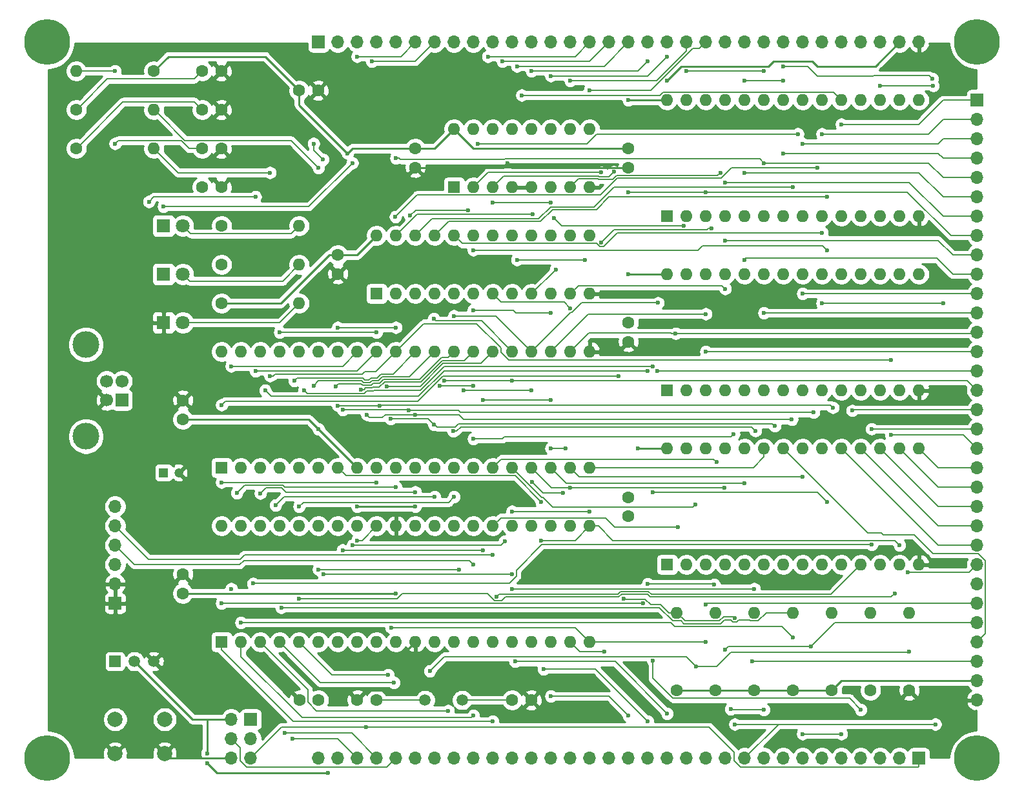
<source format=gbl>
G04 #@! TF.GenerationSoftware,KiCad,Pcbnew,(5.1.5)-3*
G04 #@! TF.CreationDate,2020-09-17T19:17:24+02:00*
G04 #@! TF.ProjectId,DB6502_proto,44423635-3032-45f7-9072-6f746f2e6b69,rev?*
G04 #@! TF.SameCoordinates,Original*
G04 #@! TF.FileFunction,Copper,L2,Bot*
G04 #@! TF.FilePolarity,Positive*
%FSLAX46Y46*%
G04 Gerber Fmt 4.6, Leading zero omitted, Abs format (unit mm)*
G04 Created by KiCad (PCBNEW (5.1.5)-3) date 2020-09-17 19:17:24*
%MOMM*%
%LPD*%
G04 APERTURE LIST*
%ADD10O,1.600000X1.600000*%
%ADD11C,1.600000*%
%ADD12C,6.000000*%
%ADD13C,1.800000*%
%ADD14R,1.800000X1.800000*%
%ADD15C,1.500000*%
%ADD16R,1.600000X1.600000*%
%ADD17R,1.500000X1.500000*%
%ADD18C,2.000000*%
%ADD19O,1.700000X1.700000*%
%ADD20R,1.700000X1.700000*%
%ADD21C,3.500000*%
%ADD22C,1.700000*%
%ADD23C,1.200000*%
%ADD24R,1.200000X1.200000*%
%ADD25C,0.600000*%
%ADD26C,0.152400*%
%ADD27C,0.228600*%
%ADD28C,0.254000*%
G04 APERTURE END LIST*
D10*
X57150000Y-31750000D03*
D11*
X46990000Y-31750000D03*
D12*
X43180000Y-111760000D03*
X165100000Y-111760000D03*
X165100000Y-17780000D03*
X43180000Y-17780000D03*
D10*
X76200000Y-52070000D03*
D11*
X66040000Y-52070000D03*
D13*
X60960000Y-54610000D03*
D14*
X58420000Y-54610000D03*
D15*
X92710000Y-104140000D03*
X97590000Y-104140000D03*
D10*
X86360000Y-43180000D03*
X114300000Y-50800000D03*
X88900000Y-43180000D03*
X111760000Y-50800000D03*
X91440000Y-43180000D03*
X109220000Y-50800000D03*
X93980000Y-43180000D03*
X106680000Y-50800000D03*
X96520000Y-43180000D03*
X104140000Y-50800000D03*
X99060000Y-43180000D03*
X101600000Y-50800000D03*
X101600000Y-43180000D03*
X99060000Y-50800000D03*
X104140000Y-43180000D03*
X96520000Y-50800000D03*
X106680000Y-43180000D03*
X93980000Y-50800000D03*
X109220000Y-43180000D03*
X91440000Y-50800000D03*
X111760000Y-43180000D03*
X88900000Y-50800000D03*
X114300000Y-43180000D03*
D16*
X86360000Y-50800000D03*
D10*
X124460000Y-71120000D03*
X157480000Y-86360000D03*
X127000000Y-71120000D03*
X154940000Y-86360000D03*
X129540000Y-71120000D03*
X152400000Y-86360000D03*
X132080000Y-71120000D03*
X149860000Y-86360000D03*
X134620000Y-71120000D03*
X147320000Y-86360000D03*
X137160000Y-71120000D03*
X144780000Y-86360000D03*
X139700000Y-71120000D03*
X142240000Y-86360000D03*
X142240000Y-71120000D03*
X139700000Y-86360000D03*
X144780000Y-71120000D03*
X137160000Y-86360000D03*
X147320000Y-71120000D03*
X134620000Y-86360000D03*
X149860000Y-71120000D03*
X132080000Y-86360000D03*
X152400000Y-71120000D03*
X129540000Y-86360000D03*
X154940000Y-71120000D03*
X127000000Y-86360000D03*
X157480000Y-71120000D03*
D16*
X124460000Y-86360000D03*
D10*
X96520000Y-29210000D03*
X114300000Y-36830000D03*
X99060000Y-29210000D03*
X111760000Y-36830000D03*
X101600000Y-29210000D03*
X109220000Y-36830000D03*
X104140000Y-29210000D03*
X106680000Y-36830000D03*
X106680000Y-29210000D03*
X104140000Y-36830000D03*
X109220000Y-29210000D03*
X101600000Y-36830000D03*
X111760000Y-29210000D03*
X99060000Y-36830000D03*
X114300000Y-29210000D03*
D16*
X96520000Y-36830000D03*
D10*
X124460000Y-48260000D03*
X157480000Y-63500000D03*
X127000000Y-48260000D03*
X154940000Y-63500000D03*
X129540000Y-48260000D03*
X152400000Y-63500000D03*
X132080000Y-48260000D03*
X149860000Y-63500000D03*
X134620000Y-48260000D03*
X147320000Y-63500000D03*
X137160000Y-48260000D03*
X144780000Y-63500000D03*
X139700000Y-48260000D03*
X142240000Y-63500000D03*
X142240000Y-48260000D03*
X139700000Y-63500000D03*
X144780000Y-48260000D03*
X137160000Y-63500000D03*
X147320000Y-48260000D03*
X134620000Y-63500000D03*
X149860000Y-48260000D03*
X132080000Y-63500000D03*
X152400000Y-48260000D03*
X129540000Y-63500000D03*
X154940000Y-48260000D03*
X127000000Y-63500000D03*
X157480000Y-48260000D03*
D16*
X124460000Y-63500000D03*
D10*
X66040000Y-81280000D03*
X114300000Y-96520000D03*
X68580000Y-81280000D03*
X111760000Y-96520000D03*
X71120000Y-81280000D03*
X109220000Y-96520000D03*
X73660000Y-81280000D03*
X106680000Y-96520000D03*
X76200000Y-81280000D03*
X104140000Y-96520000D03*
X78740000Y-81280000D03*
X101600000Y-96520000D03*
X81280000Y-81280000D03*
X99060000Y-96520000D03*
X83820000Y-81280000D03*
X96520000Y-96520000D03*
X86360000Y-81280000D03*
X93980000Y-96520000D03*
X88900000Y-81280000D03*
X91440000Y-96520000D03*
X91440000Y-81280000D03*
X88900000Y-96520000D03*
X93980000Y-81280000D03*
X86360000Y-96520000D03*
X96520000Y-81280000D03*
X83820000Y-96520000D03*
X99060000Y-81280000D03*
X81280000Y-96520000D03*
X101600000Y-81280000D03*
X78740000Y-96520000D03*
X104140000Y-81280000D03*
X76200000Y-96520000D03*
X106680000Y-81280000D03*
X73660000Y-96520000D03*
X109220000Y-81280000D03*
X71120000Y-96520000D03*
X111760000Y-81280000D03*
X68580000Y-96520000D03*
X114300000Y-81280000D03*
D16*
X66040000Y-96520000D03*
D10*
X124460000Y-25400000D03*
X157480000Y-40640000D03*
X127000000Y-25400000D03*
X154940000Y-40640000D03*
X129540000Y-25400000D03*
X152400000Y-40640000D03*
X132080000Y-25400000D03*
X149860000Y-40640000D03*
X134620000Y-25400000D03*
X147320000Y-40640000D03*
X137160000Y-25400000D03*
X144780000Y-40640000D03*
X139700000Y-25400000D03*
X142240000Y-40640000D03*
X142240000Y-25400000D03*
X139700000Y-40640000D03*
X144780000Y-25400000D03*
X137160000Y-40640000D03*
X147320000Y-25400000D03*
X134620000Y-40640000D03*
X149860000Y-25400000D03*
X132080000Y-40640000D03*
X152400000Y-25400000D03*
X129540000Y-40640000D03*
X154940000Y-25400000D03*
X127000000Y-40640000D03*
X157480000Y-25400000D03*
D16*
X124460000Y-40640000D03*
D10*
X66040000Y-58420000D03*
X114300000Y-73660000D03*
X68580000Y-58420000D03*
X111760000Y-73660000D03*
X71120000Y-58420000D03*
X109220000Y-73660000D03*
X73660000Y-58420000D03*
X106680000Y-73660000D03*
X76200000Y-58420000D03*
X104140000Y-73660000D03*
X78740000Y-58420000D03*
X101600000Y-73660000D03*
X81280000Y-58420000D03*
X99060000Y-73660000D03*
X83820000Y-58420000D03*
X96520000Y-73660000D03*
X86360000Y-58420000D03*
X93980000Y-73660000D03*
X88900000Y-58420000D03*
X91440000Y-73660000D03*
X91440000Y-58420000D03*
X88900000Y-73660000D03*
X93980000Y-58420000D03*
X86360000Y-73660000D03*
X96520000Y-58420000D03*
X83820000Y-73660000D03*
X99060000Y-58420000D03*
X81280000Y-73660000D03*
X101600000Y-58420000D03*
X78740000Y-73660000D03*
X104140000Y-58420000D03*
X76200000Y-73660000D03*
X106680000Y-58420000D03*
X73660000Y-73660000D03*
X109220000Y-58420000D03*
X71120000Y-73660000D03*
X111760000Y-58420000D03*
X68580000Y-73660000D03*
X114300000Y-58420000D03*
D16*
X66040000Y-73660000D03*
D17*
X52070000Y-99060000D03*
D15*
X57150000Y-99060000D03*
X54610000Y-99060000D03*
D18*
X58570000Y-106680000D03*
X58570000Y-111180000D03*
X52070000Y-106680000D03*
X52070000Y-111180000D03*
D10*
X76200000Y-46990000D03*
D11*
X66040000Y-46990000D03*
D10*
X57150000Y-26670000D03*
D11*
X46990000Y-26670000D03*
D10*
X76200000Y-41910000D03*
D11*
X66040000Y-41910000D03*
D10*
X156210000Y-92710000D03*
D11*
X156210000Y-102870000D03*
D10*
X151130000Y-92710000D03*
D11*
X151130000Y-102870000D03*
D10*
X146050000Y-92710000D03*
D11*
X146050000Y-102870000D03*
D10*
X140970000Y-92710000D03*
D11*
X140970000Y-102870000D03*
D10*
X135890000Y-92710000D03*
D11*
X135890000Y-102870000D03*
D10*
X130810000Y-92710000D03*
D11*
X130810000Y-102870000D03*
D10*
X125730000Y-92710000D03*
D11*
X125730000Y-102870000D03*
D19*
X67310000Y-111760000D03*
X69850000Y-111760000D03*
X67310000Y-109220000D03*
X69850000Y-109220000D03*
X67310000Y-106680000D03*
D20*
X69850000Y-106680000D03*
D21*
X48260000Y-57500000D03*
X48260000Y-69540000D03*
D22*
X50970000Y-64770000D03*
X50970000Y-62270000D03*
X52970000Y-62270000D03*
D20*
X52970000Y-64770000D03*
D19*
X157480000Y-17780000D03*
X154940000Y-17780000D03*
X152400000Y-17780000D03*
X149860000Y-17780000D03*
X147320000Y-17780000D03*
X144780000Y-17780000D03*
X142240000Y-17780000D03*
X139700000Y-17780000D03*
X137160000Y-17780000D03*
X134620000Y-17780000D03*
X132080000Y-17780000D03*
X129540000Y-17780000D03*
X127000000Y-17780000D03*
X124460000Y-17780000D03*
X121920000Y-17780000D03*
X119380000Y-17780000D03*
X116840000Y-17780000D03*
X114300000Y-17780000D03*
X111760000Y-17780000D03*
X109220000Y-17780000D03*
X106680000Y-17780000D03*
X104140000Y-17780000D03*
X101600000Y-17780000D03*
X99060000Y-17780000D03*
X96520000Y-17780000D03*
X93980000Y-17780000D03*
X91440000Y-17780000D03*
X88900000Y-17780000D03*
X86360000Y-17780000D03*
X83820000Y-17780000D03*
X81280000Y-17780000D03*
D20*
X78740000Y-17780000D03*
D19*
X52070000Y-78740000D03*
X52070000Y-81280000D03*
X52070000Y-83820000D03*
X52070000Y-86360000D03*
X52070000Y-88900000D03*
D20*
X52070000Y-91440000D03*
D19*
X78740000Y-111760000D03*
X81280000Y-111760000D03*
X83820000Y-111760000D03*
X86360000Y-111760000D03*
X88900000Y-111760000D03*
X91440000Y-111760000D03*
X93980000Y-111760000D03*
X96520000Y-111760000D03*
X99060000Y-111760000D03*
X101600000Y-111760000D03*
X104140000Y-111760000D03*
X106680000Y-111760000D03*
X109220000Y-111760000D03*
X111760000Y-111760000D03*
X114300000Y-111760000D03*
X116840000Y-111760000D03*
X119380000Y-111760000D03*
X121920000Y-111760000D03*
X124460000Y-111760000D03*
X127000000Y-111760000D03*
X129540000Y-111760000D03*
X132080000Y-111760000D03*
X134620000Y-111760000D03*
X137160000Y-111760000D03*
X139700000Y-111760000D03*
X142240000Y-111760000D03*
X144780000Y-111760000D03*
X147320000Y-111760000D03*
X149860000Y-111760000D03*
X152400000Y-111760000D03*
X154940000Y-111760000D03*
D20*
X157480000Y-111760000D03*
D19*
X165100000Y-104140000D03*
X165100000Y-101600000D03*
X165100000Y-99060000D03*
X165100000Y-96520000D03*
X165100000Y-93980000D03*
X165100000Y-91440000D03*
X165100000Y-88900000D03*
X165100000Y-86360000D03*
X165100000Y-83820000D03*
X165100000Y-81280000D03*
X165100000Y-78740000D03*
X165100000Y-76200000D03*
X165100000Y-73660000D03*
X165100000Y-71120000D03*
X165100000Y-68580000D03*
X165100000Y-66040000D03*
X165100000Y-63500000D03*
X165100000Y-60960000D03*
X165100000Y-58420000D03*
X165100000Y-55880000D03*
X165100000Y-53340000D03*
X165100000Y-50800000D03*
X165100000Y-48260000D03*
X165100000Y-45720000D03*
X165100000Y-43180000D03*
X165100000Y-40640000D03*
X165100000Y-38100000D03*
X165100000Y-35560000D03*
X165100000Y-33020000D03*
X165100000Y-30480000D03*
X165100000Y-27940000D03*
D20*
X165100000Y-25400000D03*
D10*
X46990000Y-21590000D03*
D11*
X57150000Y-21590000D03*
D13*
X60960000Y-48260000D03*
D14*
X58420000Y-48260000D03*
D13*
X60960000Y-41910000D03*
D14*
X58420000Y-41910000D03*
D11*
X66000000Y-26670000D03*
X63500000Y-26670000D03*
X66000000Y-36830000D03*
X63500000Y-36830000D03*
X66000000Y-21590000D03*
X63500000Y-21590000D03*
X66000000Y-31750000D03*
X63500000Y-31750000D03*
X91440000Y-34250000D03*
X91440000Y-31750000D03*
X78700000Y-24130000D03*
X76200000Y-24130000D03*
X81280000Y-48220000D03*
X81280000Y-45720000D03*
X119380000Y-77510000D03*
X119380000Y-80010000D03*
X119380000Y-34250000D03*
X119380000Y-31750000D03*
X60960000Y-87630000D03*
X60960000Y-90130000D03*
X60960000Y-64810000D03*
X60960000Y-67310000D03*
X119380000Y-57110000D03*
X119380000Y-54610000D03*
D23*
X60420000Y-74295000D03*
D24*
X58420000Y-74295000D03*
D11*
X78740000Y-104140000D03*
X76240000Y-104140000D03*
X86320000Y-104140000D03*
X83820000Y-104140000D03*
X104140000Y-104140000D03*
X106640000Y-104140000D03*
D25*
X91440000Y-102870000D03*
X81280000Y-99060000D03*
X103505000Y-33655000D03*
X162687000Y-44450000D03*
X162687000Y-49530000D03*
X83820000Y-83185000D03*
X120650000Y-71120000D03*
X119380000Y-48260000D03*
X82550000Y-32385000D03*
X91440000Y-78740000D03*
X83820000Y-78740000D03*
X78740000Y-68580000D03*
X124460000Y-22860000D03*
X119380000Y-25400000D03*
X88900000Y-90170000D03*
X80010000Y-113665000D03*
X64135000Y-112395000D03*
X64135000Y-111125000D03*
X52070000Y-21590000D03*
X52070000Y-31115000D03*
X78105000Y-31115000D03*
X79348535Y-33205000D03*
X58420000Y-39370000D03*
X83185000Y-33655000D03*
X70485000Y-38100000D03*
X56515000Y-38735000D03*
X127000000Y-21590000D03*
X137160000Y-21590000D03*
X135636000Y-99060000D03*
X126685563Y-41898979D03*
X109601000Y-40894000D03*
X106807000Y-40386000D03*
X139700000Y-22860000D03*
X134620000Y-22860000D03*
X140970000Y-36830000D03*
X132080000Y-97536000D03*
X73660000Y-55880000D03*
X86360000Y-55880000D03*
X144145000Y-34290000D03*
X143289001Y-97136001D03*
X88828584Y-40711416D03*
X81280000Y-55245000D03*
X88900000Y-55245000D03*
X141605000Y-29845000D03*
X99635001Y-31115000D03*
X129540000Y-96520000D03*
X129540000Y-91620023D03*
X88265000Y-94615000D03*
X98345117Y-39835990D03*
X90733584Y-40568584D03*
X159639000Y-107315000D03*
X159258000Y-22606000D03*
X139700000Y-20955000D03*
X133350000Y-93345000D03*
X133350000Y-107315000D03*
X66040000Y-65405000D03*
X118110000Y-61595000D03*
X118745000Y-90805000D03*
X107950000Y-78105000D03*
X107950000Y-83185000D03*
X154940000Y-83820000D03*
X155990001Y-87410001D03*
X75325002Y-109220000D03*
X105410000Y-24765000D03*
X87665747Y-62949990D03*
X74295000Y-108495000D03*
X84319991Y-63387172D03*
X81033916Y-62949990D03*
X87884000Y-100838000D03*
X78105000Y-62865000D03*
X88646000Y-101854000D03*
X75565000Y-62230000D03*
X153814999Y-69359999D03*
X95758000Y-105537000D03*
X153814999Y-59545001D03*
X72390000Y-61595000D03*
X151274999Y-68562001D03*
X99060000Y-106172000D03*
X85725000Y-20320000D03*
X70180011Y-88836268D03*
X70485000Y-60960000D03*
X151274999Y-83735012D03*
X148734999Y-66149001D03*
X101600000Y-106934000D03*
X67310000Y-89535000D03*
X83820000Y-19685000D03*
X102099991Y-90569032D03*
X67310000Y-60325000D03*
X104140000Y-62230000D03*
X95250000Y-62230000D03*
X93863594Y-54088584D03*
X123190000Y-60960000D03*
X123261485Y-52014485D03*
X96520000Y-53721000D03*
X106680000Y-63500000D03*
X97790000Y-63500000D03*
X129540000Y-58420000D03*
X129540000Y-53467000D03*
X99060000Y-52959000D03*
X100330000Y-64770000D03*
X109220000Y-64770000D03*
X109220000Y-53340000D03*
X125585001Y-56024999D03*
X111760000Y-52705000D03*
X125874999Y-81424999D03*
X137160000Y-53340000D03*
X104140000Y-79375000D03*
X114300000Y-79375000D03*
X113665000Y-46355000D03*
X104775000Y-46355000D03*
X142240000Y-50800000D03*
X142240000Y-74803000D03*
X106751409Y-75493591D03*
X110820011Y-76923086D03*
X109855000Y-47625000D03*
X134620000Y-75692000D03*
X134620000Y-46355000D03*
X111125000Y-71120000D03*
X109220000Y-71120000D03*
X132080000Y-43815000D03*
X132080000Y-50165000D03*
X111760000Y-76242000D03*
X131953000Y-76284990D03*
X129540000Y-37465000D03*
X128143000Y-78486000D03*
X83227000Y-83820000D03*
X119380000Y-37465000D03*
X103200011Y-83273086D03*
X117462748Y-34825010D03*
X132080000Y-36195000D03*
X130954999Y-72935000D03*
X81915000Y-84455000D03*
X100330000Y-84455000D03*
X130321287Y-42248990D03*
X115843990Y-44070098D03*
X115843990Y-34914046D03*
X134620000Y-34925000D03*
X133205001Y-69232999D03*
X78740000Y-86995000D03*
X97155000Y-86995000D03*
X99060000Y-69850000D03*
X99060000Y-62865000D03*
X94615000Y-62865000D03*
X137160000Y-33655000D03*
X136034999Y-68816001D03*
X88900000Y-33020000D03*
X76200000Y-78740000D03*
X96520000Y-77470000D03*
X96418502Y-68845020D03*
X139700000Y-32385000D03*
X138574999Y-68181001D03*
X93980000Y-77470000D03*
X73109990Y-78571502D03*
X88183042Y-67228042D03*
X93908584Y-68016416D03*
X142240000Y-31115000D03*
X140825001Y-67327999D03*
X71120000Y-77015000D03*
X91440000Y-76835000D03*
X85090000Y-66675000D03*
X91440000Y-66675000D03*
X144780000Y-29845000D03*
X143654999Y-66403001D03*
X88900000Y-76200000D03*
X68029990Y-76969834D03*
X90558916Y-66124990D03*
X81915000Y-66040000D03*
X147320000Y-28575000D03*
X146194999Y-65756371D03*
X86360000Y-75565000D03*
X66040000Y-75565000D03*
X86748916Y-65489990D03*
X81280000Y-65489998D03*
X116205000Y-97790000D03*
X109220000Y-103632000D03*
X119380000Y-106172000D03*
X121920000Y-106934000D03*
X108240011Y-100076000D03*
X124460000Y-105918000D03*
X104509980Y-99094487D03*
X128270000Y-99695000D03*
X93345000Y-100330000D03*
X156210000Y-97790000D03*
X137160000Y-105410000D03*
X132799998Y-105325002D03*
X71755000Y-63500000D03*
X121920000Y-60960000D03*
X121920000Y-88900000D03*
X130613888Y-88984990D03*
X79375000Y-87630000D03*
X104140000Y-87630000D03*
X104140000Y-89535000D03*
X135890000Y-89535000D03*
X73856112Y-91990010D03*
X76835000Y-63500000D03*
X122555000Y-60325000D03*
X122555000Y-76835000D03*
X145415000Y-78105000D03*
X68580000Y-93980000D03*
X140970000Y-95885000D03*
X142240000Y-108585000D03*
X147320000Y-108585000D03*
X149860000Y-105410000D03*
X121285000Y-91440000D03*
X66040000Y-91440000D03*
X122590747Y-98975010D03*
X154305000Y-90170000D03*
X76200000Y-90805000D03*
X84963000Y-107696000D03*
X101600000Y-85090000D03*
X99060000Y-86360000D03*
X144780000Y-52070000D03*
X160655000Y-52070000D03*
X159359413Y-23520587D03*
X152400000Y-23495000D03*
X99060000Y-45085000D03*
X145415000Y-45085000D03*
X144780000Y-42799000D03*
X145415000Y-38100000D03*
X131445000Y-34925000D03*
X114300000Y-24130000D03*
X111760000Y-22860000D03*
X109220000Y-22225000D03*
X124460000Y-19685000D03*
X106680000Y-21590000D03*
X121920000Y-20320000D03*
X104775000Y-20955000D03*
X102870000Y-20320000D03*
X100965000Y-19685000D03*
X101600000Y-38862000D03*
X109220000Y-38862000D03*
X78740000Y-34290000D03*
X72390000Y-34925000D03*
D26*
X97590000Y-104140000D02*
X104140000Y-104140000D01*
D27*
X59150000Y-111760000D02*
X58570000Y-111180000D01*
X67310000Y-111760000D02*
X59150000Y-111760000D01*
X85090000Y-102870000D02*
X83820000Y-104140000D01*
X91440000Y-102870000D02*
X85090000Y-102870000D01*
X88900000Y-99060000D02*
X91440000Y-96520000D01*
X81280000Y-99060000D02*
X88900000Y-99060000D01*
X102910000Y-34250000D02*
X91440000Y-34250000D01*
X103505000Y-33655000D02*
X102910000Y-34250000D01*
X104100000Y-34250000D02*
X103505000Y-33655000D01*
X119380000Y-34250000D02*
X104100000Y-34250000D01*
X157480000Y-104140000D02*
X156210000Y-102870000D01*
X165100000Y-104140000D02*
X157480000Y-104140000D01*
D26*
X92710000Y-104140000D02*
X86320000Y-104140000D01*
X84455000Y-83185000D02*
X86360000Y-81280000D01*
X83820000Y-83185000D02*
X84455000Y-83185000D01*
D27*
X147320000Y-101600000D02*
X146050000Y-102870000D01*
X165100000Y-101600000D02*
X147320000Y-101600000D01*
X146050000Y-102870000D02*
X140970000Y-102870000D01*
X140970000Y-102870000D02*
X135890000Y-102870000D01*
X135890000Y-102870000D02*
X130810000Y-102870000D01*
X130810000Y-102870000D02*
X125730000Y-102870000D01*
X120650000Y-71120000D02*
X124460000Y-71120000D01*
X119380000Y-48260000D02*
X124460000Y-48260000D01*
X93980000Y-31750000D02*
X96520000Y-29210000D01*
X91440000Y-31750000D02*
X93980000Y-31750000D01*
X83820000Y-45720000D02*
X86360000Y-43180000D01*
X81280000Y-45720000D02*
X83820000Y-45720000D01*
X60960000Y-67310000D02*
X77470000Y-67310000D01*
X60960000Y-90130000D02*
X88860000Y-90130000D01*
X76200000Y-24130000D02*
X71755000Y-19685000D01*
X59055000Y-19685000D02*
X57150000Y-21590000D01*
X71755000Y-19685000D02*
X59055000Y-19685000D01*
X83185000Y-31750000D02*
X91440000Y-31750000D01*
X82550000Y-32385000D02*
X83185000Y-31750000D01*
X91440000Y-78740000D02*
X83820000Y-78740000D01*
X62230000Y-106680000D02*
X54610000Y-99060000D01*
X99060000Y-31750000D02*
X119380000Y-31750000D01*
X96520000Y-29210000D02*
X99060000Y-31750000D01*
X154940000Y-17780000D02*
X151765000Y-20955000D01*
X151765000Y-20955000D02*
X144145000Y-20955000D01*
X78740000Y-68580000D02*
X83820000Y-73660000D01*
X77470000Y-67310000D02*
X78740000Y-68580000D01*
X76200000Y-26035000D02*
X82550000Y-32385000D01*
X76200000Y-24130000D02*
X76200000Y-26035000D01*
X126305001Y-21014999D02*
X124460000Y-22860000D01*
X119380000Y-25400000D02*
X124460000Y-25400000D01*
X126305001Y-21014999D02*
X137735001Y-21014999D01*
X137735001Y-21014999D02*
X138430000Y-20320000D01*
X138430000Y-20320000D02*
X143510000Y-20320000D01*
X143510000Y-20320000D02*
X144145000Y-20955000D01*
X88860000Y-90130000D02*
X88900000Y-90170000D01*
X80010000Y-113665000D02*
X65405000Y-113665000D01*
X65405000Y-113665000D02*
X64135000Y-112395000D01*
X64135000Y-111125000D02*
X64135000Y-106680000D01*
X67310000Y-106680000D02*
X64135000Y-106680000D01*
X64135000Y-106680000D02*
X62230000Y-106680000D01*
X73798630Y-52070000D02*
X66040000Y-52070000D01*
X80148630Y-45720000D02*
X73798630Y-52070000D01*
X81280000Y-45720000D02*
X80148630Y-45720000D01*
D26*
X46990000Y-21590000D02*
X52070000Y-21590000D01*
X60770333Y-30721399D02*
X61798934Y-31750000D01*
X61798934Y-31750000D02*
X62368630Y-31750000D01*
X52070000Y-31115000D02*
X52463601Y-30721399D01*
X62368630Y-31750000D02*
X63500000Y-31750000D01*
X52463601Y-30721399D02*
X60770333Y-30721399D01*
X62471399Y-22618601D02*
X51041399Y-22618601D01*
X47789999Y-25870001D02*
X46990000Y-26670000D01*
X51041399Y-22618601D02*
X47789999Y-25870001D01*
X63500000Y-21590000D02*
X62471399Y-22618601D01*
X78105000Y-31115000D02*
X78105000Y-31961465D01*
X78105000Y-31961465D02*
X79348535Y-33205000D01*
X47789999Y-30950001D02*
X46990000Y-31750000D01*
X53098601Y-25641399D02*
X47789999Y-30950001D01*
X62471399Y-25641399D02*
X53098601Y-25641399D01*
X63500000Y-26670000D02*
X62471399Y-25641399D01*
X75171399Y-42938601D02*
X76200000Y-41910000D01*
X61988601Y-42938601D02*
X75171399Y-42938601D01*
X60960000Y-41910000D02*
X61988601Y-42938601D01*
X58420000Y-39370000D02*
X77470000Y-39370000D01*
X77470000Y-39370000D02*
X83185000Y-33655000D01*
X74030001Y-49159999D02*
X76200000Y-46990000D01*
X61859999Y-49159999D02*
X74030001Y-49159999D01*
X60960000Y-48260000D02*
X61859999Y-49159999D01*
X70485000Y-38100000D02*
X57150000Y-38100000D01*
X57150000Y-38100000D02*
X56515000Y-38735000D01*
X127000000Y-21590000D02*
X137160000Y-21590000D01*
X135636000Y-99060000D02*
X165100000Y-99060000D01*
X126685563Y-41898979D02*
X110605979Y-41898979D01*
X110605979Y-41898979D02*
X109601000Y-40894000D01*
X91694000Y-40386000D02*
X88900000Y-43180000D01*
X106807000Y-40386000D02*
X91694000Y-40386000D01*
X139700000Y-22860000D02*
X134620000Y-22860000D01*
X91440000Y-43180000D02*
X93629990Y-40990010D01*
X93629990Y-40990010D02*
X107599990Y-40990010D01*
X109177999Y-39412001D02*
X114892999Y-39412001D01*
X107599990Y-40990010D02*
X109177999Y-39412001D01*
X117475000Y-36830000D02*
X140970000Y-36830000D01*
X114892999Y-39412001D02*
X117475000Y-36830000D01*
X166178601Y-95441399D02*
X165100000Y-96520000D01*
X166178601Y-85842271D02*
X166178601Y-95441399D01*
X165234931Y-84898601D02*
X166178601Y-85842271D01*
X159320601Y-84898601D02*
X165234931Y-84898601D01*
X139700000Y-71120000D02*
X150779989Y-82199989D01*
X150779989Y-82199989D02*
X152544979Y-82199989D01*
X152767990Y-82423000D02*
X156845000Y-82423000D01*
X152544979Y-82199989D02*
X152767990Y-82423000D01*
X156845000Y-82423000D02*
X159320601Y-84898601D01*
X165100000Y-93980000D02*
X146445002Y-93980000D01*
X143289001Y-97136001D02*
X146445002Y-93980000D01*
X132479999Y-97136001D02*
X143289001Y-97136001D01*
X132080000Y-97536000D02*
X132479999Y-97136001D01*
X73660000Y-55880000D02*
X86360000Y-55880000D01*
X144145000Y-34290000D02*
X132894002Y-34290000D01*
X117946739Y-35650011D02*
X115716749Y-37880001D01*
X115716749Y-37880001D02*
X91659999Y-37880001D01*
X91659999Y-37880001D02*
X88828584Y-40711416D01*
X131533991Y-35650011D02*
X117946739Y-35650011D01*
X132894002Y-34290000D02*
X131533991Y-35650011D01*
X114300000Y-96520000D02*
X129540000Y-96520000D01*
X81280000Y-55245000D02*
X88900000Y-55245000D01*
X113949002Y-31115000D02*
X99635001Y-31115000D01*
X141605000Y-29845000D02*
X115219002Y-29845000D01*
X115219002Y-29845000D02*
X113949002Y-31115000D01*
X165100000Y-91440000D02*
X129720023Y-91440000D01*
X129720023Y-91440000D02*
X129540000Y-91620023D01*
X112395000Y-94615000D02*
X114300000Y-96520000D01*
X88265000Y-94615000D02*
X112395000Y-94615000D01*
X91466178Y-39835990D02*
X90733584Y-40568584D01*
X98345117Y-39835990D02*
X91466178Y-39835990D01*
X139065000Y-107315000D02*
X134620000Y-111760000D01*
X159639000Y-107315000D02*
X139065000Y-107315000D01*
X159258000Y-22606000D02*
X158858001Y-22206001D01*
X139700000Y-20955000D02*
X142875000Y-20955000D01*
X142875000Y-20955000D02*
X144145000Y-22225000D01*
X158858001Y-22206001D02*
X144145000Y-22225000D01*
X144145000Y-22225000D02*
X144126001Y-22206001D01*
X131860001Y-93214001D02*
X133219001Y-93214001D01*
X131314001Y-93760001D02*
X131860001Y-93214001D01*
X126780001Y-93760001D02*
X131314001Y-93760001D01*
X125730000Y-92710000D02*
X126780001Y-93760001D01*
X133219001Y-93214001D02*
X133350000Y-93345000D01*
X133350000Y-107315000D02*
X139065000Y-107315000D01*
X123600986Y-91640000D02*
X124670986Y-92710000D01*
X118829999Y-90889999D02*
X121549001Y-90889999D01*
X118745000Y-90805000D02*
X118829999Y-90889999D01*
X122299002Y-91640000D02*
X123600986Y-91640000D01*
X124670986Y-92710000D02*
X125730000Y-92710000D01*
X121549001Y-90889999D02*
X122299002Y-91640000D01*
X95070998Y-61595000D02*
X118110000Y-61595000D01*
X66040000Y-65405000D02*
X66505012Y-64939988D01*
X66505012Y-64939988D02*
X91726010Y-64939988D01*
X91726010Y-64939988D02*
X95070998Y-61595000D01*
X82330001Y-74710001D02*
X104555001Y-74710001D01*
X81280000Y-73660000D02*
X82330001Y-74710001D01*
X104555001Y-74710001D02*
X107950000Y-78105000D01*
X112395000Y-83185000D02*
X114300000Y-81280000D01*
X107950000Y-83185000D02*
X112395000Y-83185000D01*
X115431370Y-81280000D02*
X117336370Y-83185000D01*
X114300000Y-81280000D02*
X115431370Y-81280000D01*
X117336370Y-83185000D02*
X154305000Y-83185000D01*
X154305000Y-83185000D02*
X154940000Y-83820000D01*
X165100000Y-86360000D02*
X164049999Y-87410001D01*
X164049999Y-87410001D02*
X155990001Y-87410001D01*
X160020000Y-83820000D02*
X147320000Y-71120000D01*
X165100000Y-83820000D02*
X160020000Y-83820000D01*
X83820000Y-111760000D02*
X81280000Y-109220000D01*
X81280000Y-109220000D02*
X75325002Y-109220000D01*
X123540998Y-24765000D02*
X105410000Y-24765000D01*
X123955999Y-24349999D02*
X123540998Y-24765000D01*
X147320000Y-25400000D02*
X146269999Y-24349999D01*
X146269999Y-24349999D02*
X123955999Y-24349999D01*
X92130020Y-62949990D02*
X87665747Y-62949990D01*
X100045010Y-59974990D02*
X95105020Y-59974990D01*
X101600000Y-58420000D02*
X100045010Y-59974990D01*
X95105020Y-59974990D02*
X92130020Y-62949990D01*
X160020000Y-81280000D02*
X149860000Y-71120000D01*
X165100000Y-81280000D02*
X160020000Y-81280000D01*
X86360000Y-111760000D02*
X83095000Y-108495000D01*
X83095000Y-108495000D02*
X74295000Y-108495000D01*
X94960040Y-59624980D02*
X92185032Y-62399988D01*
X84936394Y-63195033D02*
X84744255Y-63387172D01*
X85873931Y-63110041D02*
X85788937Y-63195033D01*
X99060000Y-58420000D02*
X97855020Y-59624980D01*
X86691692Y-63110041D02*
X85873931Y-63110041D01*
X85788937Y-63195033D02*
X84936394Y-63195033D01*
X97855020Y-59624980D02*
X94960040Y-59624980D01*
X84744255Y-63387172D02*
X84319991Y-63387172D01*
X92185032Y-62399988D02*
X87401747Y-62399988D01*
X87401747Y-62399988D02*
X86691692Y-63110041D01*
X160020000Y-78740000D02*
X152400000Y-71120000D01*
X165100000Y-78740000D02*
X160020000Y-78740000D01*
X87724999Y-112935001D02*
X88900000Y-111760000D01*
X69285999Y-112935001D02*
X87724999Y-112935001D01*
X68485001Y-112134003D02*
X69285999Y-112935001D01*
X68485001Y-110395001D02*
X68485001Y-112134003D01*
X67310000Y-109220000D02*
X68485001Y-110395001D01*
X92040053Y-62049977D02*
X87256768Y-62049977D01*
X81333915Y-62649991D02*
X81033916Y-62949990D01*
X96520000Y-58420000D02*
X95720001Y-59219999D01*
X94870031Y-59219999D02*
X92040053Y-62049977D01*
X85928950Y-62560032D02*
X85643959Y-62845023D01*
X85643959Y-62845023D02*
X84536040Y-62845022D01*
X84536040Y-62845022D02*
X84341009Y-62649991D01*
X87256768Y-62049977D02*
X86746712Y-62560033D01*
X84341009Y-62649991D02*
X81333915Y-62649991D01*
X86746712Y-62560033D02*
X85928950Y-62560032D01*
X95720001Y-59219999D02*
X94870031Y-59219999D01*
X160020000Y-76200000D02*
X154940000Y-71120000D01*
X165100000Y-76200000D02*
X160020000Y-76200000D01*
X76200000Y-96520000D02*
X80518000Y-100838000D01*
X80518000Y-100838000D02*
X87884000Y-100838000D01*
X90700032Y-61699968D02*
X87111786Y-61699969D01*
X87111786Y-61699969D02*
X86601733Y-62210022D01*
X85498980Y-62495012D02*
X84681020Y-62495012D01*
X84681020Y-62495012D02*
X84396030Y-62210022D01*
X86601733Y-62210022D02*
X85783970Y-62210022D01*
X85783970Y-62210022D02*
X85498980Y-62495012D01*
X93980000Y-58420000D02*
X90700032Y-61699968D01*
X78759978Y-62210022D02*
X78105000Y-62865000D01*
X84396030Y-62210022D02*
X78759978Y-62210022D01*
X160020000Y-73660000D02*
X157480000Y-71120000D01*
X165100000Y-73660000D02*
X160020000Y-73660000D01*
X78994000Y-101854000D02*
X73660000Y-96520000D01*
X88646000Y-101854000D02*
X78994000Y-101854000D01*
X88510042Y-61349958D02*
X91440000Y-58420000D01*
X86966807Y-61349958D02*
X88510042Y-61349958D01*
X75565000Y-62230000D02*
X75934989Y-61860011D01*
X85638991Y-61860011D02*
X86456754Y-61860011D01*
X85354001Y-62145001D02*
X85638991Y-61860011D01*
X75934989Y-61860011D02*
X84541009Y-61860011D01*
X84825999Y-62145001D02*
X85354001Y-62145001D01*
X86456754Y-61860011D02*
X86966807Y-61349958D01*
X84541009Y-61860011D02*
X84825999Y-62145001D01*
X163339999Y-69359999D02*
X153814999Y-69359999D01*
X165100000Y-71120000D02*
X163339999Y-69359999D01*
X71120000Y-96520000D02*
X77365001Y-102765001D01*
X77365001Y-104430003D02*
X78471998Y-105537000D01*
X77365001Y-102765001D02*
X77365001Y-104430003D01*
X78471998Y-105537000D02*
X95758000Y-105537000D01*
X99489001Y-54754999D02*
X92565001Y-54754999D01*
X102650001Y-57915999D02*
X99489001Y-54754999D01*
X103710999Y-59545001D02*
X102650001Y-58484003D01*
X153814999Y-59545001D02*
X103710999Y-59545001D01*
X102650001Y-58484003D02*
X102650001Y-57915999D01*
X84825999Y-61044999D02*
X86275001Y-61044999D01*
X86275001Y-61044999D02*
X88900000Y-58420000D01*
X84519878Y-61351120D02*
X84825999Y-61044999D01*
X72390000Y-61595000D02*
X72814264Y-61595000D01*
X72814264Y-61595000D02*
X73058144Y-61351120D01*
X73058144Y-61351120D02*
X84519878Y-61351120D01*
X92565001Y-54754999D02*
X88900000Y-58420000D01*
X165100000Y-68580000D02*
X151292998Y-68580000D01*
X151292998Y-68580000D02*
X151274999Y-68562001D01*
X68580000Y-98425000D02*
X76581000Y-106426000D01*
X68580000Y-96520000D02*
X68580000Y-98425000D01*
X76581000Y-106426000D02*
X98806000Y-106426000D01*
X98806000Y-106426000D02*
X99060000Y-106172000D01*
X91440000Y-20320000D02*
X93980000Y-17780000D01*
X85725000Y-20320000D02*
X91440000Y-20320000D01*
X104690002Y-87894002D02*
X104690002Y-87079998D01*
X104690002Y-87079998D02*
X108034988Y-83735012D01*
X103747736Y-88836268D02*
X104690002Y-87894002D01*
X70180011Y-88836268D02*
X103747736Y-88836268D01*
X108034988Y-83735012D02*
X151274999Y-83735012D01*
X86360000Y-58420000D02*
X83820000Y-60960000D01*
X83820000Y-60960000D02*
X70485000Y-60960000D01*
X148844000Y-66040000D02*
X148734999Y-66149001D01*
X165100000Y-66040000D02*
X148844000Y-66040000D01*
X75404000Y-106934000D02*
X101600000Y-106934000D01*
X66040000Y-96520000D02*
X66040000Y-97570000D01*
X66040000Y-97570000D02*
X75404000Y-106934000D01*
X89535000Y-19685000D02*
X91440000Y-17780000D01*
X83820000Y-19685000D02*
X89535000Y-19685000D01*
X81915000Y-60325000D02*
X67310000Y-60325000D01*
X83820000Y-58420000D02*
X81915000Y-60325000D01*
X118336019Y-89904989D02*
X117971975Y-90269033D01*
X145950967Y-90269033D02*
X122374013Y-90269033D01*
X117971975Y-90269033D02*
X102399990Y-90269033D01*
X102399990Y-90269033D02*
X102099991Y-90569032D01*
X149860000Y-86360000D02*
X145950967Y-90269033D01*
X122009969Y-89904989D02*
X118336019Y-89904989D01*
X122374013Y-90269033D02*
X122009969Y-89904989D01*
X165100000Y-63500000D02*
X163830000Y-62230000D01*
X163830000Y-62230000D02*
X104140000Y-62230000D01*
X95250000Y-62230000D02*
X104140000Y-62230000D01*
X104140000Y-58420000D02*
X100108583Y-54388583D01*
X94163593Y-54388583D02*
X93863594Y-54088584D01*
X100108583Y-54388583D02*
X94163593Y-54388583D01*
X165100000Y-60960000D02*
X123190000Y-60960000D01*
X101981000Y-53721000D02*
X106680000Y-58420000D01*
X96520000Y-53721000D02*
X101981000Y-53721000D01*
X97790000Y-63500000D02*
X106680000Y-63500000D01*
X113264519Y-52014485D02*
X123261485Y-52014485D01*
X111844998Y-53255002D02*
X112024002Y-53255002D01*
X112024002Y-53255002D02*
X113264519Y-52014485D01*
X106680000Y-58420000D02*
X111844998Y-53255002D01*
X165100000Y-58420000D02*
X129540000Y-58420000D01*
X109220000Y-58420000D02*
X114155001Y-53484999D01*
X114155001Y-53484999D02*
X129522001Y-53484999D01*
X129522001Y-53484999D02*
X129540000Y-53467000D01*
X99060000Y-52959000D02*
X104267000Y-52959000D01*
X100330000Y-64770000D02*
X109220000Y-64770000D01*
X104648000Y-53340000D02*
X104267000Y-52959000D01*
X109220000Y-53340000D02*
X104648000Y-53340000D01*
X164955001Y-56024999D02*
X165100000Y-55880000D01*
X125585001Y-56024999D02*
X164955001Y-56024999D01*
X125019316Y-56024999D02*
X125585001Y-56024999D01*
X124979316Y-55984999D02*
X125019316Y-56024999D01*
X114195001Y-55984999D02*
X124979316Y-55984999D01*
X111760000Y-58420000D02*
X114195001Y-55984999D01*
X101600000Y-50800000D02*
X102725001Y-51925001D01*
X102725001Y-51925001D02*
X110980001Y-51925001D01*
X110980001Y-51925001D02*
X111760000Y-52705000D01*
X117619999Y-81424999D02*
X125874999Y-81424999D01*
X116424999Y-80229999D02*
X117619999Y-81424999D01*
X102650001Y-80229999D02*
X116424999Y-80229999D01*
X101600000Y-81280000D02*
X102650001Y-80229999D01*
X137160000Y-53340000D02*
X165100000Y-53340000D01*
X135751370Y-73660000D02*
X114300000Y-73660000D01*
X137160000Y-72251370D02*
X135751370Y-73660000D01*
X137160000Y-71120000D02*
X137160000Y-72251370D01*
X104140000Y-79375000D02*
X114300000Y-79375000D01*
X113665000Y-46355000D02*
X104775000Y-46355000D01*
X142240000Y-50800000D02*
X165100000Y-50800000D01*
X111760000Y-73660000D02*
X112903000Y-74803000D01*
X112903000Y-74803000D02*
X142240000Y-74803000D01*
X108180904Y-76923086D02*
X110820011Y-76923086D01*
X106751409Y-75493591D02*
X108180904Y-76923086D01*
X109855000Y-47625000D02*
X106680000Y-50800000D01*
X134804991Y-46170009D02*
X159835009Y-46170009D01*
X161925000Y-48260000D02*
X165100000Y-48260000D01*
X159835009Y-46170009D02*
X161925000Y-48260000D01*
X109220000Y-73660000D02*
X111252000Y-75692000D01*
X111252000Y-75692000D02*
X134620000Y-75692000D01*
X134804991Y-46170009D02*
X134620000Y-46355000D01*
X111125000Y-71120000D02*
X109220000Y-71120000D01*
X132080000Y-43815000D02*
X160020000Y-43815000D01*
X161925000Y-45720000D02*
X165100000Y-45720000D01*
X160020000Y-43815000D02*
X161925000Y-45720000D01*
X112810001Y-49749999D02*
X111760000Y-50800000D01*
X131664999Y-49749999D02*
X112810001Y-49749999D01*
X132080000Y-50165000D02*
X131664999Y-49749999D01*
X109304990Y-76284990D02*
X131953000Y-76284990D01*
X106680000Y-73660000D02*
X109304990Y-76284990D01*
X161685002Y-43180000D02*
X165100000Y-43180000D01*
X155970002Y-37465000D02*
X161685002Y-43180000D01*
X129540000Y-37465000D02*
X155970002Y-37465000D01*
X119380000Y-37465000D02*
X129540000Y-37465000D01*
X109445003Y-78785999D02*
X127843001Y-78785999D01*
X127843001Y-78785999D02*
X128143000Y-78486000D01*
X104140000Y-73660000D02*
X108034998Y-77554998D01*
X108214002Y-77554998D02*
X109445003Y-78785999D01*
X108034998Y-77554998D02*
X108214002Y-77554998D01*
X102653097Y-83820000D02*
X103200011Y-83273086D01*
X83227000Y-83820000D02*
X102653097Y-83820000D01*
X115580723Y-35464047D02*
X116823711Y-35464047D01*
X116823711Y-35464047D02*
X117462748Y-34825010D01*
X101600000Y-36830000D02*
X103018278Y-35411722D01*
X115528398Y-35411722D02*
X115580723Y-35464047D01*
X103018278Y-35411722D02*
X115528398Y-35411722D01*
X132080000Y-36195000D02*
X156210000Y-36195000D01*
X160655000Y-40640000D02*
X165100000Y-40640000D01*
X156210000Y-36195000D02*
X160655000Y-40640000D01*
X130554998Y-72534999D02*
X130954999Y-72935000D01*
X101600000Y-73660000D02*
X102725001Y-72534999D01*
X102725001Y-72534999D02*
X130554998Y-72534999D01*
X81915000Y-84455000D02*
X100330000Y-84455000D01*
X129897023Y-42248990D02*
X129697024Y-42448989D01*
X130321287Y-42248990D02*
X129897023Y-42248990D01*
X99060000Y-36830000D02*
X100975954Y-34914046D01*
X129697024Y-42448989D02*
X117465099Y-42448989D01*
X100975954Y-34914046D02*
X115843990Y-34914046D01*
X117465099Y-42448989D02*
X115843990Y-44070098D01*
X134620000Y-34925000D02*
X157480000Y-34925000D01*
X160655000Y-38100000D02*
X165100000Y-38100000D01*
X157480000Y-34925000D02*
X160655000Y-38100000D01*
X132805002Y-69632998D02*
X103087002Y-69632998D01*
X133205001Y-69232999D02*
X132805002Y-69632998D01*
X78740000Y-86995000D02*
X97155000Y-86995000D01*
X102870000Y-69850000D02*
X103087002Y-69632998D01*
X99060000Y-69850000D02*
X102870000Y-69850000D01*
X99060000Y-62865000D02*
X94615000Y-62865000D01*
X137160000Y-33655000D02*
X158750000Y-33655000D01*
X160655000Y-35560000D02*
X165100000Y-35560000D01*
X158750000Y-33655000D02*
X160655000Y-35560000D01*
X95800001Y-78189999D02*
X96520000Y-77470000D01*
X76200000Y-78740000D02*
X76750001Y-78189999D01*
X76750001Y-78189999D02*
X95800001Y-78189999D01*
X97406374Y-68281412D02*
X96842766Y-68845020D01*
X136034999Y-68816001D02*
X135500410Y-68281412D01*
X96842766Y-68845020D02*
X96418502Y-68845020D01*
X135500410Y-68281412D02*
X97406374Y-68281412D01*
X136609999Y-33104999D02*
X103240999Y-33104999D01*
X137160000Y-33655000D02*
X136609999Y-33104999D01*
X103240999Y-33104999D02*
X103145999Y-33199999D01*
X103145999Y-33199999D02*
X89504263Y-33199999D01*
X89324264Y-33020000D02*
X88900000Y-33020000D01*
X89504263Y-33199999D02*
X89324264Y-33020000D01*
X139700000Y-32385000D02*
X160020000Y-32385000D01*
X160655000Y-33020000D02*
X165100000Y-33020000D01*
X160020000Y-32385000D02*
X160655000Y-33020000D01*
X93980000Y-77470000D02*
X74211492Y-77470000D01*
X74211492Y-77470000D02*
X73109990Y-78571502D01*
X96664980Y-68295010D02*
X94330010Y-68295010D01*
X88183042Y-67228042D02*
X93120210Y-67228042D01*
X138275000Y-67881002D02*
X97078988Y-67881002D01*
X94330010Y-68295010D02*
X93980000Y-67945000D01*
X93980000Y-67945000D02*
X93908584Y-68016416D01*
X138574999Y-68181001D02*
X138275000Y-67881002D01*
X93120210Y-67228042D02*
X93908584Y-68016416D01*
X97078988Y-67881002D02*
X96664980Y-68295010D01*
X142240000Y-31115000D02*
X160020000Y-31115000D01*
X160020000Y-31115000D02*
X160655000Y-30480000D01*
X160655000Y-30480000D02*
X165100000Y-30480000D01*
X71850001Y-76284999D02*
X73924001Y-76284999D01*
X74474002Y-76835000D02*
X91440000Y-76835000D01*
X71120000Y-77015000D02*
X71850001Y-76284999D01*
X73924001Y-76284999D02*
X74474002Y-76835000D01*
X140825001Y-67327999D02*
X97790000Y-67310000D01*
X97790000Y-67310000D02*
X97772001Y-67327999D01*
X85090000Y-66675000D02*
X85440010Y-67025010D01*
X85440010Y-67025010D02*
X87139980Y-67025010D01*
X87489990Y-66675000D02*
X97155000Y-66675000D01*
X87139980Y-67025010D02*
X87489990Y-66675000D01*
X97155000Y-66675000D02*
X97790000Y-67310000D01*
X144780000Y-29845000D02*
X158750000Y-29845000D01*
X158750000Y-29845000D02*
X160655000Y-27940000D01*
X160655000Y-27940000D02*
X165100000Y-27940000D01*
X69064835Y-75934989D02*
X68029990Y-76969834D01*
X88900000Y-76200000D02*
X74333992Y-76200000D01*
X74068981Y-75934989D02*
X69064835Y-75934989D01*
X74333992Y-76200000D02*
X74068981Y-75934989D01*
X97377991Y-66403001D02*
X97099980Y-66124990D01*
X97099980Y-66124990D02*
X90558916Y-66124990D01*
X143654999Y-66403001D02*
X97377991Y-66403001D01*
X81915000Y-66040000D02*
X90473926Y-66040000D01*
X90473926Y-66040000D02*
X90558916Y-66124990D01*
X147320000Y-28575000D02*
X157480000Y-28575000D01*
X157480000Y-28575000D02*
X160655000Y-25400000D01*
X160655000Y-25400000D02*
X165100000Y-25400000D01*
X86360000Y-75565000D02*
X66040000Y-75565000D01*
X86782534Y-65456372D02*
X86748916Y-65489990D01*
X146194999Y-65756371D02*
X145895000Y-65456372D01*
X145895000Y-65456372D02*
X86782534Y-65456372D01*
X81280008Y-65489990D02*
X81280000Y-65489998D01*
X86748916Y-65489990D02*
X81280008Y-65489990D01*
X113030000Y-97790000D02*
X111760000Y-96520000D01*
X116205000Y-97790000D02*
X113030000Y-97790000D01*
X109220000Y-103632000D02*
X116840000Y-103632000D01*
X116840000Y-103632000D02*
X119380000Y-106172000D01*
X115062000Y-100076000D02*
X108240011Y-100076000D01*
X121920000Y-106934000D02*
X115062000Y-100076000D01*
X117636487Y-99094487D02*
X104509980Y-99094487D01*
X124460000Y-105918000D02*
X117636487Y-99094487D01*
X130994002Y-99695000D02*
X128270000Y-99695000D01*
X132805001Y-97884001D02*
X130994002Y-99695000D01*
X156115999Y-97884001D02*
X132805001Y-97884001D01*
X93345000Y-100330000D02*
X95250000Y-98425000D01*
X95250000Y-98425000D02*
X127000000Y-98425000D01*
X127000000Y-98425000D02*
X128270000Y-99695000D01*
X156115999Y-97884001D02*
X156210000Y-97790000D01*
X137160000Y-105410000D02*
X132884996Y-105410000D01*
X132884996Y-105410000D02*
X132799998Y-105325002D01*
X121920000Y-88900000D02*
X130528898Y-88900000D01*
X130528898Y-88900000D02*
X130613888Y-88984990D01*
X72542185Y-64287185D02*
X91883823Y-64287185D01*
X95211008Y-60960000D02*
X121920000Y-60960000D01*
X91883823Y-64287185D02*
X95211008Y-60960000D01*
X71755000Y-63500000D02*
X72542185Y-64287185D01*
X79375000Y-87630000D02*
X104140000Y-87630000D01*
X104140000Y-89535000D02*
X135890000Y-89535000D01*
X137444002Y-92710000D02*
X136394001Y-93760001D01*
X136394001Y-93760001D02*
X135385999Y-93760001D01*
X132820987Y-93629989D02*
X131939001Y-93629989D01*
X126635023Y-94110011D02*
X126285013Y-93760001D01*
X125225999Y-93760001D02*
X123456008Y-91990010D01*
X131458979Y-94110011D02*
X126635023Y-94110011D01*
X123456008Y-91990010D02*
X73856112Y-91990010D01*
X126285013Y-93760001D02*
X125225999Y-93760001D01*
X131939001Y-93629989D02*
X131458979Y-94110011D01*
X133879013Y-93629989D02*
X133614001Y-93895001D01*
X140970000Y-92710000D02*
X137444002Y-92710000D01*
X133614001Y-93895001D02*
X133085999Y-93895001D01*
X133085999Y-93895001D02*
X132820987Y-93629989D01*
X135385999Y-93760001D02*
X135255987Y-93629989D01*
X135255987Y-93629989D02*
X133879013Y-93629989D01*
X144145000Y-76835000D02*
X145415000Y-78105000D01*
X122555000Y-76835000D02*
X144145000Y-76835000D01*
X95250000Y-60325000D02*
X122555000Y-60325000D01*
X85099516Y-63545044D02*
X85933916Y-63545044D01*
X77272174Y-63937174D02*
X84707386Y-63937174D01*
X84707386Y-63937174D02*
X85099516Y-63545044D01*
X85978960Y-63500000D02*
X92075000Y-63500000D01*
X92075000Y-63500000D02*
X95250000Y-60325000D01*
X85933916Y-63545044D02*
X85978960Y-63500000D01*
X76835000Y-63500000D02*
X77272174Y-63937174D01*
X68580000Y-93980000D02*
X124951008Y-93980000D01*
X125431030Y-94460022D02*
X139545022Y-94460022D01*
X139545022Y-94460022D02*
X140970000Y-95885000D01*
X124951008Y-93980000D02*
X125431030Y-94460022D01*
X142240000Y-108585000D02*
X147320000Y-108585000D01*
X101691009Y-91469044D02*
X101661965Y-91440000D01*
X121285000Y-91440000D02*
X102929225Y-91440000D01*
X102900180Y-91469045D02*
X101691009Y-91469044D01*
X102929225Y-91440000D02*
X102900180Y-91469045D01*
X101661965Y-91440000D02*
X66040000Y-91440000D01*
X149860000Y-105410000D02*
X148370001Y-103920001D01*
X122590747Y-101284749D02*
X122590747Y-98975010D01*
X148370001Y-103920001D02*
X125225999Y-103920001D01*
X125225999Y-103920001D02*
X122590747Y-101284749D01*
X89714002Y-90170000D02*
X89079002Y-90805000D01*
X89079002Y-90805000D02*
X76200000Y-90805000D01*
X100886955Y-90170000D02*
X89714002Y-90170000D01*
X101835989Y-91119034D02*
X100886955Y-90170000D01*
X103250401Y-90623834D02*
X102755201Y-91119034D01*
X102755201Y-91119034D02*
X101835989Y-91119034D01*
X118112164Y-90623834D02*
X103250401Y-90623834D01*
X118480999Y-90254999D02*
X118112164Y-90623834D01*
X121864989Y-90254999D02*
X118480999Y-90254999D01*
X122233824Y-90623834D02*
X121864989Y-90254999D01*
X153851166Y-90623834D02*
X122233824Y-90623834D01*
X154305000Y-90170000D02*
X153851166Y-90623834D01*
X69850000Y-111760000D02*
X73914000Y-107696000D01*
X73914000Y-107696000D02*
X84963000Y-107696000D01*
X157480000Y-112860000D02*
X157480000Y-111760000D01*
X134055999Y-112935001D02*
X157404999Y-112935001D01*
X133255001Y-112134003D02*
X134055999Y-112935001D01*
X157404999Y-112935001D02*
X157480000Y-112860000D01*
X133255001Y-111006001D02*
X133255001Y-112134003D01*
X129945000Y-107696000D02*
X133255001Y-111006001D01*
X84963000Y-107696000D02*
X129945000Y-107696000D01*
X56430001Y-85640001D02*
X52070000Y-81280000D01*
X68485997Y-85640001D02*
X56430001Y-85640001D01*
X101600000Y-85090000D02*
X69035998Y-85090000D01*
X69035998Y-85090000D02*
X68485997Y-85640001D01*
X68950999Y-85809999D02*
X98509999Y-85809999D01*
X98509999Y-85809999D02*
X99060000Y-86360000D01*
X54610000Y-86360000D02*
X68400998Y-86360000D01*
X52070000Y-83820000D02*
X54610000Y-86360000D01*
X68400998Y-86360000D02*
X68950999Y-85809999D01*
X144780000Y-52070000D02*
X160655000Y-52070000D01*
X159359413Y-23520587D02*
X152425587Y-23520587D01*
X152425587Y-23520587D02*
X152400000Y-23495000D01*
X144864999Y-44534999D02*
X145415000Y-45085000D01*
X99060000Y-45085000D02*
X128510990Y-45085000D01*
X129060991Y-44534999D02*
X144864999Y-44534999D01*
X128510990Y-45085000D02*
X129060991Y-44534999D01*
X97570001Y-44230001D02*
X96520000Y-43180000D01*
X115216164Y-44230001D02*
X97570001Y-44230001D01*
X116109461Y-44620099D02*
X115606262Y-44620099D01*
X144780000Y-42799000D02*
X117930560Y-42799000D01*
X117930560Y-42799000D02*
X116109461Y-44620099D01*
X115606262Y-44620099D02*
X115216164Y-44230001D01*
X93980000Y-43180000D02*
X95819980Y-41340020D01*
X95819980Y-41340020D02*
X107884980Y-41340020D01*
X109462989Y-39762011D02*
X115177989Y-39762011D01*
X107884980Y-41340020D02*
X109462989Y-39762011D01*
X115177989Y-39762011D02*
X116840000Y-38100000D01*
X116840000Y-38100000D02*
X145415000Y-38100000D01*
X117801759Y-35300001D02*
X117287702Y-35814058D01*
X131445000Y-34925000D02*
X131069999Y-35300001D01*
X117287702Y-35814058D02*
X115435744Y-35814058D01*
X115383419Y-35761733D02*
X112828267Y-35761733D01*
X112828267Y-35761733D02*
X111760000Y-36830000D01*
X115435744Y-35814058D02*
X115383419Y-35761733D01*
X131069999Y-35300001D02*
X117801759Y-35300001D01*
X129540000Y-17780000D02*
X128739002Y-17780000D01*
X122347069Y-24130000D02*
X114300000Y-24130000D01*
X127847070Y-18629999D02*
X122347069Y-24130000D01*
X129540000Y-17780000D02*
X128690001Y-18629999D01*
X128690001Y-18629999D02*
X127847070Y-18629999D01*
X127000000Y-18982081D02*
X127000000Y-17780000D01*
X123122081Y-22860000D02*
X127000000Y-18982081D01*
X111760000Y-22860000D02*
X123122081Y-22860000D01*
X109220000Y-22225000D02*
X121920000Y-22225000D01*
X121920000Y-22225000D02*
X124460000Y-19685000D01*
X106680000Y-21590000D02*
X120650000Y-21590000D01*
X120650000Y-21590000D02*
X121920000Y-20320000D01*
X116205000Y-20955000D02*
X119380000Y-17780000D01*
X104775000Y-20955000D02*
X116205000Y-20955000D01*
X114300000Y-20320000D02*
X116840000Y-17780000D01*
X102870000Y-20320000D02*
X114300000Y-20320000D01*
X112395000Y-19685000D02*
X114300000Y-17780000D01*
X100965000Y-19685000D02*
X112395000Y-19685000D01*
X109220000Y-38862000D02*
X101600000Y-38862000D01*
X57949999Y-27469999D02*
X57150000Y-26670000D01*
X61201399Y-30721399D02*
X57949999Y-27469999D01*
X75171399Y-30721399D02*
X61201399Y-30721399D01*
X78740000Y-34290000D02*
X75171399Y-30721399D01*
X57150000Y-31750000D02*
X60325000Y-34925000D01*
X60325000Y-34925000D02*
X72390000Y-34925000D01*
X73660000Y-54610000D02*
X76200000Y-52070000D01*
X60960000Y-54610000D02*
X73660000Y-54610000D01*
D28*
G36*
X77251928Y-18630000D02*
G01*
X77264188Y-18754482D01*
X77300498Y-18874180D01*
X77359463Y-18984494D01*
X77438815Y-19081185D01*
X77535506Y-19160537D01*
X77645820Y-19219502D01*
X77765518Y-19255812D01*
X77890000Y-19268072D01*
X79590000Y-19268072D01*
X79714482Y-19255812D01*
X79834180Y-19219502D01*
X79944494Y-19160537D01*
X80041185Y-19081185D01*
X80120537Y-18984494D01*
X80179502Y-18874180D01*
X80201513Y-18801620D01*
X80333368Y-18933475D01*
X80576589Y-19095990D01*
X80846842Y-19207932D01*
X81133740Y-19265000D01*
X81426260Y-19265000D01*
X81713158Y-19207932D01*
X81983411Y-19095990D01*
X82226632Y-18933475D01*
X82433475Y-18726632D01*
X82550000Y-18552240D01*
X82666525Y-18726632D01*
X82873368Y-18933475D01*
X83098684Y-19084026D01*
X83093738Y-19088972D01*
X82991414Y-19242111D01*
X82920932Y-19412271D01*
X82885000Y-19592911D01*
X82885000Y-19777089D01*
X82920932Y-19957729D01*
X82991414Y-20127889D01*
X83093738Y-20281028D01*
X83223972Y-20411262D01*
X83377111Y-20513586D01*
X83547271Y-20584068D01*
X83727911Y-20620000D01*
X83912089Y-20620000D01*
X84092729Y-20584068D01*
X84262889Y-20513586D01*
X84416028Y-20411262D01*
X84431090Y-20396200D01*
X84790000Y-20396200D01*
X84790000Y-20412089D01*
X84825932Y-20592729D01*
X84896414Y-20762889D01*
X84998738Y-20916028D01*
X85128972Y-21046262D01*
X85282111Y-21148586D01*
X85452271Y-21219068D01*
X85632911Y-21255000D01*
X85817089Y-21255000D01*
X85997729Y-21219068D01*
X86167889Y-21148586D01*
X86321028Y-21046262D01*
X86336090Y-21031200D01*
X91405074Y-21031200D01*
X91440000Y-21034640D01*
X91474926Y-21031200D01*
X91474936Y-21031200D01*
X91579420Y-21020909D01*
X91713481Y-20980242D01*
X91837033Y-20914202D01*
X91945327Y-20825327D01*
X91967602Y-20798185D01*
X93556029Y-19209759D01*
X93833740Y-19265000D01*
X94126260Y-19265000D01*
X94413158Y-19207932D01*
X94683411Y-19095990D01*
X94926632Y-18933475D01*
X95133475Y-18726632D01*
X95250000Y-18552240D01*
X95366525Y-18726632D01*
X95573368Y-18933475D01*
X95816589Y-19095990D01*
X96086842Y-19207932D01*
X96373740Y-19265000D01*
X96666260Y-19265000D01*
X96953158Y-19207932D01*
X97223411Y-19095990D01*
X97466632Y-18933475D01*
X97673475Y-18726632D01*
X97790000Y-18552240D01*
X97906525Y-18726632D01*
X98113368Y-18933475D01*
X98356589Y-19095990D01*
X98626842Y-19207932D01*
X98913740Y-19265000D01*
X99206260Y-19265000D01*
X99493158Y-19207932D01*
X99763411Y-19095990D01*
X100006632Y-18933475D01*
X100213475Y-18726632D01*
X100330000Y-18552240D01*
X100446525Y-18726632D01*
X100560433Y-18840540D01*
X100522111Y-18856414D01*
X100368972Y-18958738D01*
X100238738Y-19088972D01*
X100136414Y-19242111D01*
X100065932Y-19412271D01*
X100030000Y-19592911D01*
X100030000Y-19777089D01*
X100065932Y-19957729D01*
X100136414Y-20127889D01*
X100238738Y-20281028D01*
X100368972Y-20411262D01*
X100522111Y-20513586D01*
X100692271Y-20584068D01*
X100872911Y-20620000D01*
X101057089Y-20620000D01*
X101237729Y-20584068D01*
X101407889Y-20513586D01*
X101561028Y-20411262D01*
X101576090Y-20396200D01*
X101935000Y-20396200D01*
X101935000Y-20412089D01*
X101970932Y-20592729D01*
X102041414Y-20762889D01*
X102143738Y-20916028D01*
X102273972Y-21046262D01*
X102427111Y-21148586D01*
X102597271Y-21219068D01*
X102777911Y-21255000D01*
X102962089Y-21255000D01*
X103142729Y-21219068D01*
X103312889Y-21148586D01*
X103466028Y-21046262D01*
X103481090Y-21031200D01*
X103840000Y-21031200D01*
X103840000Y-21047089D01*
X103875932Y-21227729D01*
X103946414Y-21397889D01*
X104048738Y-21551028D01*
X104178972Y-21681262D01*
X104332111Y-21783586D01*
X104502271Y-21854068D01*
X104682911Y-21890000D01*
X104867089Y-21890000D01*
X105047729Y-21854068D01*
X105217889Y-21783586D01*
X105371028Y-21681262D01*
X105386090Y-21666200D01*
X105745000Y-21666200D01*
X105745000Y-21682089D01*
X105780932Y-21862729D01*
X105851414Y-22032889D01*
X105953738Y-22186028D01*
X106083972Y-22316262D01*
X106237111Y-22418586D01*
X106407271Y-22489068D01*
X106587911Y-22525000D01*
X106772089Y-22525000D01*
X106952729Y-22489068D01*
X107122889Y-22418586D01*
X107276028Y-22316262D01*
X107291090Y-22301200D01*
X108285000Y-22301200D01*
X108285000Y-22317089D01*
X108320932Y-22497729D01*
X108391414Y-22667889D01*
X108493738Y-22821028D01*
X108623972Y-22951262D01*
X108777111Y-23053586D01*
X108947271Y-23124068D01*
X109127911Y-23160000D01*
X109312089Y-23160000D01*
X109492729Y-23124068D01*
X109662889Y-23053586D01*
X109816028Y-22951262D01*
X109831090Y-22936200D01*
X110825000Y-22936200D01*
X110825000Y-22952089D01*
X110860932Y-23132729D01*
X110931414Y-23302889D01*
X111033738Y-23456028D01*
X111163972Y-23586262D01*
X111317111Y-23688586D01*
X111487271Y-23759068D01*
X111667911Y-23795000D01*
X111852089Y-23795000D01*
X112032729Y-23759068D01*
X112202889Y-23688586D01*
X112356028Y-23586262D01*
X112371090Y-23571200D01*
X113548863Y-23571200D01*
X113471414Y-23687111D01*
X113400932Y-23857271D01*
X113365000Y-24037911D01*
X113365000Y-24053800D01*
X106021090Y-24053800D01*
X106006028Y-24038738D01*
X105852889Y-23936414D01*
X105682729Y-23865932D01*
X105502089Y-23830000D01*
X105317911Y-23830000D01*
X105137271Y-23865932D01*
X104967111Y-23936414D01*
X104813972Y-24038738D01*
X104683738Y-24168972D01*
X104581414Y-24322111D01*
X104510932Y-24492271D01*
X104475000Y-24672911D01*
X104475000Y-24857089D01*
X104510932Y-25037729D01*
X104581414Y-25207889D01*
X104683738Y-25361028D01*
X104813972Y-25491262D01*
X104967111Y-25593586D01*
X105137271Y-25664068D01*
X105317911Y-25700000D01*
X105502089Y-25700000D01*
X105682729Y-25664068D01*
X105852889Y-25593586D01*
X106006028Y-25491262D01*
X106021090Y-25476200D01*
X118445000Y-25476200D01*
X118445000Y-25492089D01*
X118480932Y-25672729D01*
X118551414Y-25842889D01*
X118653738Y-25996028D01*
X118783972Y-26126262D01*
X118937111Y-26228586D01*
X119107271Y-26299068D01*
X119287911Y-26335000D01*
X119472089Y-26335000D01*
X119652729Y-26299068D01*
X119822889Y-26228586D01*
X119941549Y-26149300D01*
X123234807Y-26149300D01*
X123345363Y-26314759D01*
X123545241Y-26514637D01*
X123780273Y-26671680D01*
X124041426Y-26779853D01*
X124318665Y-26835000D01*
X124601335Y-26835000D01*
X124878574Y-26779853D01*
X125139727Y-26671680D01*
X125374759Y-26514637D01*
X125574637Y-26314759D01*
X125730000Y-26082241D01*
X125885363Y-26314759D01*
X126085241Y-26514637D01*
X126320273Y-26671680D01*
X126581426Y-26779853D01*
X126858665Y-26835000D01*
X127141335Y-26835000D01*
X127418574Y-26779853D01*
X127679727Y-26671680D01*
X127914759Y-26514637D01*
X128114637Y-26314759D01*
X128270000Y-26082241D01*
X128425363Y-26314759D01*
X128625241Y-26514637D01*
X128860273Y-26671680D01*
X129121426Y-26779853D01*
X129398665Y-26835000D01*
X129681335Y-26835000D01*
X129958574Y-26779853D01*
X130219727Y-26671680D01*
X130454759Y-26514637D01*
X130654637Y-26314759D01*
X130810000Y-26082241D01*
X130965363Y-26314759D01*
X131165241Y-26514637D01*
X131400273Y-26671680D01*
X131661426Y-26779853D01*
X131938665Y-26835000D01*
X132221335Y-26835000D01*
X132498574Y-26779853D01*
X132759727Y-26671680D01*
X132994759Y-26514637D01*
X133194637Y-26314759D01*
X133350000Y-26082241D01*
X133505363Y-26314759D01*
X133705241Y-26514637D01*
X133940273Y-26671680D01*
X134201426Y-26779853D01*
X134478665Y-26835000D01*
X134761335Y-26835000D01*
X135038574Y-26779853D01*
X135299727Y-26671680D01*
X135534759Y-26514637D01*
X135734637Y-26314759D01*
X135890000Y-26082241D01*
X136045363Y-26314759D01*
X136245241Y-26514637D01*
X136480273Y-26671680D01*
X136741426Y-26779853D01*
X137018665Y-26835000D01*
X137301335Y-26835000D01*
X137578574Y-26779853D01*
X137839727Y-26671680D01*
X138074759Y-26514637D01*
X138274637Y-26314759D01*
X138430000Y-26082241D01*
X138585363Y-26314759D01*
X138785241Y-26514637D01*
X139020273Y-26671680D01*
X139281426Y-26779853D01*
X139558665Y-26835000D01*
X139841335Y-26835000D01*
X140118574Y-26779853D01*
X140379727Y-26671680D01*
X140614759Y-26514637D01*
X140814637Y-26314759D01*
X140970000Y-26082241D01*
X141125363Y-26314759D01*
X141325241Y-26514637D01*
X141560273Y-26671680D01*
X141821426Y-26779853D01*
X142098665Y-26835000D01*
X142381335Y-26835000D01*
X142658574Y-26779853D01*
X142919727Y-26671680D01*
X143154759Y-26514637D01*
X143354637Y-26314759D01*
X143510000Y-26082241D01*
X143665363Y-26314759D01*
X143865241Y-26514637D01*
X144100273Y-26671680D01*
X144361426Y-26779853D01*
X144638665Y-26835000D01*
X144921335Y-26835000D01*
X145198574Y-26779853D01*
X145459727Y-26671680D01*
X145694759Y-26514637D01*
X145894637Y-26314759D01*
X146050000Y-26082241D01*
X146205363Y-26314759D01*
X146405241Y-26514637D01*
X146640273Y-26671680D01*
X146901426Y-26779853D01*
X147178665Y-26835000D01*
X147461335Y-26835000D01*
X147738574Y-26779853D01*
X147999727Y-26671680D01*
X148234759Y-26514637D01*
X148434637Y-26314759D01*
X148590000Y-26082241D01*
X148745363Y-26314759D01*
X148945241Y-26514637D01*
X149180273Y-26671680D01*
X149441426Y-26779853D01*
X149718665Y-26835000D01*
X150001335Y-26835000D01*
X150278574Y-26779853D01*
X150539727Y-26671680D01*
X150774759Y-26514637D01*
X150974637Y-26314759D01*
X151130000Y-26082241D01*
X151285363Y-26314759D01*
X151485241Y-26514637D01*
X151720273Y-26671680D01*
X151981426Y-26779853D01*
X152258665Y-26835000D01*
X152541335Y-26835000D01*
X152818574Y-26779853D01*
X153079727Y-26671680D01*
X153314759Y-26514637D01*
X153514637Y-26314759D01*
X153670000Y-26082241D01*
X153825363Y-26314759D01*
X154025241Y-26514637D01*
X154260273Y-26671680D01*
X154521426Y-26779853D01*
X154798665Y-26835000D01*
X155081335Y-26835000D01*
X155358574Y-26779853D01*
X155619727Y-26671680D01*
X155854759Y-26514637D01*
X156054637Y-26314759D01*
X156210000Y-26082241D01*
X156365363Y-26314759D01*
X156565241Y-26514637D01*
X156800273Y-26671680D01*
X157061426Y-26779853D01*
X157338665Y-26835000D01*
X157621335Y-26835000D01*
X157898574Y-26779853D01*
X158159727Y-26671680D01*
X158394759Y-26514637D01*
X158594637Y-26314759D01*
X158751680Y-26079727D01*
X158859853Y-25818574D01*
X158915000Y-25541335D01*
X158915000Y-25258665D01*
X158859853Y-24981426D01*
X158751680Y-24720273D01*
X158594637Y-24485241D01*
X158394759Y-24285363D01*
X158314577Y-24231787D01*
X158748323Y-24231787D01*
X158763385Y-24246849D01*
X158916524Y-24349173D01*
X159086684Y-24419655D01*
X159267324Y-24455587D01*
X159451502Y-24455587D01*
X159632142Y-24419655D01*
X159802302Y-24349173D01*
X159955441Y-24246849D01*
X160085675Y-24116615D01*
X160187999Y-23963476D01*
X160258481Y-23793316D01*
X160294413Y-23612676D01*
X160294413Y-23428498D01*
X160258481Y-23247858D01*
X160187999Y-23077698D01*
X160118028Y-22972980D01*
X160157068Y-22878729D01*
X160193000Y-22698089D01*
X160193000Y-22513911D01*
X160157068Y-22333271D01*
X160086586Y-22163111D01*
X159984262Y-22009972D01*
X159854028Y-21879738D01*
X159700889Y-21777414D01*
X159530729Y-21706932D01*
X159350089Y-21671000D01*
X159327218Y-21671000D01*
X159308775Y-21655904D01*
X159255033Y-21611799D01*
X159254625Y-21611581D01*
X159254266Y-21611287D01*
X159192879Y-21578577D01*
X159131482Y-21545760D01*
X159131037Y-21545625D01*
X159130628Y-21545407D01*
X159063779Y-21525223D01*
X158997420Y-21505093D01*
X158996962Y-21505048D01*
X158996515Y-21504913D01*
X158926892Y-21498146D01*
X158858001Y-21491361D01*
X158822612Y-21494847D01*
X152278024Y-21503298D01*
X152297398Y-21487398D01*
X152320863Y-21458806D01*
X154560971Y-19218699D01*
X154793740Y-19265000D01*
X155086260Y-19265000D01*
X155373158Y-19207932D01*
X155643411Y-19095990D01*
X155886632Y-18933475D01*
X156093475Y-18726632D01*
X156215195Y-18544466D01*
X156284822Y-18661355D01*
X156479731Y-18877588D01*
X156713080Y-19051641D01*
X156975901Y-19176825D01*
X157123110Y-19221476D01*
X157353000Y-19100155D01*
X157353000Y-17907000D01*
X157607000Y-17907000D01*
X157607000Y-19100155D01*
X157836890Y-19221476D01*
X157984099Y-19176825D01*
X158246920Y-19051641D01*
X158480269Y-18877588D01*
X158675178Y-18661355D01*
X158824157Y-18411252D01*
X158921481Y-18136891D01*
X158800815Y-17907002D01*
X158965000Y-17907002D01*
X158965000Y-17907000D01*
X161465000Y-17907000D01*
X161465000Y-18138016D01*
X161604691Y-18840290D01*
X161878705Y-19501818D01*
X162276511Y-20097177D01*
X162782823Y-20603489D01*
X163378182Y-21001295D01*
X164039710Y-21275309D01*
X164741984Y-21415000D01*
X164973000Y-21415000D01*
X164973000Y-23911928D01*
X164250000Y-23911928D01*
X164125518Y-23924188D01*
X164005820Y-23960498D01*
X163895506Y-24019463D01*
X163798815Y-24098815D01*
X163719463Y-24195506D01*
X163660498Y-24305820D01*
X163624188Y-24425518D01*
X163611928Y-24550000D01*
X163611928Y-24688800D01*
X160689925Y-24688800D01*
X160654999Y-24685360D01*
X160620073Y-24688800D01*
X160620064Y-24688800D01*
X160515580Y-24699091D01*
X160381519Y-24739758D01*
X160257967Y-24805798D01*
X160149673Y-24894673D01*
X160127403Y-24921809D01*
X157185413Y-27863800D01*
X147931090Y-27863800D01*
X147916028Y-27848738D01*
X147762889Y-27746414D01*
X147592729Y-27675932D01*
X147412089Y-27640000D01*
X147227911Y-27640000D01*
X147047271Y-27675932D01*
X146877111Y-27746414D01*
X146723972Y-27848738D01*
X146593738Y-27978972D01*
X146491414Y-28132111D01*
X146420932Y-28302271D01*
X146385000Y-28482911D01*
X146385000Y-28667089D01*
X146420932Y-28847729D01*
X146491414Y-29017889D01*
X146568863Y-29133800D01*
X145391090Y-29133800D01*
X145376028Y-29118738D01*
X145222889Y-29016414D01*
X145052729Y-28945932D01*
X144872089Y-28910000D01*
X144687911Y-28910000D01*
X144507271Y-28945932D01*
X144337111Y-29016414D01*
X144183972Y-29118738D01*
X144053738Y-29248972D01*
X143951414Y-29402111D01*
X143880932Y-29572271D01*
X143845000Y-29752911D01*
X143845000Y-29937089D01*
X143880932Y-30117729D01*
X143951414Y-30287889D01*
X144028863Y-30403800D01*
X142851090Y-30403800D01*
X142836028Y-30388738D01*
X142682889Y-30286414D01*
X142512729Y-30215932D01*
X142467147Y-30206865D01*
X142504068Y-30117729D01*
X142540000Y-29937089D01*
X142540000Y-29752911D01*
X142504068Y-29572271D01*
X142433586Y-29402111D01*
X142331262Y-29248972D01*
X142201028Y-29118738D01*
X142047889Y-29016414D01*
X141877729Y-28945932D01*
X141697089Y-28910000D01*
X141512911Y-28910000D01*
X141332271Y-28945932D01*
X141162111Y-29016414D01*
X141008972Y-29118738D01*
X140993910Y-29133800D01*
X115735000Y-29133800D01*
X115735000Y-29068665D01*
X115679853Y-28791426D01*
X115571680Y-28530273D01*
X115414637Y-28295241D01*
X115214759Y-28095363D01*
X114979727Y-27938320D01*
X114718574Y-27830147D01*
X114441335Y-27775000D01*
X114158665Y-27775000D01*
X113881426Y-27830147D01*
X113620273Y-27938320D01*
X113385241Y-28095363D01*
X113185363Y-28295241D01*
X113030000Y-28527759D01*
X112874637Y-28295241D01*
X112674759Y-28095363D01*
X112439727Y-27938320D01*
X112178574Y-27830147D01*
X111901335Y-27775000D01*
X111618665Y-27775000D01*
X111341426Y-27830147D01*
X111080273Y-27938320D01*
X110845241Y-28095363D01*
X110645363Y-28295241D01*
X110490000Y-28527759D01*
X110334637Y-28295241D01*
X110134759Y-28095363D01*
X109899727Y-27938320D01*
X109638574Y-27830147D01*
X109361335Y-27775000D01*
X109078665Y-27775000D01*
X108801426Y-27830147D01*
X108540273Y-27938320D01*
X108305241Y-28095363D01*
X108105363Y-28295241D01*
X107950000Y-28527759D01*
X107794637Y-28295241D01*
X107594759Y-28095363D01*
X107359727Y-27938320D01*
X107098574Y-27830147D01*
X106821335Y-27775000D01*
X106538665Y-27775000D01*
X106261426Y-27830147D01*
X106000273Y-27938320D01*
X105765241Y-28095363D01*
X105565363Y-28295241D01*
X105410000Y-28527759D01*
X105254637Y-28295241D01*
X105054759Y-28095363D01*
X104819727Y-27938320D01*
X104558574Y-27830147D01*
X104281335Y-27775000D01*
X103998665Y-27775000D01*
X103721426Y-27830147D01*
X103460273Y-27938320D01*
X103225241Y-28095363D01*
X103025363Y-28295241D01*
X102870000Y-28527759D01*
X102714637Y-28295241D01*
X102514759Y-28095363D01*
X102279727Y-27938320D01*
X102018574Y-27830147D01*
X101741335Y-27775000D01*
X101458665Y-27775000D01*
X101181426Y-27830147D01*
X100920273Y-27938320D01*
X100685241Y-28095363D01*
X100485363Y-28295241D01*
X100330000Y-28527759D01*
X100174637Y-28295241D01*
X99974759Y-28095363D01*
X99739727Y-27938320D01*
X99478574Y-27830147D01*
X99201335Y-27775000D01*
X98918665Y-27775000D01*
X98641426Y-27830147D01*
X98380273Y-27938320D01*
X98145241Y-28095363D01*
X97945363Y-28295241D01*
X97790000Y-28527759D01*
X97634637Y-28295241D01*
X97434759Y-28095363D01*
X97199727Y-27938320D01*
X96938574Y-27830147D01*
X96661335Y-27775000D01*
X96378665Y-27775000D01*
X96101426Y-27830147D01*
X95840273Y-27938320D01*
X95605241Y-28095363D01*
X95405363Y-28295241D01*
X95248320Y-28530273D01*
X95140147Y-28791426D01*
X95085000Y-29068665D01*
X95085000Y-29351335D01*
X95123823Y-29546508D01*
X93669631Y-31000700D01*
X92665193Y-31000700D01*
X92554637Y-30835241D01*
X92354759Y-30635363D01*
X92119727Y-30478320D01*
X91858574Y-30370147D01*
X91581335Y-30315000D01*
X91298665Y-30315000D01*
X91021426Y-30370147D01*
X90760273Y-30478320D01*
X90525241Y-30635363D01*
X90325363Y-30835241D01*
X90214807Y-31000700D01*
X83221798Y-31000700D01*
X83185000Y-30997076D01*
X83148202Y-31000700D01*
X83148194Y-31000700D01*
X83038112Y-31011542D01*
X82896868Y-31054388D01*
X82766697Y-31123966D01*
X82681190Y-31194139D01*
X82681183Y-31194146D01*
X82652602Y-31217602D01*
X82629145Y-31246184D01*
X82550000Y-31325330D01*
X76949300Y-25724631D01*
X76949300Y-25355193D01*
X77114759Y-25244637D01*
X77236694Y-25122702D01*
X77886903Y-25122702D01*
X77958486Y-25366671D01*
X78213996Y-25487571D01*
X78488184Y-25556300D01*
X78770512Y-25570217D01*
X79050130Y-25528787D01*
X79316292Y-25433603D01*
X79441514Y-25366671D01*
X79513097Y-25122702D01*
X78700000Y-24309605D01*
X77886903Y-25122702D01*
X77236694Y-25122702D01*
X77314637Y-25044759D01*
X77448692Y-24844131D01*
X77463329Y-24871514D01*
X77707298Y-24943097D01*
X78520395Y-24130000D01*
X78879605Y-24130000D01*
X79692702Y-24943097D01*
X79936671Y-24871514D01*
X80057571Y-24616004D01*
X80126300Y-24341816D01*
X80140217Y-24059488D01*
X80098787Y-23779870D01*
X80003603Y-23513708D01*
X79936671Y-23388486D01*
X79692702Y-23316903D01*
X78879605Y-24130000D01*
X78520395Y-24130000D01*
X77707298Y-23316903D01*
X77463329Y-23388486D01*
X77449676Y-23417341D01*
X77314637Y-23215241D01*
X77236694Y-23137298D01*
X77886903Y-23137298D01*
X78700000Y-23950395D01*
X79513097Y-23137298D01*
X79441514Y-22893329D01*
X79186004Y-22772429D01*
X78911816Y-22703700D01*
X78629488Y-22689783D01*
X78349870Y-22731213D01*
X78083708Y-22826397D01*
X77958486Y-22893329D01*
X77886903Y-23137298D01*
X77236694Y-23137298D01*
X77114759Y-23015363D01*
X76879727Y-22858320D01*
X76618574Y-22750147D01*
X76341335Y-22695000D01*
X76058665Y-22695000D01*
X75863493Y-22733823D01*
X72310863Y-19181194D01*
X72287398Y-19152602D01*
X72173303Y-19058966D01*
X72043132Y-18989388D01*
X71901888Y-18946542D01*
X71791806Y-18935700D01*
X71791795Y-18935700D01*
X71755000Y-18932076D01*
X71718205Y-18935700D01*
X59091796Y-18935700D01*
X59055000Y-18932076D01*
X59018204Y-18935700D01*
X59018194Y-18935700D01*
X58908112Y-18946542D01*
X58766868Y-18989388D01*
X58636696Y-19058966D01*
X58560498Y-19121501D01*
X58522602Y-19152602D01*
X58499141Y-19181189D01*
X57486508Y-20193823D01*
X57291335Y-20155000D01*
X57008665Y-20155000D01*
X56731426Y-20210147D01*
X56470273Y-20318320D01*
X56235241Y-20475363D01*
X56035363Y-20675241D01*
X55878320Y-20910273D01*
X55770147Y-21171426D01*
X55715000Y-21448665D01*
X55715000Y-21731335D01*
X55750022Y-21907401D01*
X52950564Y-21907401D01*
X52969068Y-21862729D01*
X53005000Y-21682089D01*
X53005000Y-21497911D01*
X52969068Y-21317271D01*
X52898586Y-21147111D01*
X52796262Y-20993972D01*
X52666028Y-20863738D01*
X52512889Y-20761414D01*
X52342729Y-20690932D01*
X52162089Y-20655000D01*
X51977911Y-20655000D01*
X51797271Y-20690932D01*
X51627111Y-20761414D01*
X51473972Y-20863738D01*
X51458910Y-20878800D01*
X48240650Y-20878800D01*
X48104637Y-20675241D01*
X47904759Y-20475363D01*
X47669727Y-20318320D01*
X47408574Y-20210147D01*
X47131335Y-20155000D01*
X46848665Y-20155000D01*
X46571426Y-20210147D01*
X46310273Y-20318320D01*
X46075241Y-20475363D01*
X45875363Y-20675241D01*
X45718320Y-20910273D01*
X45610147Y-21171426D01*
X45555000Y-21448665D01*
X45555000Y-21731335D01*
X45610147Y-22008574D01*
X45718320Y-22269727D01*
X45875363Y-22504759D01*
X46075241Y-22704637D01*
X46310273Y-22861680D01*
X46571426Y-22969853D01*
X46848665Y-23025000D01*
X47131335Y-23025000D01*
X47408574Y-22969853D01*
X47669727Y-22861680D01*
X47904759Y-22704637D01*
X48104637Y-22504759D01*
X48240650Y-22301200D01*
X50353012Y-22301200D01*
X47371450Y-25282763D01*
X47131335Y-25235000D01*
X46848665Y-25235000D01*
X46571426Y-25290147D01*
X46310273Y-25398320D01*
X46075241Y-25555363D01*
X45875363Y-25755241D01*
X45718320Y-25990273D01*
X45610147Y-26251426D01*
X45555000Y-26528665D01*
X45555000Y-26811335D01*
X45610147Y-27088574D01*
X45718320Y-27349727D01*
X45875363Y-27584759D01*
X46075241Y-27784637D01*
X46310273Y-27941680D01*
X46571426Y-28049853D01*
X46848665Y-28105000D01*
X47131335Y-28105000D01*
X47408574Y-28049853D01*
X47669727Y-27941680D01*
X47904759Y-27784637D01*
X48104637Y-27584759D01*
X48261680Y-27349727D01*
X48369853Y-27088574D01*
X48425000Y-26811335D01*
X48425000Y-26528665D01*
X48377237Y-26288550D01*
X51335987Y-23329801D01*
X62436473Y-23329801D01*
X62471399Y-23333241D01*
X62506325Y-23329801D01*
X62506335Y-23329801D01*
X62610819Y-23319510D01*
X62744880Y-23278843D01*
X62868432Y-23212803D01*
X62976726Y-23123928D01*
X62999000Y-23096787D01*
X63118550Y-22977237D01*
X63358665Y-23025000D01*
X63641335Y-23025000D01*
X63918574Y-22969853D01*
X64179727Y-22861680D01*
X64414759Y-22704637D01*
X64536694Y-22582702D01*
X65186903Y-22582702D01*
X65258486Y-22826671D01*
X65513996Y-22947571D01*
X65788184Y-23016300D01*
X66070512Y-23030217D01*
X66350130Y-22988787D01*
X66616292Y-22893603D01*
X66741514Y-22826671D01*
X66813097Y-22582702D01*
X66000000Y-21769605D01*
X65186903Y-22582702D01*
X64536694Y-22582702D01*
X64614637Y-22504759D01*
X64748692Y-22304131D01*
X64763329Y-22331514D01*
X65007298Y-22403097D01*
X65820395Y-21590000D01*
X66179605Y-21590000D01*
X66992702Y-22403097D01*
X67236671Y-22331514D01*
X67357571Y-22076004D01*
X67426300Y-21801816D01*
X67440217Y-21519488D01*
X67398787Y-21239870D01*
X67303603Y-20973708D01*
X67236671Y-20848486D01*
X66992702Y-20776903D01*
X66179605Y-21590000D01*
X65820395Y-21590000D01*
X65007298Y-20776903D01*
X64763329Y-20848486D01*
X64749676Y-20877341D01*
X64614637Y-20675241D01*
X64414759Y-20475363D01*
X64353304Y-20434300D01*
X65234728Y-20434300D01*
X65186903Y-20597298D01*
X66000000Y-21410395D01*
X66813097Y-20597298D01*
X66765272Y-20434300D01*
X71444631Y-20434300D01*
X74803823Y-23793493D01*
X74765000Y-23988665D01*
X74765000Y-24271335D01*
X74820147Y-24548574D01*
X74928320Y-24809727D01*
X75085363Y-25044759D01*
X75285241Y-25244637D01*
X75450701Y-25355193D01*
X75450701Y-25998195D01*
X75447076Y-26035000D01*
X75450701Y-26071806D01*
X75461543Y-26181888D01*
X75464552Y-26191808D01*
X75504388Y-26323131D01*
X75573966Y-26453303D01*
X75644140Y-26538809D01*
X75667603Y-26567398D01*
X75696189Y-26590858D01*
X81623090Y-32517760D01*
X81650932Y-32657729D01*
X81721414Y-32827889D01*
X81823738Y-32981028D01*
X81953972Y-33111262D01*
X82107111Y-33213586D01*
X82277271Y-33284068D01*
X82322853Y-33293135D01*
X82285932Y-33382271D01*
X82250000Y-33562911D01*
X82250000Y-33584211D01*
X77175413Y-38658800D01*
X71236137Y-38658800D01*
X71313586Y-38542889D01*
X71384068Y-38372729D01*
X71420000Y-38192089D01*
X71420000Y-38007911D01*
X71384068Y-37827271D01*
X71313586Y-37657111D01*
X71211262Y-37503972D01*
X71081028Y-37373738D01*
X70927889Y-37271414D01*
X70757729Y-37200932D01*
X70577089Y-37165000D01*
X70392911Y-37165000D01*
X70212271Y-37200932D01*
X70042111Y-37271414D01*
X69888972Y-37373738D01*
X69873910Y-37388800D01*
X67323126Y-37388800D01*
X67357571Y-37316004D01*
X67426300Y-37041816D01*
X67440217Y-36759488D01*
X67398787Y-36479870D01*
X67303603Y-36213708D01*
X67236671Y-36088486D01*
X66992702Y-36016903D01*
X66179605Y-36830000D01*
X66193748Y-36844143D01*
X66014143Y-37023748D01*
X66000000Y-37009605D01*
X65985858Y-37023748D01*
X65806253Y-36844143D01*
X65820395Y-36830000D01*
X65007298Y-36016903D01*
X64763329Y-36088486D01*
X64749676Y-36117341D01*
X64614637Y-35915241D01*
X64414759Y-35715363D01*
X64296283Y-35636200D01*
X65245907Y-35636200D01*
X65186903Y-35837298D01*
X66000000Y-36650395D01*
X66813097Y-35837298D01*
X66754093Y-35636200D01*
X71778910Y-35636200D01*
X71793972Y-35651262D01*
X71947111Y-35753586D01*
X72117271Y-35824068D01*
X72297911Y-35860000D01*
X72482089Y-35860000D01*
X72662729Y-35824068D01*
X72832889Y-35753586D01*
X72986028Y-35651262D01*
X73116262Y-35521028D01*
X73218586Y-35367889D01*
X73289068Y-35197729D01*
X73325000Y-35017089D01*
X73325000Y-34832911D01*
X73289068Y-34652271D01*
X73218586Y-34482111D01*
X73116262Y-34328972D01*
X72986028Y-34198738D01*
X72832889Y-34096414D01*
X72662729Y-34025932D01*
X72482089Y-33990000D01*
X72297911Y-33990000D01*
X72117271Y-34025932D01*
X71947111Y-34096414D01*
X71793972Y-34198738D01*
X71778910Y-34213800D01*
X60619588Y-34213800D01*
X58537237Y-32131450D01*
X58585000Y-31891335D01*
X58585000Y-31608665D01*
X58549978Y-31432599D01*
X60475746Y-31432599D01*
X61271341Y-32228196D01*
X61293607Y-32255327D01*
X61320738Y-32277593D01*
X61320742Y-32277597D01*
X61386698Y-32331726D01*
X61401901Y-32344202D01*
X61525453Y-32410242D01*
X61659514Y-32450909D01*
X61763998Y-32461200D01*
X61764015Y-32461200D01*
X61798933Y-32464639D01*
X61833851Y-32461200D01*
X62249350Y-32461200D01*
X62385363Y-32664759D01*
X62585241Y-32864637D01*
X62820273Y-33021680D01*
X63081426Y-33129853D01*
X63358665Y-33185000D01*
X63641335Y-33185000D01*
X63918574Y-33129853D01*
X64179727Y-33021680D01*
X64414759Y-32864637D01*
X64536694Y-32742702D01*
X65186903Y-32742702D01*
X65258486Y-32986671D01*
X65513996Y-33107571D01*
X65788184Y-33176300D01*
X66070512Y-33190217D01*
X66350130Y-33148787D01*
X66616292Y-33053603D01*
X66741514Y-32986671D01*
X66813097Y-32742702D01*
X66000000Y-31929605D01*
X65186903Y-32742702D01*
X64536694Y-32742702D01*
X64614637Y-32664759D01*
X64748692Y-32464131D01*
X64763329Y-32491514D01*
X65007298Y-32563097D01*
X65820395Y-31750000D01*
X65806253Y-31735858D01*
X65985858Y-31556253D01*
X66000000Y-31570395D01*
X66014143Y-31556253D01*
X66193748Y-31735858D01*
X66179605Y-31750000D01*
X66992702Y-32563097D01*
X67236671Y-32491514D01*
X67357571Y-32236004D01*
X67426300Y-31961816D01*
X67440217Y-31679488D01*
X67403636Y-31432599D01*
X74876812Y-31432599D01*
X77805000Y-34360788D01*
X77805000Y-34382089D01*
X77840932Y-34562729D01*
X77911414Y-34732889D01*
X78013738Y-34886028D01*
X78143972Y-35016262D01*
X78297111Y-35118586D01*
X78467271Y-35189068D01*
X78647911Y-35225000D01*
X78832089Y-35225000D01*
X79012729Y-35189068D01*
X79182889Y-35118586D01*
X79336028Y-35016262D01*
X79466262Y-34886028D01*
X79568586Y-34732889D01*
X79639068Y-34562729D01*
X79675000Y-34382089D01*
X79675000Y-34197911D01*
X79653664Y-34090648D01*
X79791424Y-34033586D01*
X79944563Y-33931262D01*
X80074797Y-33801028D01*
X80177121Y-33647889D01*
X80247603Y-33477729D01*
X80283535Y-33297089D01*
X80283535Y-33112911D01*
X80247603Y-32932271D01*
X80177121Y-32762111D01*
X80074797Y-32608972D01*
X79944563Y-32478738D01*
X79791424Y-32376414D01*
X79621264Y-32305932D01*
X79440624Y-32270000D01*
X79419323Y-32270000D01*
X78842913Y-31693591D01*
X78933586Y-31557889D01*
X79004068Y-31387729D01*
X79040000Y-31207089D01*
X79040000Y-31022911D01*
X79004068Y-30842271D01*
X78933586Y-30672111D01*
X78831262Y-30518972D01*
X78701028Y-30388738D01*
X78547889Y-30286414D01*
X78377729Y-30215932D01*
X78197089Y-30180000D01*
X78012911Y-30180000D01*
X77832271Y-30215932D01*
X77662111Y-30286414D01*
X77508972Y-30388738D01*
X77378738Y-30518972D01*
X77276414Y-30672111D01*
X77205932Y-30842271D01*
X77170000Y-31022911D01*
X77170000Y-31207089D01*
X77205932Y-31387729D01*
X77276414Y-31557889D01*
X77378738Y-31711028D01*
X77393800Y-31726090D01*
X77393800Y-31926539D01*
X77392771Y-31936984D01*
X75699001Y-30243214D01*
X75676726Y-30216072D01*
X75568432Y-30127197D01*
X75444880Y-30061157D01*
X75310819Y-30020490D01*
X75206335Y-30010199D01*
X75206325Y-30010199D01*
X75171399Y-30006759D01*
X75136473Y-30010199D01*
X61495987Y-30010199D01*
X58537237Y-27051450D01*
X58585000Y-26811335D01*
X58585000Y-26528665D01*
X58549978Y-26352599D01*
X62100022Y-26352599D01*
X62065000Y-26528665D01*
X62065000Y-26811335D01*
X62120147Y-27088574D01*
X62228320Y-27349727D01*
X62385363Y-27584759D01*
X62585241Y-27784637D01*
X62820273Y-27941680D01*
X63081426Y-28049853D01*
X63358665Y-28105000D01*
X63641335Y-28105000D01*
X63918574Y-28049853D01*
X64179727Y-27941680D01*
X64414759Y-27784637D01*
X64536694Y-27662702D01*
X65186903Y-27662702D01*
X65258486Y-27906671D01*
X65513996Y-28027571D01*
X65788184Y-28096300D01*
X66070512Y-28110217D01*
X66350130Y-28068787D01*
X66616292Y-27973603D01*
X66741514Y-27906671D01*
X66813097Y-27662702D01*
X66000000Y-26849605D01*
X65186903Y-27662702D01*
X64536694Y-27662702D01*
X64614637Y-27584759D01*
X64748692Y-27384131D01*
X64763329Y-27411514D01*
X65007298Y-27483097D01*
X65820395Y-26670000D01*
X66179605Y-26670000D01*
X66992702Y-27483097D01*
X67236671Y-27411514D01*
X67357571Y-27156004D01*
X67426300Y-26881816D01*
X67440217Y-26599488D01*
X67398787Y-26319870D01*
X67303603Y-26053708D01*
X67236671Y-25928486D01*
X66992702Y-25856903D01*
X66179605Y-26670000D01*
X65820395Y-26670000D01*
X65007298Y-25856903D01*
X64763329Y-25928486D01*
X64749676Y-25957341D01*
X64614637Y-25755241D01*
X64536694Y-25677298D01*
X65186903Y-25677298D01*
X66000000Y-26490395D01*
X66813097Y-25677298D01*
X66741514Y-25433329D01*
X66486004Y-25312429D01*
X66211816Y-25243700D01*
X65929488Y-25229783D01*
X65649870Y-25271213D01*
X65383708Y-25366397D01*
X65258486Y-25433329D01*
X65186903Y-25677298D01*
X64536694Y-25677298D01*
X64414759Y-25555363D01*
X64179727Y-25398320D01*
X63918574Y-25290147D01*
X63641335Y-25235000D01*
X63358665Y-25235000D01*
X63118550Y-25282763D01*
X62999000Y-25163213D01*
X62976726Y-25136072D01*
X62868432Y-25047197D01*
X62744880Y-24981157D01*
X62610819Y-24940490D01*
X62506335Y-24930199D01*
X62506325Y-24930199D01*
X62471399Y-24926759D01*
X62436473Y-24930199D01*
X53133529Y-24930199D01*
X53098601Y-24926759D01*
X53063672Y-24930199D01*
X53063665Y-24930199D01*
X52959181Y-24940490D01*
X52825120Y-24981157D01*
X52701568Y-25047197D01*
X52593274Y-25136072D01*
X52571004Y-25163208D01*
X47371450Y-30362763D01*
X47131335Y-30315000D01*
X46848665Y-30315000D01*
X46571426Y-30370147D01*
X46310273Y-30478320D01*
X46075241Y-30635363D01*
X45875363Y-30835241D01*
X45718320Y-31070273D01*
X45610147Y-31331426D01*
X45555000Y-31608665D01*
X45555000Y-31891335D01*
X45610147Y-32168574D01*
X45718320Y-32429727D01*
X45875363Y-32664759D01*
X46075241Y-32864637D01*
X46310273Y-33021680D01*
X46571426Y-33129853D01*
X46848665Y-33185000D01*
X47131335Y-33185000D01*
X47408574Y-33129853D01*
X47669727Y-33021680D01*
X47904759Y-32864637D01*
X48104637Y-32664759D01*
X48261680Y-32429727D01*
X48369853Y-32168574D01*
X48425000Y-31891335D01*
X48425000Y-31608665D01*
X48377237Y-31368550D01*
X53393189Y-26352599D01*
X55750022Y-26352599D01*
X55715000Y-26528665D01*
X55715000Y-26811335D01*
X55770147Y-27088574D01*
X55878320Y-27349727D01*
X56035363Y-27584759D01*
X56235241Y-27784637D01*
X56470273Y-27941680D01*
X56731426Y-28049853D01*
X57008665Y-28105000D01*
X57291335Y-28105000D01*
X57531450Y-28057237D01*
X59484411Y-30010199D01*
X52498529Y-30010199D01*
X52463601Y-30006759D01*
X52428672Y-30010199D01*
X52428665Y-30010199D01*
X52324181Y-30020490D01*
X52190120Y-30061157D01*
X52066568Y-30127197D01*
X52002228Y-30180000D01*
X51977911Y-30180000D01*
X51797271Y-30215932D01*
X51627111Y-30286414D01*
X51473972Y-30388738D01*
X51343738Y-30518972D01*
X51241414Y-30672111D01*
X51170932Y-30842271D01*
X51135000Y-31022911D01*
X51135000Y-31207089D01*
X51170932Y-31387729D01*
X51241414Y-31557889D01*
X51343738Y-31711028D01*
X51473972Y-31841262D01*
X51627111Y-31943586D01*
X51797271Y-32014068D01*
X51977911Y-32050000D01*
X52162089Y-32050000D01*
X52342729Y-32014068D01*
X52512889Y-31943586D01*
X52666028Y-31841262D01*
X52796262Y-31711028D01*
X52898586Y-31557889D01*
X52950482Y-31432599D01*
X55750022Y-31432599D01*
X55715000Y-31608665D01*
X55715000Y-31891335D01*
X55770147Y-32168574D01*
X55878320Y-32429727D01*
X56035363Y-32664759D01*
X56235241Y-32864637D01*
X56470273Y-33021680D01*
X56731426Y-33129853D01*
X57008665Y-33185000D01*
X57291335Y-33185000D01*
X57531450Y-33137237D01*
X59797402Y-35403190D01*
X59819673Y-35430327D01*
X59927967Y-35519202D01*
X60051519Y-35585242D01*
X60185580Y-35625909D01*
X60290064Y-35636200D01*
X60290073Y-35636200D01*
X60324999Y-35639640D01*
X60359925Y-35636200D01*
X62703717Y-35636200D01*
X62585241Y-35715363D01*
X62385363Y-35915241D01*
X62228320Y-36150273D01*
X62120147Y-36411426D01*
X62065000Y-36688665D01*
X62065000Y-36971335D01*
X62120147Y-37248574D01*
X62178230Y-37388800D01*
X57184928Y-37388800D01*
X57150000Y-37385360D01*
X57115071Y-37388800D01*
X57115064Y-37388800D01*
X57010580Y-37399091D01*
X56876518Y-37439758D01*
X56752967Y-37505798D01*
X56671809Y-37572402D01*
X56671804Y-37572407D01*
X56644673Y-37594673D01*
X56622407Y-37621804D01*
X56444212Y-37800000D01*
X56422911Y-37800000D01*
X56242271Y-37835932D01*
X56072111Y-37906414D01*
X55918972Y-38008738D01*
X55788738Y-38138972D01*
X55686414Y-38292111D01*
X55615932Y-38462271D01*
X55580000Y-38642911D01*
X55580000Y-38827089D01*
X55615932Y-39007729D01*
X55686414Y-39177889D01*
X55788738Y-39331028D01*
X55918972Y-39461262D01*
X56072111Y-39563586D01*
X56242271Y-39634068D01*
X56422911Y-39670000D01*
X56607089Y-39670000D01*
X56787729Y-39634068D01*
X56957889Y-39563586D01*
X57111028Y-39461262D01*
X57241262Y-39331028D01*
X57343586Y-39177889D01*
X57414068Y-39007729D01*
X57450000Y-38827089D01*
X57450000Y-38811200D01*
X57668863Y-38811200D01*
X57591414Y-38927111D01*
X57520932Y-39097271D01*
X57485000Y-39277911D01*
X57485000Y-39462089D01*
X57520932Y-39642729D01*
X57591414Y-39812889D01*
X57693738Y-39966028D01*
X57823972Y-40096262D01*
X57977111Y-40198586D01*
X58147271Y-40269068D01*
X58327911Y-40305000D01*
X58512089Y-40305000D01*
X58692729Y-40269068D01*
X58862889Y-40198586D01*
X59016028Y-40096262D01*
X59031090Y-40081200D01*
X77435074Y-40081200D01*
X77470000Y-40084640D01*
X77504926Y-40081200D01*
X77504936Y-40081200D01*
X77609420Y-40070909D01*
X77743481Y-40030242D01*
X77867033Y-39964202D01*
X77975327Y-39875327D01*
X77997602Y-39848185D01*
X82603086Y-35242702D01*
X90626903Y-35242702D01*
X90698486Y-35486671D01*
X90953996Y-35607571D01*
X91228184Y-35676300D01*
X91510512Y-35690217D01*
X91790130Y-35648787D01*
X92056292Y-35553603D01*
X92181514Y-35486671D01*
X92253097Y-35242702D01*
X91440000Y-34429605D01*
X90626903Y-35242702D01*
X82603086Y-35242702D01*
X83255789Y-34590000D01*
X83277089Y-34590000D01*
X83457729Y-34554068D01*
X83627889Y-34483586D01*
X83781028Y-34381262D01*
X83911262Y-34251028D01*
X84013586Y-34097889D01*
X84084068Y-33927729D01*
X84120000Y-33747089D01*
X84120000Y-33562911D01*
X84084068Y-33382271D01*
X84013586Y-33212111D01*
X83911262Y-33058972D01*
X83781028Y-32928738D01*
X83627889Y-32826414D01*
X83457729Y-32755932D01*
X83412147Y-32746865D01*
X83449068Y-32657729D01*
X83476910Y-32517760D01*
X83495370Y-32499300D01*
X88123406Y-32499300D01*
X88071414Y-32577111D01*
X88000932Y-32747271D01*
X87965000Y-32927911D01*
X87965000Y-33112089D01*
X88000932Y-33292729D01*
X88071414Y-33462889D01*
X88173738Y-33616028D01*
X88303972Y-33746262D01*
X88457111Y-33848586D01*
X88627271Y-33919068D01*
X88807911Y-33955000D01*
X88992089Y-33955000D01*
X89172729Y-33919068D01*
X89279253Y-33874945D01*
X89364843Y-33900908D01*
X89469327Y-33911199D01*
X89469336Y-33911199D01*
X89504262Y-33914639D01*
X89539188Y-33911199D01*
X90045531Y-33911199D01*
X90013700Y-34038184D01*
X89999783Y-34320512D01*
X90041213Y-34600130D01*
X90136397Y-34866292D01*
X90203329Y-34991514D01*
X90447298Y-35063097D01*
X91260395Y-34250000D01*
X91246253Y-34235858D01*
X91425858Y-34056253D01*
X91440000Y-34070395D01*
X91454143Y-34056253D01*
X91633748Y-34235858D01*
X91619605Y-34250000D01*
X92432702Y-35063097D01*
X92676671Y-34991514D01*
X92797571Y-34736004D01*
X92866300Y-34461816D01*
X92880217Y-34179488D01*
X92840466Y-33911199D01*
X103111073Y-33911199D01*
X103145999Y-33914639D01*
X103180925Y-33911199D01*
X103180935Y-33911199D01*
X103285419Y-33900908D01*
X103419480Y-33860241D01*
X103501877Y-33816199D01*
X118009344Y-33816199D01*
X117955771Y-34029922D01*
X117905637Y-33996424D01*
X117735477Y-33925942D01*
X117554837Y-33890010D01*
X117370659Y-33890010D01*
X117190019Y-33925942D01*
X117019859Y-33996424D01*
X116866720Y-34098748D01*
X116736486Y-34228982D01*
X116634162Y-34382121D01*
X116626096Y-34401594D01*
X116570252Y-34318018D01*
X116440018Y-34187784D01*
X116286879Y-34085460D01*
X116116719Y-34014978D01*
X115936079Y-33979046D01*
X115751901Y-33979046D01*
X115571261Y-34014978D01*
X115401101Y-34085460D01*
X115247962Y-34187784D01*
X115232900Y-34202846D01*
X101010879Y-34202846D01*
X100975953Y-34199406D01*
X100941027Y-34202846D01*
X100941018Y-34202846D01*
X100836534Y-34213137D01*
X100702473Y-34253804D01*
X100578921Y-34319844D01*
X100470627Y-34408719D01*
X100448357Y-34435855D01*
X99441450Y-35442762D01*
X99201335Y-35395000D01*
X98918665Y-35395000D01*
X98641426Y-35450147D01*
X98380273Y-35558320D01*
X98145241Y-35715363D01*
X97946643Y-35913961D01*
X97945812Y-35905518D01*
X97909502Y-35785820D01*
X97850537Y-35675506D01*
X97771185Y-35578815D01*
X97674494Y-35499463D01*
X97564180Y-35440498D01*
X97444482Y-35404188D01*
X97320000Y-35391928D01*
X95720000Y-35391928D01*
X95595518Y-35404188D01*
X95475820Y-35440498D01*
X95365506Y-35499463D01*
X95268815Y-35578815D01*
X95189463Y-35675506D01*
X95130498Y-35785820D01*
X95094188Y-35905518D01*
X95081928Y-36030000D01*
X95081928Y-37168801D01*
X91694916Y-37168801D01*
X91659998Y-37165362D01*
X91625080Y-37168801D01*
X91625063Y-37168801D01*
X91520579Y-37179092D01*
X91386518Y-37219759D01*
X91262966Y-37285799D01*
X91262964Y-37285800D01*
X91262965Y-37285800D01*
X91181807Y-37352404D01*
X91181803Y-37352408D01*
X91154672Y-37374674D01*
X91132406Y-37401805D01*
X88757797Y-39776416D01*
X88736495Y-39776416D01*
X88555855Y-39812348D01*
X88385695Y-39882830D01*
X88232556Y-39985154D01*
X88102322Y-40115388D01*
X87999998Y-40268527D01*
X87929516Y-40438687D01*
X87893584Y-40619327D01*
X87893584Y-40803505D01*
X87929516Y-40984145D01*
X87999998Y-41154305D01*
X88102322Y-41307444D01*
X88232556Y-41437678D01*
X88385695Y-41540002D01*
X88555855Y-41610484D01*
X88736495Y-41646416D01*
X88920673Y-41646416D01*
X89101313Y-41610484D01*
X89271473Y-41540002D01*
X89424612Y-41437678D01*
X89554846Y-41307444D01*
X89657170Y-41154305D01*
X89727652Y-40984145D01*
X89763584Y-40803505D01*
X89763584Y-40782203D01*
X89812940Y-40732847D01*
X89834516Y-40841313D01*
X89904998Y-41011473D01*
X89968180Y-41106032D01*
X89281450Y-41792762D01*
X89041335Y-41745000D01*
X88758665Y-41745000D01*
X88481426Y-41800147D01*
X88220273Y-41908320D01*
X87985241Y-42065363D01*
X87785363Y-42265241D01*
X87630000Y-42497759D01*
X87474637Y-42265241D01*
X87274759Y-42065363D01*
X87039727Y-41908320D01*
X86778574Y-41800147D01*
X86501335Y-41745000D01*
X86218665Y-41745000D01*
X85941426Y-41800147D01*
X85680273Y-41908320D01*
X85445241Y-42065363D01*
X85245363Y-42265241D01*
X85088320Y-42500273D01*
X84980147Y-42761426D01*
X84925000Y-43038665D01*
X84925000Y-43321335D01*
X84963823Y-43516508D01*
X83509631Y-44970700D01*
X82505193Y-44970700D01*
X82394637Y-44805241D01*
X82194759Y-44605363D01*
X81959727Y-44448320D01*
X81698574Y-44340147D01*
X81421335Y-44285000D01*
X81138665Y-44285000D01*
X80861426Y-44340147D01*
X80600273Y-44448320D01*
X80365241Y-44605363D01*
X80165363Y-44805241D01*
X80050791Y-44976711D01*
X80001742Y-44981542D01*
X79860498Y-45024388D01*
X79794326Y-45059758D01*
X79730326Y-45093966D01*
X79687393Y-45129201D01*
X79616232Y-45187602D01*
X79592771Y-45216189D01*
X77624416Y-47184544D01*
X77635000Y-47131335D01*
X77635000Y-46848665D01*
X77579853Y-46571426D01*
X77471680Y-46310273D01*
X77314637Y-46075241D01*
X77114759Y-45875363D01*
X76879727Y-45718320D01*
X76618574Y-45610147D01*
X76341335Y-45555000D01*
X76058665Y-45555000D01*
X75781426Y-45610147D01*
X75520273Y-45718320D01*
X75285241Y-45875363D01*
X75085363Y-46075241D01*
X74928320Y-46310273D01*
X74820147Y-46571426D01*
X74765000Y-46848665D01*
X74765000Y-47131335D01*
X74812762Y-47371450D01*
X73735414Y-48448799D01*
X62487518Y-48448799D01*
X62495000Y-48411184D01*
X62495000Y-48108816D01*
X62436011Y-47812257D01*
X62320299Y-47532905D01*
X62152312Y-47281495D01*
X61938505Y-47067688D01*
X61687095Y-46899701D01*
X61563884Y-46848665D01*
X64605000Y-46848665D01*
X64605000Y-47131335D01*
X64660147Y-47408574D01*
X64768320Y-47669727D01*
X64925363Y-47904759D01*
X65125241Y-48104637D01*
X65360273Y-48261680D01*
X65621426Y-48369853D01*
X65898665Y-48425000D01*
X66181335Y-48425000D01*
X66458574Y-48369853D01*
X66719727Y-48261680D01*
X66954759Y-48104637D01*
X67154637Y-47904759D01*
X67311680Y-47669727D01*
X67419853Y-47408574D01*
X67475000Y-47131335D01*
X67475000Y-46848665D01*
X67419853Y-46571426D01*
X67311680Y-46310273D01*
X67154637Y-46075241D01*
X66954759Y-45875363D01*
X66719727Y-45718320D01*
X66458574Y-45610147D01*
X66181335Y-45555000D01*
X65898665Y-45555000D01*
X65621426Y-45610147D01*
X65360273Y-45718320D01*
X65125241Y-45875363D01*
X64925363Y-46075241D01*
X64768320Y-46310273D01*
X64660147Y-46571426D01*
X64605000Y-46848665D01*
X61563884Y-46848665D01*
X61407743Y-46783989D01*
X61111184Y-46725000D01*
X60808816Y-46725000D01*
X60512257Y-46783989D01*
X60232905Y-46899701D01*
X59981495Y-47067688D01*
X59915056Y-47134127D01*
X59909502Y-47115820D01*
X59850537Y-47005506D01*
X59771185Y-46908815D01*
X59674494Y-46829463D01*
X59564180Y-46770498D01*
X59444482Y-46734188D01*
X59320000Y-46721928D01*
X57520000Y-46721928D01*
X57395518Y-46734188D01*
X57275820Y-46770498D01*
X57165506Y-46829463D01*
X57068815Y-46908815D01*
X56989463Y-47005506D01*
X56930498Y-47115820D01*
X56894188Y-47235518D01*
X56881928Y-47360000D01*
X56881928Y-49160000D01*
X56894188Y-49284482D01*
X56930498Y-49404180D01*
X56989463Y-49514494D01*
X57068815Y-49611185D01*
X57165506Y-49690537D01*
X57275820Y-49749502D01*
X57395518Y-49785812D01*
X57520000Y-49798072D01*
X59320000Y-49798072D01*
X59444482Y-49785812D01*
X59564180Y-49749502D01*
X59674494Y-49690537D01*
X59771185Y-49611185D01*
X59850537Y-49514494D01*
X59909502Y-49404180D01*
X59915056Y-49385873D01*
X59981495Y-49452312D01*
X60232905Y-49620299D01*
X60512257Y-49736011D01*
X60808816Y-49795000D01*
X61111184Y-49795000D01*
X61407743Y-49736011D01*
X61429713Y-49726911D01*
X61462966Y-49754201D01*
X61586517Y-49820241D01*
X61695723Y-49853368D01*
X61720579Y-49860908D01*
X61825063Y-49871199D01*
X61825070Y-49871199D01*
X61859999Y-49874639D01*
X61894927Y-49871199D01*
X73995075Y-49871199D01*
X74030001Y-49874639D01*
X74064927Y-49871199D01*
X74064937Y-49871199D01*
X74169421Y-49860908D01*
X74303482Y-49820241D01*
X74427034Y-49754201D01*
X74535328Y-49665326D01*
X74557603Y-49638184D01*
X75818550Y-48377238D01*
X76058665Y-48425000D01*
X76341335Y-48425000D01*
X76394545Y-48414416D01*
X73488261Y-51320700D01*
X67265193Y-51320700D01*
X67154637Y-51155241D01*
X66954759Y-50955363D01*
X66719727Y-50798320D01*
X66458574Y-50690147D01*
X66181335Y-50635000D01*
X65898665Y-50635000D01*
X65621426Y-50690147D01*
X65360273Y-50798320D01*
X65125241Y-50955363D01*
X64925363Y-51155241D01*
X64768320Y-51390273D01*
X64660147Y-51651426D01*
X64605000Y-51928665D01*
X64605000Y-52211335D01*
X64660147Y-52488574D01*
X64768320Y-52749727D01*
X64925363Y-52984759D01*
X65125241Y-53184637D01*
X65360273Y-53341680D01*
X65621426Y-53449853D01*
X65898665Y-53505000D01*
X66181335Y-53505000D01*
X66458574Y-53449853D01*
X66719727Y-53341680D01*
X66954759Y-53184637D01*
X67154637Y-52984759D01*
X67265193Y-52819300D01*
X73761835Y-52819300D01*
X73798630Y-52822924D01*
X73835425Y-52819300D01*
X73835436Y-52819300D01*
X73945518Y-52808458D01*
X74086762Y-52765612D01*
X74216933Y-52696034D01*
X74331028Y-52602398D01*
X74354493Y-52573806D01*
X74765000Y-52163299D01*
X74765000Y-52211335D01*
X74812762Y-52451449D01*
X73365413Y-53898800D01*
X62326883Y-53898800D01*
X62320299Y-53882905D01*
X62152312Y-53631495D01*
X61938505Y-53417688D01*
X61687095Y-53249701D01*
X61407743Y-53133989D01*
X61111184Y-53075000D01*
X60808816Y-53075000D01*
X60512257Y-53133989D01*
X60232905Y-53249701D01*
X59981495Y-53417688D01*
X59915056Y-53484127D01*
X59909502Y-53465820D01*
X59850537Y-53355506D01*
X59771185Y-53258815D01*
X59674494Y-53179463D01*
X59564180Y-53120498D01*
X59444482Y-53084188D01*
X59320000Y-53071928D01*
X58705750Y-53075000D01*
X58547000Y-53233750D01*
X58547000Y-54483000D01*
X58567000Y-54483000D01*
X58567000Y-54737000D01*
X58547000Y-54737000D01*
X58547000Y-55986250D01*
X58705750Y-56145000D01*
X59320000Y-56148072D01*
X59444482Y-56135812D01*
X59564180Y-56099502D01*
X59674494Y-56040537D01*
X59771185Y-55961185D01*
X59850537Y-55864494D01*
X59909502Y-55754180D01*
X59915056Y-55735873D01*
X59981495Y-55802312D01*
X60232905Y-55970299D01*
X60512257Y-56086011D01*
X60808816Y-56145000D01*
X61111184Y-56145000D01*
X61407743Y-56086011D01*
X61687095Y-55970299D01*
X61938505Y-55802312D01*
X62152312Y-55588505D01*
X62320299Y-55337095D01*
X62326883Y-55321200D01*
X72908863Y-55321200D01*
X72831414Y-55437111D01*
X72760932Y-55607271D01*
X72725000Y-55787911D01*
X72725000Y-55972089D01*
X72760932Y-56152729D01*
X72831414Y-56322889D01*
X72933738Y-56476028D01*
X73063972Y-56606262D01*
X73217111Y-56708586D01*
X73387271Y-56779068D01*
X73567911Y-56815000D01*
X73752089Y-56815000D01*
X73932729Y-56779068D01*
X74102889Y-56708586D01*
X74256028Y-56606262D01*
X74271090Y-56591200D01*
X85748910Y-56591200D01*
X85763972Y-56606262D01*
X85917111Y-56708586D01*
X86087271Y-56779068D01*
X86267911Y-56815000D01*
X86452089Y-56815000D01*
X86632729Y-56779068D01*
X86802889Y-56708586D01*
X86956028Y-56606262D01*
X87086262Y-56476028D01*
X87188586Y-56322889D01*
X87259068Y-56152729D01*
X87295000Y-55972089D01*
X87295000Y-55956200D01*
X88288910Y-55956200D01*
X88303972Y-55971262D01*
X88457111Y-56073586D01*
X88627271Y-56144068D01*
X88807911Y-56180000D01*
X88992089Y-56180000D01*
X89172729Y-56144068D01*
X89342889Y-56073586D01*
X89496028Y-55971262D01*
X89626262Y-55841028D01*
X89728586Y-55687889D01*
X89799068Y-55517729D01*
X89835000Y-55337089D01*
X89835000Y-55152911D01*
X89799068Y-54972271D01*
X89728586Y-54802111D01*
X89626262Y-54648972D01*
X89496028Y-54518738D01*
X89342889Y-54416414D01*
X89172729Y-54345932D01*
X88992089Y-54310000D01*
X88807911Y-54310000D01*
X88627271Y-54345932D01*
X88457111Y-54416414D01*
X88303972Y-54518738D01*
X88288910Y-54533800D01*
X81891090Y-54533800D01*
X81876028Y-54518738D01*
X81722889Y-54416414D01*
X81552729Y-54345932D01*
X81372089Y-54310000D01*
X81187911Y-54310000D01*
X81007271Y-54345932D01*
X80837111Y-54416414D01*
X80683972Y-54518738D01*
X80553738Y-54648972D01*
X80451414Y-54802111D01*
X80380932Y-54972271D01*
X80345000Y-55152911D01*
X80345000Y-55168800D01*
X74271090Y-55168800D01*
X74256028Y-55153738D01*
X74177090Y-55100994D01*
X74187602Y-55088185D01*
X75818551Y-53457238D01*
X76058665Y-53505000D01*
X76341335Y-53505000D01*
X76618574Y-53449853D01*
X76879727Y-53341680D01*
X77114759Y-53184637D01*
X77314637Y-52984759D01*
X77471680Y-52749727D01*
X77579853Y-52488574D01*
X77635000Y-52211335D01*
X77635000Y-51928665D01*
X77579853Y-51651426D01*
X77471680Y-51390273D01*
X77314637Y-51155241D01*
X77114759Y-50955363D01*
X76879727Y-50798320D01*
X76618574Y-50690147D01*
X76341335Y-50635000D01*
X76293299Y-50635000D01*
X77715597Y-49212702D01*
X80466903Y-49212702D01*
X80538486Y-49456671D01*
X80793996Y-49577571D01*
X81068184Y-49646300D01*
X81350512Y-49660217D01*
X81630130Y-49618787D01*
X81896292Y-49523603D01*
X82021514Y-49456671D01*
X82093097Y-49212702D01*
X81280000Y-48399605D01*
X80466903Y-49212702D01*
X77715597Y-49212702D01*
X78637787Y-48290512D01*
X79839783Y-48290512D01*
X79881213Y-48570130D01*
X79976397Y-48836292D01*
X80043329Y-48961514D01*
X80287298Y-49033097D01*
X81100395Y-48220000D01*
X81459605Y-48220000D01*
X82272702Y-49033097D01*
X82516671Y-48961514D01*
X82637571Y-48706004D01*
X82706300Y-48431816D01*
X82720217Y-48149488D01*
X82678787Y-47869870D01*
X82583603Y-47603708D01*
X82516671Y-47478486D01*
X82272702Y-47406903D01*
X81459605Y-48220000D01*
X81100395Y-48220000D01*
X80287298Y-47406903D01*
X80043329Y-47478486D01*
X79922429Y-47733996D01*
X79853700Y-48008184D01*
X79839783Y-48290512D01*
X78637787Y-48290512D01*
X80229452Y-46698848D01*
X80365241Y-46834637D01*
X80565869Y-46968692D01*
X80538486Y-46983329D01*
X80466903Y-47227298D01*
X81280000Y-48040395D01*
X82093097Y-47227298D01*
X82021514Y-46983329D01*
X81992659Y-46969676D01*
X82194759Y-46834637D01*
X82394637Y-46634759D01*
X82505193Y-46469300D01*
X83783205Y-46469300D01*
X83820000Y-46472924D01*
X83856795Y-46469300D01*
X83856806Y-46469300D01*
X83966888Y-46458458D01*
X84108132Y-46415612D01*
X84238303Y-46346034D01*
X84352398Y-46252398D01*
X84375863Y-46223806D01*
X86023492Y-44576177D01*
X86218665Y-44615000D01*
X86501335Y-44615000D01*
X86778574Y-44559853D01*
X87039727Y-44451680D01*
X87274759Y-44294637D01*
X87474637Y-44094759D01*
X87630000Y-43862241D01*
X87785363Y-44094759D01*
X87985241Y-44294637D01*
X88220273Y-44451680D01*
X88481426Y-44559853D01*
X88758665Y-44615000D01*
X89041335Y-44615000D01*
X89318574Y-44559853D01*
X89579727Y-44451680D01*
X89814759Y-44294637D01*
X90014637Y-44094759D01*
X90170000Y-43862241D01*
X90325363Y-44094759D01*
X90525241Y-44294637D01*
X90760273Y-44451680D01*
X91021426Y-44559853D01*
X91298665Y-44615000D01*
X91581335Y-44615000D01*
X91858574Y-44559853D01*
X92119727Y-44451680D01*
X92354759Y-44294637D01*
X92554637Y-44094759D01*
X92710000Y-43862241D01*
X92865363Y-44094759D01*
X93065241Y-44294637D01*
X93300273Y-44451680D01*
X93561426Y-44559853D01*
X93838665Y-44615000D01*
X94121335Y-44615000D01*
X94398574Y-44559853D01*
X94659727Y-44451680D01*
X94894759Y-44294637D01*
X95094637Y-44094759D01*
X95250000Y-43862241D01*
X95405363Y-44094759D01*
X95605241Y-44294637D01*
X95840273Y-44451680D01*
X96101426Y-44559853D01*
X96378665Y-44615000D01*
X96661335Y-44615000D01*
X96901449Y-44567238D01*
X97042408Y-44708197D01*
X97064674Y-44735328D01*
X97091805Y-44757594D01*
X97091810Y-44757599D01*
X97172968Y-44824203D01*
X97296519Y-44890243D01*
X97430581Y-44930910D01*
X97535065Y-44941201D01*
X97535072Y-44941201D01*
X97570001Y-44944641D01*
X97604929Y-44941201D01*
X98135286Y-44941201D01*
X98125000Y-44992911D01*
X98125000Y-45177089D01*
X98160932Y-45357729D01*
X98231414Y-45527889D01*
X98333738Y-45681028D01*
X98463972Y-45811262D01*
X98617111Y-45913586D01*
X98787271Y-45984068D01*
X98967911Y-46020000D01*
X99152089Y-46020000D01*
X99332729Y-45984068D01*
X99502889Y-45913586D01*
X99656028Y-45811262D01*
X99671090Y-45796200D01*
X104023863Y-45796200D01*
X103946414Y-45912111D01*
X103875932Y-46082271D01*
X103840000Y-46262911D01*
X103840000Y-46447089D01*
X103875932Y-46627729D01*
X103946414Y-46797889D01*
X104048738Y-46951028D01*
X104178972Y-47081262D01*
X104332111Y-47183586D01*
X104502271Y-47254068D01*
X104682911Y-47290000D01*
X104867089Y-47290000D01*
X105047729Y-47254068D01*
X105217889Y-47183586D01*
X105371028Y-47081262D01*
X105386090Y-47066200D01*
X109103863Y-47066200D01*
X109026414Y-47182111D01*
X108955932Y-47352271D01*
X108920000Y-47532911D01*
X108920000Y-47554212D01*
X107061450Y-49412763D01*
X106821335Y-49365000D01*
X106538665Y-49365000D01*
X106261426Y-49420147D01*
X106000273Y-49528320D01*
X105765241Y-49685363D01*
X105565363Y-49885241D01*
X105410000Y-50117759D01*
X105254637Y-49885241D01*
X105054759Y-49685363D01*
X104819727Y-49528320D01*
X104558574Y-49420147D01*
X104281335Y-49365000D01*
X103998665Y-49365000D01*
X103721426Y-49420147D01*
X103460273Y-49528320D01*
X103225241Y-49685363D01*
X103025363Y-49885241D01*
X102870000Y-50117759D01*
X102714637Y-49885241D01*
X102514759Y-49685363D01*
X102279727Y-49528320D01*
X102018574Y-49420147D01*
X101741335Y-49365000D01*
X101458665Y-49365000D01*
X101181426Y-49420147D01*
X100920273Y-49528320D01*
X100685241Y-49685363D01*
X100485363Y-49885241D01*
X100330000Y-50117759D01*
X100174637Y-49885241D01*
X99974759Y-49685363D01*
X99739727Y-49528320D01*
X99478574Y-49420147D01*
X99201335Y-49365000D01*
X98918665Y-49365000D01*
X98641426Y-49420147D01*
X98380273Y-49528320D01*
X98145241Y-49685363D01*
X97945363Y-49885241D01*
X97790000Y-50117759D01*
X97634637Y-49885241D01*
X97434759Y-49685363D01*
X97199727Y-49528320D01*
X96938574Y-49420147D01*
X96661335Y-49365000D01*
X96378665Y-49365000D01*
X96101426Y-49420147D01*
X95840273Y-49528320D01*
X95605241Y-49685363D01*
X95405363Y-49885241D01*
X95250000Y-50117759D01*
X95094637Y-49885241D01*
X94894759Y-49685363D01*
X94659727Y-49528320D01*
X94398574Y-49420147D01*
X94121335Y-49365000D01*
X93838665Y-49365000D01*
X93561426Y-49420147D01*
X93300273Y-49528320D01*
X93065241Y-49685363D01*
X92865363Y-49885241D01*
X92710000Y-50117759D01*
X92554637Y-49885241D01*
X92354759Y-49685363D01*
X92119727Y-49528320D01*
X91858574Y-49420147D01*
X91581335Y-49365000D01*
X91298665Y-49365000D01*
X91021426Y-49420147D01*
X90760273Y-49528320D01*
X90525241Y-49685363D01*
X90325363Y-49885241D01*
X90170000Y-50117759D01*
X90014637Y-49885241D01*
X89814759Y-49685363D01*
X89579727Y-49528320D01*
X89318574Y-49420147D01*
X89041335Y-49365000D01*
X88758665Y-49365000D01*
X88481426Y-49420147D01*
X88220273Y-49528320D01*
X87985241Y-49685363D01*
X87786643Y-49883961D01*
X87785812Y-49875518D01*
X87749502Y-49755820D01*
X87690537Y-49645506D01*
X87611185Y-49548815D01*
X87514494Y-49469463D01*
X87404180Y-49410498D01*
X87284482Y-49374188D01*
X87160000Y-49361928D01*
X85560000Y-49361928D01*
X85435518Y-49374188D01*
X85315820Y-49410498D01*
X85205506Y-49469463D01*
X85108815Y-49548815D01*
X85029463Y-49645506D01*
X84970498Y-49755820D01*
X84934188Y-49875518D01*
X84921928Y-50000000D01*
X84921928Y-51600000D01*
X84934188Y-51724482D01*
X84970498Y-51844180D01*
X85029463Y-51954494D01*
X85108815Y-52051185D01*
X85205506Y-52130537D01*
X85315820Y-52189502D01*
X85435518Y-52225812D01*
X85560000Y-52238072D01*
X87160000Y-52238072D01*
X87284482Y-52225812D01*
X87404180Y-52189502D01*
X87514494Y-52130537D01*
X87611185Y-52051185D01*
X87690537Y-51954494D01*
X87749502Y-51844180D01*
X87785812Y-51724482D01*
X87786643Y-51716039D01*
X87985241Y-51914637D01*
X88220273Y-52071680D01*
X88481426Y-52179853D01*
X88758665Y-52235000D01*
X89041335Y-52235000D01*
X89318574Y-52179853D01*
X89579727Y-52071680D01*
X89814759Y-51914637D01*
X90014637Y-51714759D01*
X90170000Y-51482241D01*
X90325363Y-51714759D01*
X90525241Y-51914637D01*
X90760273Y-52071680D01*
X91021426Y-52179853D01*
X91298665Y-52235000D01*
X91581335Y-52235000D01*
X91858574Y-52179853D01*
X92119727Y-52071680D01*
X92354759Y-51914637D01*
X92554637Y-51714759D01*
X92710000Y-51482241D01*
X92865363Y-51714759D01*
X93065241Y-51914637D01*
X93300273Y-52071680D01*
X93561426Y-52179853D01*
X93838665Y-52235000D01*
X94121335Y-52235000D01*
X94398574Y-52179853D01*
X94659727Y-52071680D01*
X94894759Y-51914637D01*
X95094637Y-51714759D01*
X95250000Y-51482241D01*
X95405363Y-51714759D01*
X95605241Y-51914637D01*
X95840273Y-52071680D01*
X96101426Y-52179853D01*
X96378665Y-52235000D01*
X96661335Y-52235000D01*
X96938574Y-52179853D01*
X97199727Y-52071680D01*
X97434759Y-51914637D01*
X97634637Y-51714759D01*
X97790000Y-51482241D01*
X97945363Y-51714759D01*
X98145241Y-51914637D01*
X98380273Y-52071680D01*
X98580740Y-52154716D01*
X98463972Y-52232738D01*
X98333738Y-52362972D01*
X98231414Y-52516111D01*
X98160932Y-52686271D01*
X98125000Y-52866911D01*
X98125000Y-53009800D01*
X97131090Y-53009800D01*
X97116028Y-52994738D01*
X96962889Y-52892414D01*
X96792729Y-52821932D01*
X96612089Y-52786000D01*
X96427911Y-52786000D01*
X96247271Y-52821932D01*
X96077111Y-52892414D01*
X95923972Y-52994738D01*
X95793738Y-53124972D01*
X95691414Y-53278111D01*
X95620932Y-53448271D01*
X95585000Y-53628911D01*
X95585000Y-53677383D01*
X94705305Y-53677383D01*
X94692180Y-53645695D01*
X94589856Y-53492556D01*
X94459622Y-53362322D01*
X94306483Y-53259998D01*
X94136323Y-53189516D01*
X93955683Y-53153584D01*
X93771505Y-53153584D01*
X93590865Y-53189516D01*
X93420705Y-53259998D01*
X93267566Y-53362322D01*
X93137332Y-53492556D01*
X93035008Y-53645695D01*
X92964526Y-53815855D01*
X92928594Y-53996495D01*
X92928594Y-54043799D01*
X92599926Y-54043799D01*
X92565000Y-54040359D01*
X92530074Y-54043799D01*
X92530065Y-54043799D01*
X92425581Y-54054090D01*
X92291520Y-54094757D01*
X92167968Y-54160797D01*
X92059674Y-54249672D01*
X92037404Y-54276808D01*
X89281450Y-57032763D01*
X89041335Y-56985000D01*
X88758665Y-56985000D01*
X88481426Y-57040147D01*
X88220273Y-57148320D01*
X87985241Y-57305363D01*
X87785363Y-57505241D01*
X87630000Y-57737759D01*
X87474637Y-57505241D01*
X87274759Y-57305363D01*
X87039727Y-57148320D01*
X86778574Y-57040147D01*
X86501335Y-56985000D01*
X86218665Y-56985000D01*
X85941426Y-57040147D01*
X85680273Y-57148320D01*
X85445241Y-57305363D01*
X85245363Y-57505241D01*
X85090000Y-57737759D01*
X84934637Y-57505241D01*
X84734759Y-57305363D01*
X84499727Y-57148320D01*
X84238574Y-57040147D01*
X83961335Y-56985000D01*
X83678665Y-56985000D01*
X83401426Y-57040147D01*
X83140273Y-57148320D01*
X82905241Y-57305363D01*
X82705363Y-57505241D01*
X82550000Y-57737759D01*
X82394637Y-57505241D01*
X82194759Y-57305363D01*
X81959727Y-57148320D01*
X81698574Y-57040147D01*
X81421335Y-56985000D01*
X81138665Y-56985000D01*
X80861426Y-57040147D01*
X80600273Y-57148320D01*
X80365241Y-57305363D01*
X80165363Y-57505241D01*
X80010000Y-57737759D01*
X79854637Y-57505241D01*
X79654759Y-57305363D01*
X79419727Y-57148320D01*
X79158574Y-57040147D01*
X78881335Y-56985000D01*
X78598665Y-56985000D01*
X78321426Y-57040147D01*
X78060273Y-57148320D01*
X77825241Y-57305363D01*
X77625363Y-57505241D01*
X77470000Y-57737759D01*
X77314637Y-57505241D01*
X77114759Y-57305363D01*
X76879727Y-57148320D01*
X76618574Y-57040147D01*
X76341335Y-56985000D01*
X76058665Y-56985000D01*
X75781426Y-57040147D01*
X75520273Y-57148320D01*
X75285241Y-57305363D01*
X75085363Y-57505241D01*
X74930000Y-57737759D01*
X74774637Y-57505241D01*
X74574759Y-57305363D01*
X74339727Y-57148320D01*
X74078574Y-57040147D01*
X73801335Y-56985000D01*
X73518665Y-56985000D01*
X73241426Y-57040147D01*
X72980273Y-57148320D01*
X72745241Y-57305363D01*
X72545363Y-57505241D01*
X72390000Y-57737759D01*
X72234637Y-57505241D01*
X72034759Y-57305363D01*
X71799727Y-57148320D01*
X71538574Y-57040147D01*
X71261335Y-56985000D01*
X70978665Y-56985000D01*
X70701426Y-57040147D01*
X70440273Y-57148320D01*
X70205241Y-57305363D01*
X70005363Y-57505241D01*
X69850000Y-57737759D01*
X69694637Y-57505241D01*
X69494759Y-57305363D01*
X69259727Y-57148320D01*
X68998574Y-57040147D01*
X68721335Y-56985000D01*
X68438665Y-56985000D01*
X68161426Y-57040147D01*
X67900273Y-57148320D01*
X67665241Y-57305363D01*
X67465363Y-57505241D01*
X67310000Y-57737759D01*
X67154637Y-57505241D01*
X66954759Y-57305363D01*
X66719727Y-57148320D01*
X66458574Y-57040147D01*
X66181335Y-56985000D01*
X65898665Y-56985000D01*
X65621426Y-57040147D01*
X65360273Y-57148320D01*
X65125241Y-57305363D01*
X64925363Y-57505241D01*
X64768320Y-57740273D01*
X64660147Y-58001426D01*
X64605000Y-58278665D01*
X64605000Y-58561335D01*
X64660147Y-58838574D01*
X64768320Y-59099727D01*
X64925363Y-59334759D01*
X65125241Y-59534637D01*
X65360273Y-59691680D01*
X65621426Y-59799853D01*
X65898665Y-59855000D01*
X66181335Y-59855000D01*
X66458574Y-59799853D01*
X66566151Y-59755293D01*
X66481414Y-59882111D01*
X66410932Y-60052271D01*
X66375000Y-60232911D01*
X66375000Y-60417089D01*
X66410932Y-60597729D01*
X66481414Y-60767889D01*
X66583738Y-60921028D01*
X66713972Y-61051262D01*
X66867111Y-61153586D01*
X67037271Y-61224068D01*
X67217911Y-61260000D01*
X67402089Y-61260000D01*
X67582729Y-61224068D01*
X67752889Y-61153586D01*
X67906028Y-61051262D01*
X67921090Y-61036200D01*
X69550000Y-61036200D01*
X69550000Y-61052089D01*
X69585932Y-61232729D01*
X69656414Y-61402889D01*
X69758738Y-61556028D01*
X69888972Y-61686262D01*
X70042111Y-61788586D01*
X70212271Y-61859068D01*
X70392911Y-61895000D01*
X70577089Y-61895000D01*
X70757729Y-61859068D01*
X70927889Y-61788586D01*
X71081028Y-61686262D01*
X71096090Y-61671200D01*
X71455000Y-61671200D01*
X71455000Y-61687089D01*
X71490932Y-61867729D01*
X71561414Y-62037889D01*
X71663738Y-62191028D01*
X71793972Y-62321262D01*
X71947111Y-62423586D01*
X72117271Y-62494068D01*
X72297911Y-62530000D01*
X72482089Y-62530000D01*
X72662729Y-62494068D01*
X72832889Y-62423586D01*
X72986028Y-62321262D01*
X73036504Y-62270786D01*
X73087745Y-62255242D01*
X73211297Y-62189202D01*
X73319591Y-62100327D01*
X73341865Y-62073186D01*
X73352731Y-62062320D01*
X74645036Y-62062320D01*
X74630000Y-62137911D01*
X74630000Y-62322089D01*
X74665932Y-62502729D01*
X74736414Y-62672889D01*
X74838738Y-62826028D01*
X74968972Y-62956262D01*
X75122111Y-63058586D01*
X75292271Y-63129068D01*
X75472911Y-63165000D01*
X75657089Y-63165000D01*
X75837729Y-63129068D01*
X76005371Y-63059629D01*
X75935932Y-63227271D01*
X75900000Y-63407911D01*
X75900000Y-63575985D01*
X72836773Y-63575985D01*
X72690000Y-63429212D01*
X72690000Y-63407911D01*
X72654068Y-63227271D01*
X72583586Y-63057111D01*
X72481262Y-62903972D01*
X72351028Y-62773738D01*
X72197889Y-62671414D01*
X72027729Y-62600932D01*
X71847089Y-62565000D01*
X71662911Y-62565000D01*
X71482271Y-62600932D01*
X71312111Y-62671414D01*
X71158972Y-62773738D01*
X71028738Y-62903972D01*
X70926414Y-63057111D01*
X70855932Y-63227271D01*
X70820000Y-63407911D01*
X70820000Y-63592089D01*
X70855932Y-63772729D01*
X70926414Y-63942889D01*
X71028738Y-64096028D01*
X71158972Y-64226262D01*
X71162752Y-64228788D01*
X66539937Y-64228788D01*
X66505011Y-64225348D01*
X66470085Y-64228788D01*
X66470076Y-64228788D01*
X66365592Y-64239079D01*
X66231531Y-64279746D01*
X66107979Y-64345786D01*
X65999685Y-64434661D01*
X65977414Y-64461798D01*
X65969212Y-64470000D01*
X65947911Y-64470000D01*
X65767271Y-64505932D01*
X65597111Y-64576414D01*
X65443972Y-64678738D01*
X65313738Y-64808972D01*
X65211414Y-64962111D01*
X65140932Y-65132271D01*
X65105000Y-65312911D01*
X65105000Y-65497089D01*
X65140932Y-65677729D01*
X65211414Y-65847889D01*
X65313738Y-66001028D01*
X65443972Y-66131262D01*
X65597111Y-66233586D01*
X65767271Y-66304068D01*
X65947911Y-66340000D01*
X66132089Y-66340000D01*
X66312729Y-66304068D01*
X66482889Y-66233586D01*
X66636028Y-66131262D01*
X66766262Y-66001028D01*
X66868586Y-65847889D01*
X66939068Y-65677729D01*
X66944347Y-65651188D01*
X80358745Y-65651188D01*
X80380932Y-65762727D01*
X80451414Y-65932887D01*
X80553738Y-66086026D01*
X80683972Y-66216260D01*
X80837111Y-66318584D01*
X81007271Y-66389066D01*
X81051168Y-66397798D01*
X81086414Y-66482889D01*
X81188738Y-66636028D01*
X81318972Y-66766262D01*
X81472111Y-66868586D01*
X81642271Y-66939068D01*
X81822911Y-66975000D01*
X82007089Y-66975000D01*
X82187729Y-66939068D01*
X82357889Y-66868586D01*
X82511028Y-66766262D01*
X82526090Y-66751200D01*
X84155000Y-66751200D01*
X84155000Y-66767089D01*
X84190932Y-66947729D01*
X84261414Y-67117889D01*
X84363738Y-67271028D01*
X84493972Y-67401262D01*
X84647111Y-67503586D01*
X84817271Y-67574068D01*
X84997911Y-67610000D01*
X85031752Y-67610000D01*
X85042977Y-67619212D01*
X85166529Y-67685252D01*
X85300590Y-67725919D01*
X85405074Y-67736210D01*
X85405081Y-67736210D01*
X85440010Y-67739650D01*
X85474938Y-67736210D01*
X87105054Y-67736210D01*
X87139980Y-67739650D01*
X87174906Y-67736210D01*
X87174916Y-67736210D01*
X87279400Y-67725919D01*
X87372356Y-67697721D01*
X87456780Y-67824070D01*
X87587014Y-67954304D01*
X87740153Y-68056628D01*
X87910313Y-68127110D01*
X88090953Y-68163042D01*
X88275131Y-68163042D01*
X88455771Y-68127110D01*
X88625931Y-68056628D01*
X88779070Y-67954304D01*
X88794132Y-67939242D01*
X92825622Y-67939242D01*
X92973584Y-68087204D01*
X92973584Y-68108505D01*
X93009516Y-68289145D01*
X93079998Y-68459305D01*
X93182322Y-68612444D01*
X93312556Y-68742678D01*
X93465695Y-68845002D01*
X93635855Y-68915484D01*
X93816495Y-68951416D01*
X94000673Y-68951416D01*
X94036150Y-68944359D01*
X94056529Y-68955252D01*
X94190590Y-68995919D01*
X94295074Y-69006210D01*
X94295081Y-69006210D01*
X94330010Y-69009650D01*
X94364938Y-69006210D01*
X95497247Y-69006210D01*
X95519434Y-69117749D01*
X95589916Y-69287909D01*
X95692240Y-69441048D01*
X95822474Y-69571282D01*
X95975613Y-69673606D01*
X96145773Y-69744088D01*
X96326413Y-69780020D01*
X96510591Y-69780020D01*
X96691231Y-69744088D01*
X96861391Y-69673606D01*
X97014530Y-69571282D01*
X97065006Y-69520806D01*
X97116247Y-69505262D01*
X97239799Y-69439222D01*
X97348093Y-69350347D01*
X97370367Y-69323206D01*
X97700962Y-68992612D01*
X98686646Y-68992612D01*
X98617111Y-69021414D01*
X98463972Y-69123738D01*
X98333738Y-69253972D01*
X98231414Y-69407111D01*
X98160932Y-69577271D01*
X98125000Y-69757911D01*
X98125000Y-69942089D01*
X98160932Y-70122729D01*
X98231414Y-70292889D01*
X98333738Y-70446028D01*
X98463972Y-70576262D01*
X98617111Y-70678586D01*
X98787271Y-70749068D01*
X98967911Y-70785000D01*
X99152089Y-70785000D01*
X99332729Y-70749068D01*
X99502889Y-70678586D01*
X99656028Y-70576262D01*
X99671090Y-70561200D01*
X102835074Y-70561200D01*
X102870000Y-70564640D01*
X102904926Y-70561200D01*
X102904936Y-70561200D01*
X103009420Y-70550909D01*
X103143481Y-70510242D01*
X103267033Y-70444202D01*
X103375327Y-70355327D01*
X103384460Y-70344198D01*
X108698114Y-70344198D01*
X108623972Y-70393738D01*
X108493738Y-70523972D01*
X108391414Y-70677111D01*
X108320932Y-70847271D01*
X108285000Y-71027911D01*
X108285000Y-71212089D01*
X108320932Y-71392729D01*
X108391414Y-71562889D01*
X108493738Y-71716028D01*
X108601509Y-71823799D01*
X102759929Y-71823799D01*
X102725001Y-71820359D01*
X102690072Y-71823799D01*
X102690065Y-71823799D01*
X102593135Y-71833346D01*
X102585581Y-71834090D01*
X102451519Y-71874757D01*
X102327968Y-71940797D01*
X102246810Y-72007401D01*
X102246805Y-72007406D01*
X102219674Y-72029672D01*
X102197408Y-72056803D01*
X101981449Y-72272762D01*
X101741335Y-72225000D01*
X101458665Y-72225000D01*
X101181426Y-72280147D01*
X100920273Y-72388320D01*
X100685241Y-72545363D01*
X100485363Y-72745241D01*
X100330000Y-72977759D01*
X100174637Y-72745241D01*
X99974759Y-72545363D01*
X99739727Y-72388320D01*
X99478574Y-72280147D01*
X99201335Y-72225000D01*
X98918665Y-72225000D01*
X98641426Y-72280147D01*
X98380273Y-72388320D01*
X98145241Y-72545363D01*
X97945363Y-72745241D01*
X97790000Y-72977759D01*
X97634637Y-72745241D01*
X97434759Y-72545363D01*
X97199727Y-72388320D01*
X96938574Y-72280147D01*
X96661335Y-72225000D01*
X96378665Y-72225000D01*
X96101426Y-72280147D01*
X95840273Y-72388320D01*
X95605241Y-72545363D01*
X95405363Y-72745241D01*
X95250000Y-72977759D01*
X95094637Y-72745241D01*
X94894759Y-72545363D01*
X94659727Y-72388320D01*
X94398574Y-72280147D01*
X94121335Y-72225000D01*
X93838665Y-72225000D01*
X93561426Y-72280147D01*
X93300273Y-72388320D01*
X93065241Y-72545363D01*
X92865363Y-72745241D01*
X92710000Y-72977759D01*
X92554637Y-72745241D01*
X92354759Y-72545363D01*
X92119727Y-72388320D01*
X91858574Y-72280147D01*
X91581335Y-72225000D01*
X91298665Y-72225000D01*
X91021426Y-72280147D01*
X90760273Y-72388320D01*
X90525241Y-72545363D01*
X90325363Y-72745241D01*
X90170000Y-72977759D01*
X90014637Y-72745241D01*
X89814759Y-72545363D01*
X89579727Y-72388320D01*
X89318574Y-72280147D01*
X89041335Y-72225000D01*
X88758665Y-72225000D01*
X88481426Y-72280147D01*
X88220273Y-72388320D01*
X87985241Y-72545363D01*
X87785363Y-72745241D01*
X87630000Y-72977759D01*
X87474637Y-72745241D01*
X87274759Y-72545363D01*
X87039727Y-72388320D01*
X86778574Y-72280147D01*
X86501335Y-72225000D01*
X86218665Y-72225000D01*
X85941426Y-72280147D01*
X85680273Y-72388320D01*
X85445241Y-72545363D01*
X85245363Y-72745241D01*
X85090000Y-72977759D01*
X84934637Y-72745241D01*
X84734759Y-72545363D01*
X84499727Y-72388320D01*
X84238574Y-72280147D01*
X83961335Y-72225000D01*
X83678665Y-72225000D01*
X83483493Y-72263823D01*
X79666910Y-68447241D01*
X79639068Y-68307271D01*
X79568586Y-68137111D01*
X79466262Y-67983972D01*
X79336028Y-67853738D01*
X79182889Y-67751414D01*
X79012729Y-67680932D01*
X78872760Y-67653090D01*
X78025863Y-66806194D01*
X78002398Y-66777602D01*
X77888303Y-66683966D01*
X77758132Y-66614388D01*
X77616888Y-66571542D01*
X77506806Y-66560700D01*
X77506795Y-66560700D01*
X77470000Y-66557076D01*
X77433205Y-66560700D01*
X62185193Y-66560700D01*
X62074637Y-66395241D01*
X61874759Y-66195363D01*
X61674131Y-66061308D01*
X61701514Y-66046671D01*
X61773097Y-65802702D01*
X60960000Y-64989605D01*
X60146903Y-65802702D01*
X60218486Y-66046671D01*
X60247341Y-66060324D01*
X60045241Y-66195363D01*
X59845363Y-66395241D01*
X59688320Y-66630273D01*
X59580147Y-66891426D01*
X59525000Y-67168665D01*
X59525000Y-67451335D01*
X59580147Y-67728574D01*
X59688320Y-67989727D01*
X59845363Y-68224759D01*
X60045241Y-68424637D01*
X60280273Y-68581680D01*
X60541426Y-68689853D01*
X60818665Y-68745000D01*
X61101335Y-68745000D01*
X61378574Y-68689853D01*
X61639727Y-68581680D01*
X61874759Y-68424637D01*
X62074637Y-68224759D01*
X62185193Y-68059300D01*
X77159631Y-68059300D01*
X77813090Y-68712760D01*
X77840932Y-68852729D01*
X77911414Y-69022889D01*
X78013738Y-69176028D01*
X78143972Y-69306262D01*
X78297111Y-69408586D01*
X78467271Y-69479068D01*
X78607241Y-69506910D01*
X81325330Y-72225000D01*
X81138665Y-72225000D01*
X80861426Y-72280147D01*
X80600273Y-72388320D01*
X80365241Y-72545363D01*
X80165363Y-72745241D01*
X80010000Y-72977759D01*
X79854637Y-72745241D01*
X79654759Y-72545363D01*
X79419727Y-72388320D01*
X79158574Y-72280147D01*
X78881335Y-72225000D01*
X78598665Y-72225000D01*
X78321426Y-72280147D01*
X78060273Y-72388320D01*
X77825241Y-72545363D01*
X77625363Y-72745241D01*
X77470000Y-72977759D01*
X77314637Y-72745241D01*
X77114759Y-72545363D01*
X76879727Y-72388320D01*
X76618574Y-72280147D01*
X76341335Y-72225000D01*
X76058665Y-72225000D01*
X75781426Y-72280147D01*
X75520273Y-72388320D01*
X75285241Y-72545363D01*
X75085363Y-72745241D01*
X74930000Y-72977759D01*
X74774637Y-72745241D01*
X74574759Y-72545363D01*
X74339727Y-72388320D01*
X74078574Y-72280147D01*
X73801335Y-72225000D01*
X73518665Y-72225000D01*
X73241426Y-72280147D01*
X72980273Y-72388320D01*
X72745241Y-72545363D01*
X72545363Y-72745241D01*
X72390000Y-72977759D01*
X72234637Y-72745241D01*
X72034759Y-72545363D01*
X71799727Y-72388320D01*
X71538574Y-72280147D01*
X71261335Y-72225000D01*
X70978665Y-72225000D01*
X70701426Y-72280147D01*
X70440273Y-72388320D01*
X70205241Y-72545363D01*
X70005363Y-72745241D01*
X69850000Y-72977759D01*
X69694637Y-72745241D01*
X69494759Y-72545363D01*
X69259727Y-72388320D01*
X68998574Y-72280147D01*
X68721335Y-72225000D01*
X68438665Y-72225000D01*
X68161426Y-72280147D01*
X67900273Y-72388320D01*
X67665241Y-72545363D01*
X67466643Y-72743961D01*
X67465812Y-72735518D01*
X67429502Y-72615820D01*
X67370537Y-72505506D01*
X67291185Y-72408815D01*
X67194494Y-72329463D01*
X67084180Y-72270498D01*
X66964482Y-72234188D01*
X66840000Y-72221928D01*
X65240000Y-72221928D01*
X65115518Y-72234188D01*
X64995820Y-72270498D01*
X64885506Y-72329463D01*
X64788815Y-72408815D01*
X64709463Y-72505506D01*
X64650498Y-72615820D01*
X64614188Y-72735518D01*
X64601928Y-72860000D01*
X64601928Y-74460000D01*
X64614188Y-74584482D01*
X64650498Y-74704180D01*
X64709463Y-74814494D01*
X64788815Y-74911185D01*
X64885506Y-74990537D01*
X64995820Y-75049502D01*
X65115518Y-75085812D01*
X65228250Y-75096915D01*
X65211414Y-75122111D01*
X65140932Y-75292271D01*
X65105000Y-75472911D01*
X65105000Y-75657089D01*
X65140932Y-75837729D01*
X65211414Y-76007889D01*
X65313738Y-76161028D01*
X65443972Y-76291262D01*
X65597111Y-76393586D01*
X65767271Y-76464068D01*
X65947911Y-76500000D01*
X66132089Y-76500000D01*
X66312729Y-76464068D01*
X66482889Y-76393586D01*
X66636028Y-76291262D01*
X66651090Y-76276200D01*
X67401334Y-76276200D01*
X67303728Y-76373806D01*
X67201404Y-76526945D01*
X67130922Y-76697105D01*
X67094990Y-76877745D01*
X67094990Y-77061923D01*
X67130922Y-77242563D01*
X67201404Y-77412723D01*
X67303728Y-77565862D01*
X67433962Y-77696096D01*
X67587101Y-77798420D01*
X67757261Y-77868902D01*
X67937901Y-77904834D01*
X68122079Y-77904834D01*
X68302719Y-77868902D01*
X68472879Y-77798420D01*
X68626018Y-77696096D01*
X68756252Y-77565862D01*
X68858576Y-77412723D01*
X68929058Y-77242563D01*
X68964990Y-77061923D01*
X68964990Y-77040621D01*
X69359423Y-76646189D01*
X70260730Y-76646189D01*
X70220932Y-76742271D01*
X70185000Y-76922911D01*
X70185000Y-77107089D01*
X70220932Y-77287729D01*
X70291414Y-77457889D01*
X70393738Y-77611028D01*
X70523972Y-77741262D01*
X70677111Y-77843586D01*
X70847271Y-77914068D01*
X71027911Y-77950000D01*
X71212089Y-77950000D01*
X71392729Y-77914068D01*
X71562889Y-77843586D01*
X71716028Y-77741262D01*
X71846262Y-77611028D01*
X71948586Y-77457889D01*
X72019068Y-77287729D01*
X72055000Y-77107089D01*
X72055000Y-77085788D01*
X72144589Y-76996199D01*
X73629414Y-76996199D01*
X73654459Y-77021245D01*
X73039203Y-77636502D01*
X73017901Y-77636502D01*
X72837261Y-77672434D01*
X72667101Y-77742916D01*
X72513962Y-77845240D01*
X72383728Y-77975474D01*
X72281404Y-78128613D01*
X72210922Y-78298773D01*
X72174990Y-78479413D01*
X72174990Y-78663591D01*
X72210922Y-78844231D01*
X72281404Y-79014391D01*
X72383728Y-79167530D01*
X72513962Y-79297764D01*
X72667101Y-79400088D01*
X72837261Y-79470570D01*
X73017901Y-79506502D01*
X73202079Y-79506502D01*
X73382719Y-79470570D01*
X73552879Y-79400088D01*
X73706018Y-79297764D01*
X73836252Y-79167530D01*
X73938576Y-79014391D01*
X74009058Y-78844231D01*
X74044990Y-78663591D01*
X74044990Y-78642289D01*
X74506080Y-78181200D01*
X75448863Y-78181200D01*
X75371414Y-78297111D01*
X75300932Y-78467271D01*
X75265000Y-78647911D01*
X75265000Y-78832089D01*
X75300932Y-79012729D01*
X75371414Y-79182889D01*
X75473738Y-79336028D01*
X75603972Y-79466262D01*
X75757111Y-79568586D01*
X75927271Y-79639068D01*
X76107911Y-79675000D01*
X76292089Y-79675000D01*
X76472729Y-79639068D01*
X76642889Y-79568586D01*
X76796028Y-79466262D01*
X76926262Y-79336028D01*
X77028586Y-79182889D01*
X77099068Y-79012729D01*
X77121253Y-78901199D01*
X82898747Y-78901199D01*
X82920932Y-79012729D01*
X82991414Y-79182889D01*
X83093738Y-79336028D01*
X83223972Y-79466262D01*
X83377111Y-79568586D01*
X83547271Y-79639068D01*
X83727911Y-79675000D01*
X83912089Y-79675000D01*
X84092729Y-79639068D01*
X84262889Y-79568586D01*
X84381549Y-79489300D01*
X90878451Y-79489300D01*
X90997111Y-79568586D01*
X91167271Y-79639068D01*
X91347911Y-79675000D01*
X91532089Y-79675000D01*
X91712729Y-79639068D01*
X91882889Y-79568586D01*
X92036028Y-79466262D01*
X92166262Y-79336028D01*
X92268586Y-79182889D01*
X92339068Y-79012729D01*
X92361253Y-78901199D01*
X95765075Y-78901199D01*
X95800001Y-78904639D01*
X95834927Y-78901199D01*
X95834937Y-78901199D01*
X95939421Y-78890908D01*
X96073482Y-78850241D01*
X96197034Y-78784201D01*
X96305328Y-78695326D01*
X96327602Y-78668185D01*
X96590788Y-78405000D01*
X96612089Y-78405000D01*
X96792729Y-78369068D01*
X96962889Y-78298586D01*
X97116028Y-78196262D01*
X97246262Y-78066028D01*
X97348586Y-77912889D01*
X97419068Y-77742729D01*
X97455000Y-77562089D01*
X97455000Y-77377911D01*
X97419068Y-77197271D01*
X97348586Y-77027111D01*
X97246262Y-76873972D01*
X97116028Y-76743738D01*
X96962889Y-76641414D01*
X96792729Y-76570932D01*
X96612089Y-76535000D01*
X96427911Y-76535000D01*
X96247271Y-76570932D01*
X96077111Y-76641414D01*
X95923972Y-76743738D01*
X95793738Y-76873972D01*
X95691414Y-77027111D01*
X95620932Y-77197271D01*
X95585000Y-77377911D01*
X95585000Y-77399212D01*
X95505413Y-77478799D01*
X94915000Y-77478799D01*
X94915000Y-77377911D01*
X94879068Y-77197271D01*
X94808586Y-77027111D01*
X94706262Y-76873972D01*
X94576028Y-76743738D01*
X94422889Y-76641414D01*
X94252729Y-76570932D01*
X94072089Y-76535000D01*
X93887911Y-76535000D01*
X93707271Y-76570932D01*
X93537111Y-76641414D01*
X93383972Y-76743738D01*
X93368910Y-76758800D01*
X92375000Y-76758800D01*
X92375000Y-76742911D01*
X92339068Y-76562271D01*
X92268586Y-76392111D01*
X92166262Y-76238972D01*
X92036028Y-76108738D01*
X91882889Y-76006414D01*
X91712729Y-75935932D01*
X91532089Y-75900000D01*
X91347911Y-75900000D01*
X91167271Y-75935932D01*
X90997111Y-76006414D01*
X90843972Y-76108738D01*
X90828910Y-76123800D01*
X89835000Y-76123800D01*
X89835000Y-76107911D01*
X89799068Y-75927271D01*
X89728586Y-75757111D01*
X89626262Y-75603972D01*
X89496028Y-75473738D01*
X89417401Y-75421201D01*
X104260414Y-75421201D01*
X107015000Y-78175789D01*
X107015000Y-78197089D01*
X107050932Y-78377729D01*
X107121414Y-78547889D01*
X107198863Y-78663800D01*
X104751090Y-78663800D01*
X104736028Y-78648738D01*
X104582889Y-78546414D01*
X104412729Y-78475932D01*
X104232089Y-78440000D01*
X104047911Y-78440000D01*
X103867271Y-78475932D01*
X103697111Y-78546414D01*
X103543972Y-78648738D01*
X103413738Y-78778972D01*
X103311414Y-78932111D01*
X103240932Y-79102271D01*
X103205000Y-79282911D01*
X103205000Y-79467089D01*
X103215286Y-79518799D01*
X102684929Y-79518799D01*
X102650001Y-79515359D01*
X102615072Y-79518799D01*
X102615065Y-79518799D01*
X102510581Y-79529090D01*
X102376519Y-79569757D01*
X102252968Y-79635797D01*
X102171810Y-79702401D01*
X102171805Y-79702406D01*
X102144674Y-79724672D01*
X102122408Y-79751803D01*
X101981449Y-79892762D01*
X101741335Y-79845000D01*
X101458665Y-79845000D01*
X101181426Y-79900147D01*
X100920273Y-80008320D01*
X100685241Y-80165363D01*
X100485363Y-80365241D01*
X100330000Y-80597759D01*
X100174637Y-80365241D01*
X99974759Y-80165363D01*
X99739727Y-80008320D01*
X99478574Y-79900147D01*
X99201335Y-79845000D01*
X98918665Y-79845000D01*
X98641426Y-79900147D01*
X98380273Y-80008320D01*
X98145241Y-80165363D01*
X97945363Y-80365241D01*
X97790000Y-80597759D01*
X97634637Y-80365241D01*
X97434759Y-80165363D01*
X97199727Y-80008320D01*
X96938574Y-79900147D01*
X96661335Y-79845000D01*
X96378665Y-79845000D01*
X96101426Y-79900147D01*
X95840273Y-80008320D01*
X95605241Y-80165363D01*
X95405363Y-80365241D01*
X95250000Y-80597759D01*
X95094637Y-80365241D01*
X94894759Y-80165363D01*
X94659727Y-80008320D01*
X94398574Y-79900147D01*
X94121335Y-79845000D01*
X93838665Y-79845000D01*
X93561426Y-79900147D01*
X93300273Y-80008320D01*
X93065241Y-80165363D01*
X92865363Y-80365241D01*
X92710000Y-80597759D01*
X92554637Y-80365241D01*
X92354759Y-80165363D01*
X92119727Y-80008320D01*
X91858574Y-79900147D01*
X91581335Y-79845000D01*
X91298665Y-79845000D01*
X91021426Y-79900147D01*
X90760273Y-80008320D01*
X90525241Y-80165363D01*
X90325363Y-80365241D01*
X90168320Y-80600273D01*
X90163933Y-80610865D01*
X90052385Y-80424869D01*
X89863414Y-80216481D01*
X89637420Y-80048963D01*
X89383087Y-79928754D01*
X89249039Y-79888096D01*
X89027000Y-80010085D01*
X89027000Y-81153000D01*
X89047000Y-81153000D01*
X89047000Y-81407000D01*
X89027000Y-81407000D01*
X89027000Y-82549915D01*
X89249039Y-82671904D01*
X89383087Y-82631246D01*
X89637420Y-82511037D01*
X89863414Y-82343519D01*
X90052385Y-82135131D01*
X90163933Y-81949135D01*
X90168320Y-81959727D01*
X90325363Y-82194759D01*
X90525241Y-82394637D01*
X90760273Y-82551680D01*
X91021426Y-82659853D01*
X91298665Y-82715000D01*
X91581335Y-82715000D01*
X91858574Y-82659853D01*
X92119727Y-82551680D01*
X92354759Y-82394637D01*
X92554637Y-82194759D01*
X92710000Y-81962241D01*
X92865363Y-82194759D01*
X93065241Y-82394637D01*
X93300273Y-82551680D01*
X93561426Y-82659853D01*
X93838665Y-82715000D01*
X94121335Y-82715000D01*
X94398574Y-82659853D01*
X94659727Y-82551680D01*
X94894759Y-82394637D01*
X95094637Y-82194759D01*
X95250000Y-81962241D01*
X95405363Y-82194759D01*
X95605241Y-82394637D01*
X95840273Y-82551680D01*
X96101426Y-82659853D01*
X96378665Y-82715000D01*
X96661335Y-82715000D01*
X96938574Y-82659853D01*
X97199727Y-82551680D01*
X97434759Y-82394637D01*
X97634637Y-82194759D01*
X97790000Y-81962241D01*
X97945363Y-82194759D01*
X98145241Y-82394637D01*
X98380273Y-82551680D01*
X98641426Y-82659853D01*
X98918665Y-82715000D01*
X99201335Y-82715000D01*
X99478574Y-82659853D01*
X99739727Y-82551680D01*
X99974759Y-82394637D01*
X100174637Y-82194759D01*
X100330000Y-81962241D01*
X100485363Y-82194759D01*
X100685241Y-82394637D01*
X100920273Y-82551680D01*
X101181426Y-82659853D01*
X101458665Y-82715000D01*
X101741335Y-82715000D01*
X102018574Y-82659853D01*
X102279727Y-82551680D01*
X102514759Y-82394637D01*
X102714637Y-82194759D01*
X102870000Y-81962241D01*
X103025363Y-82194759D01*
X103168690Y-82338086D01*
X103107922Y-82338086D01*
X102927282Y-82374018D01*
X102757122Y-82444500D01*
X102603983Y-82546824D01*
X102473749Y-82677058D01*
X102371425Y-82830197D01*
X102300943Y-83000357D01*
X102279372Y-83108800D01*
X85536987Y-83108800D01*
X85978550Y-82667238D01*
X86218665Y-82715000D01*
X86501335Y-82715000D01*
X86778574Y-82659853D01*
X87039727Y-82551680D01*
X87274759Y-82394637D01*
X87474637Y-82194759D01*
X87631680Y-81959727D01*
X87636067Y-81949135D01*
X87747615Y-82135131D01*
X87936586Y-82343519D01*
X88162580Y-82511037D01*
X88416913Y-82631246D01*
X88550961Y-82671904D01*
X88773000Y-82549915D01*
X88773000Y-81407000D01*
X88753000Y-81407000D01*
X88753000Y-81153000D01*
X88773000Y-81153000D01*
X88773000Y-80010085D01*
X88550961Y-79888096D01*
X88416913Y-79928754D01*
X88162580Y-80048963D01*
X87936586Y-80216481D01*
X87747615Y-80424869D01*
X87636067Y-80610865D01*
X87631680Y-80600273D01*
X87474637Y-80365241D01*
X87274759Y-80165363D01*
X87039727Y-80008320D01*
X86778574Y-79900147D01*
X86501335Y-79845000D01*
X86218665Y-79845000D01*
X85941426Y-79900147D01*
X85680273Y-80008320D01*
X85445241Y-80165363D01*
X85245363Y-80365241D01*
X85090000Y-80597759D01*
X84934637Y-80365241D01*
X84734759Y-80165363D01*
X84499727Y-80008320D01*
X84238574Y-79900147D01*
X83961335Y-79845000D01*
X83678665Y-79845000D01*
X83401426Y-79900147D01*
X83140273Y-80008320D01*
X82905241Y-80165363D01*
X82705363Y-80365241D01*
X82550000Y-80597759D01*
X82394637Y-80365241D01*
X82194759Y-80165363D01*
X81959727Y-80008320D01*
X81698574Y-79900147D01*
X81421335Y-79845000D01*
X81138665Y-79845000D01*
X80861426Y-79900147D01*
X80600273Y-80008320D01*
X80365241Y-80165363D01*
X80165363Y-80365241D01*
X80010000Y-80597759D01*
X79854637Y-80365241D01*
X79654759Y-80165363D01*
X79419727Y-80008320D01*
X79158574Y-79900147D01*
X78881335Y-79845000D01*
X78598665Y-79845000D01*
X78321426Y-79900147D01*
X78060273Y-80008320D01*
X77825241Y-80165363D01*
X77625363Y-80365241D01*
X77470000Y-80597759D01*
X77314637Y-80365241D01*
X77114759Y-80165363D01*
X76879727Y-80008320D01*
X76618574Y-79900147D01*
X76341335Y-79845000D01*
X76058665Y-79845000D01*
X75781426Y-79900147D01*
X75520273Y-80008320D01*
X75285241Y-80165363D01*
X75085363Y-80365241D01*
X74930000Y-80597759D01*
X74774637Y-80365241D01*
X74574759Y-80165363D01*
X74339727Y-80008320D01*
X74078574Y-79900147D01*
X73801335Y-79845000D01*
X73518665Y-79845000D01*
X73241426Y-79900147D01*
X72980273Y-80008320D01*
X72745241Y-80165363D01*
X72545363Y-80365241D01*
X72390000Y-80597759D01*
X72234637Y-80365241D01*
X72034759Y-80165363D01*
X71799727Y-80008320D01*
X71538574Y-79900147D01*
X71261335Y-79845000D01*
X70978665Y-79845000D01*
X70701426Y-79900147D01*
X70440273Y-80008320D01*
X70205241Y-80165363D01*
X70005363Y-80365241D01*
X69850000Y-80597759D01*
X69694637Y-80365241D01*
X69494759Y-80165363D01*
X69259727Y-80008320D01*
X68998574Y-79900147D01*
X68721335Y-79845000D01*
X68438665Y-79845000D01*
X68161426Y-79900147D01*
X67900273Y-80008320D01*
X67665241Y-80165363D01*
X67465363Y-80365241D01*
X67310000Y-80597759D01*
X67154637Y-80365241D01*
X66954759Y-80165363D01*
X66719727Y-80008320D01*
X66458574Y-79900147D01*
X66181335Y-79845000D01*
X65898665Y-79845000D01*
X65621426Y-79900147D01*
X65360273Y-80008320D01*
X65125241Y-80165363D01*
X64925363Y-80365241D01*
X64768320Y-80600273D01*
X64660147Y-80861426D01*
X64605000Y-81138665D01*
X64605000Y-81421335D01*
X64660147Y-81698574D01*
X64768320Y-81959727D01*
X64925363Y-82194759D01*
X65125241Y-82394637D01*
X65360273Y-82551680D01*
X65621426Y-82659853D01*
X65898665Y-82715000D01*
X66181335Y-82715000D01*
X66458574Y-82659853D01*
X66719727Y-82551680D01*
X66954759Y-82394637D01*
X67154637Y-82194759D01*
X67310000Y-81962241D01*
X67465363Y-82194759D01*
X67665241Y-82394637D01*
X67900273Y-82551680D01*
X68161426Y-82659853D01*
X68438665Y-82715000D01*
X68721335Y-82715000D01*
X68998574Y-82659853D01*
X69259727Y-82551680D01*
X69494759Y-82394637D01*
X69694637Y-82194759D01*
X69850000Y-81962241D01*
X70005363Y-82194759D01*
X70205241Y-82394637D01*
X70440273Y-82551680D01*
X70701426Y-82659853D01*
X70978665Y-82715000D01*
X71261335Y-82715000D01*
X71538574Y-82659853D01*
X71799727Y-82551680D01*
X72034759Y-82394637D01*
X72234637Y-82194759D01*
X72390000Y-81962241D01*
X72545363Y-82194759D01*
X72745241Y-82394637D01*
X72980273Y-82551680D01*
X73241426Y-82659853D01*
X73518665Y-82715000D01*
X73801335Y-82715000D01*
X74078574Y-82659853D01*
X74339727Y-82551680D01*
X74574759Y-82394637D01*
X74774637Y-82194759D01*
X74930000Y-81962241D01*
X75085363Y-82194759D01*
X75285241Y-82394637D01*
X75520273Y-82551680D01*
X75781426Y-82659853D01*
X76058665Y-82715000D01*
X76341335Y-82715000D01*
X76618574Y-82659853D01*
X76879727Y-82551680D01*
X77114759Y-82394637D01*
X77314637Y-82194759D01*
X77470000Y-81962241D01*
X77625363Y-82194759D01*
X77825241Y-82394637D01*
X78060273Y-82551680D01*
X78321426Y-82659853D01*
X78598665Y-82715000D01*
X78881335Y-82715000D01*
X79158574Y-82659853D01*
X79419727Y-82551680D01*
X79654759Y-82394637D01*
X79854637Y-82194759D01*
X80010000Y-81962241D01*
X80165363Y-82194759D01*
X80365241Y-82394637D01*
X80600273Y-82551680D01*
X80861426Y-82659853D01*
X81138665Y-82715000D01*
X81421335Y-82715000D01*
X81698574Y-82659853D01*
X81959727Y-82551680D01*
X82194759Y-82394637D01*
X82394637Y-82194759D01*
X82550000Y-81962241D01*
X82705363Y-82194759D01*
X82905241Y-82394637D01*
X83134732Y-82547978D01*
X83093738Y-82588972D01*
X82991414Y-82742111D01*
X82920932Y-82912271D01*
X82916061Y-82936759D01*
X82784111Y-82991414D01*
X82630972Y-83093738D01*
X82500738Y-83223972D01*
X82398414Y-83377111D01*
X82327932Y-83547271D01*
X82315668Y-83608926D01*
X82187729Y-83555932D01*
X82007089Y-83520000D01*
X81822911Y-83520000D01*
X81642271Y-83555932D01*
X81472111Y-83626414D01*
X81318972Y-83728738D01*
X81188738Y-83858972D01*
X81086414Y-84012111D01*
X81015932Y-84182271D01*
X80980000Y-84362911D01*
X80980000Y-84378800D01*
X69070926Y-84378800D01*
X69035998Y-84375360D01*
X69001069Y-84378800D01*
X69001062Y-84378800D01*
X68896578Y-84389091D01*
X68762517Y-84429758D01*
X68638965Y-84495798D01*
X68530671Y-84584673D01*
X68508400Y-84611810D01*
X68191410Y-84928801D01*
X56724590Y-84928801D01*
X53499759Y-81703972D01*
X53555000Y-81426260D01*
X53555000Y-81133740D01*
X53497932Y-80846842D01*
X53385990Y-80576589D01*
X53223475Y-80333368D01*
X53016632Y-80126525D01*
X52842240Y-80010000D01*
X53016632Y-79893475D01*
X53223475Y-79686632D01*
X53385990Y-79443411D01*
X53497932Y-79173158D01*
X53555000Y-78886260D01*
X53555000Y-78593740D01*
X53497932Y-78306842D01*
X53385990Y-78036589D01*
X53223475Y-77793368D01*
X53016632Y-77586525D01*
X52773411Y-77424010D01*
X52503158Y-77312068D01*
X52216260Y-77255000D01*
X51923740Y-77255000D01*
X51636842Y-77312068D01*
X51366589Y-77424010D01*
X51123368Y-77586525D01*
X50916525Y-77793368D01*
X50754010Y-78036589D01*
X50642068Y-78306842D01*
X50585000Y-78593740D01*
X50585000Y-78886260D01*
X50642068Y-79173158D01*
X50754010Y-79443411D01*
X50916525Y-79686632D01*
X51123368Y-79893475D01*
X51297760Y-80010000D01*
X51123368Y-80126525D01*
X50916525Y-80333368D01*
X50754010Y-80576589D01*
X50642068Y-80846842D01*
X50585000Y-81133740D01*
X50585000Y-81426260D01*
X50642068Y-81713158D01*
X50754010Y-81983411D01*
X50916525Y-82226632D01*
X51123368Y-82433475D01*
X51297760Y-82550000D01*
X51123368Y-82666525D01*
X50916525Y-82873368D01*
X50754010Y-83116589D01*
X50642068Y-83386842D01*
X50585000Y-83673740D01*
X50585000Y-83966260D01*
X50642068Y-84253158D01*
X50754010Y-84523411D01*
X50916525Y-84766632D01*
X51123368Y-84973475D01*
X51297760Y-85090000D01*
X51123368Y-85206525D01*
X50916525Y-85413368D01*
X50754010Y-85656589D01*
X50642068Y-85926842D01*
X50585000Y-86213740D01*
X50585000Y-86506260D01*
X50642068Y-86793158D01*
X50754010Y-87063411D01*
X50916525Y-87306632D01*
X51123368Y-87513475D01*
X51305534Y-87635195D01*
X51188645Y-87704822D01*
X50972412Y-87899731D01*
X50798359Y-88133080D01*
X50673175Y-88395901D01*
X50628524Y-88543110D01*
X50749845Y-88773000D01*
X51943000Y-88773000D01*
X51943000Y-88753000D01*
X52197000Y-88753000D01*
X52197000Y-88773000D01*
X53390155Y-88773000D01*
X53511476Y-88543110D01*
X53466825Y-88395901D01*
X53341641Y-88133080D01*
X53167588Y-87899731D01*
X52951355Y-87704822D01*
X52834466Y-87635195D01*
X53016632Y-87513475D01*
X53223475Y-87306632D01*
X53385990Y-87063411D01*
X53497932Y-86793158D01*
X53555000Y-86506260D01*
X53555000Y-86310789D01*
X54082407Y-86838196D01*
X54104673Y-86865327D01*
X54131804Y-86887593D01*
X54131808Y-86887597D01*
X54196366Y-86940578D01*
X54212967Y-86954202D01*
X54336519Y-87020242D01*
X54470580Y-87060909D01*
X54575064Y-87071200D01*
X54575081Y-87071200D01*
X54609999Y-87074639D01*
X54644917Y-87071200D01*
X59636874Y-87071200D01*
X59602429Y-87143996D01*
X59533700Y-87418184D01*
X59519783Y-87700512D01*
X59561213Y-87980130D01*
X59656397Y-88246292D01*
X59723329Y-88371514D01*
X59967298Y-88443097D01*
X60780395Y-87630000D01*
X60766253Y-87615858D01*
X60945858Y-87436253D01*
X60960000Y-87450395D01*
X60974143Y-87436253D01*
X61153748Y-87615858D01*
X61139605Y-87630000D01*
X61952702Y-88443097D01*
X62196671Y-88371514D01*
X62317571Y-88116004D01*
X62386300Y-87841816D01*
X62400217Y-87559488D01*
X62358787Y-87279870D01*
X62284163Y-87071200D01*
X68366072Y-87071200D01*
X68400998Y-87074640D01*
X68435924Y-87071200D01*
X68435934Y-87071200D01*
X68540418Y-87060909D01*
X68674479Y-87020242D01*
X68798031Y-86954202D01*
X68906325Y-86865327D01*
X68928599Y-86838186D01*
X69245587Y-86521199D01*
X77932069Y-86521199D01*
X77911414Y-86552111D01*
X77840932Y-86722271D01*
X77805000Y-86902911D01*
X77805000Y-87087089D01*
X77840932Y-87267729D01*
X77911414Y-87437889D01*
X78013738Y-87591028D01*
X78143972Y-87721262D01*
X78297111Y-87823586D01*
X78467271Y-87894068D01*
X78474495Y-87895505D01*
X78475932Y-87902729D01*
X78546414Y-88072889D01*
X78581279Y-88125068D01*
X70791101Y-88125068D01*
X70776039Y-88110006D01*
X70622900Y-88007682D01*
X70452740Y-87937200D01*
X70272100Y-87901268D01*
X70087922Y-87901268D01*
X69907282Y-87937200D01*
X69737122Y-88007682D01*
X69583983Y-88110006D01*
X69453749Y-88240240D01*
X69351425Y-88393379D01*
X69280943Y-88563539D01*
X69245011Y-88744179D01*
X69245011Y-88928357D01*
X69280943Y-89108997D01*
X69351425Y-89279157D01*
X69419274Y-89380700D01*
X68232625Y-89380700D01*
X68209068Y-89262271D01*
X68138586Y-89092111D01*
X68036262Y-88938972D01*
X67906028Y-88808738D01*
X67752889Y-88706414D01*
X67582729Y-88635932D01*
X67402089Y-88600000D01*
X67217911Y-88600000D01*
X67037271Y-88635932D01*
X66867111Y-88706414D01*
X66713972Y-88808738D01*
X66583738Y-88938972D01*
X66481414Y-89092111D01*
X66410932Y-89262271D01*
X66387375Y-89380700D01*
X62185193Y-89380700D01*
X62074637Y-89215241D01*
X61874759Y-89015363D01*
X61674131Y-88881308D01*
X61701514Y-88866671D01*
X61773097Y-88622702D01*
X60960000Y-87809605D01*
X60146903Y-88622702D01*
X60218486Y-88866671D01*
X60247341Y-88880324D01*
X60045241Y-89015363D01*
X59845363Y-89215241D01*
X59688320Y-89450273D01*
X59580147Y-89711426D01*
X59525000Y-89988665D01*
X59525000Y-90271335D01*
X59580147Y-90548574D01*
X59688320Y-90809727D01*
X59845363Y-91044759D01*
X60045241Y-91244637D01*
X60280273Y-91401680D01*
X60541426Y-91509853D01*
X60818665Y-91565000D01*
X61101335Y-91565000D01*
X61378574Y-91509853D01*
X61639727Y-91401680D01*
X61874759Y-91244637D01*
X62074637Y-91044759D01*
X62185193Y-90879300D01*
X65290133Y-90879300D01*
X65211414Y-90997111D01*
X65140932Y-91167271D01*
X65105000Y-91347911D01*
X65105000Y-91532089D01*
X65140932Y-91712729D01*
X65211414Y-91882889D01*
X65313738Y-92036028D01*
X65443972Y-92166262D01*
X65597111Y-92268586D01*
X65767271Y-92339068D01*
X65947911Y-92375000D01*
X66132089Y-92375000D01*
X66312729Y-92339068D01*
X66482889Y-92268586D01*
X66636028Y-92166262D01*
X66651090Y-92151200D01*
X72934857Y-92151200D01*
X72957044Y-92262739D01*
X73027526Y-92432899D01*
X73129850Y-92586038D01*
X73260084Y-92716272D01*
X73413223Y-92818596D01*
X73583383Y-92889078D01*
X73764023Y-92925010D01*
X73948201Y-92925010D01*
X74128841Y-92889078D01*
X74299001Y-92818596D01*
X74452140Y-92716272D01*
X74467202Y-92701210D01*
X123161421Y-92701210D01*
X123729010Y-93268800D01*
X69191090Y-93268800D01*
X69176028Y-93253738D01*
X69022889Y-93151414D01*
X68852729Y-93080932D01*
X68672089Y-93045000D01*
X68487911Y-93045000D01*
X68307271Y-93080932D01*
X68137111Y-93151414D01*
X67983972Y-93253738D01*
X67853738Y-93383972D01*
X67751414Y-93537111D01*
X67680932Y-93707271D01*
X67645000Y-93887911D01*
X67645000Y-94072089D01*
X67680932Y-94252729D01*
X67751414Y-94422889D01*
X67853738Y-94576028D01*
X67983972Y-94706262D01*
X68137111Y-94808586D01*
X68307271Y-94879068D01*
X68487911Y-94915000D01*
X68672089Y-94915000D01*
X68852729Y-94879068D01*
X69022889Y-94808586D01*
X69176028Y-94706262D01*
X69191090Y-94691200D01*
X87330000Y-94691200D01*
X87330000Y-94707089D01*
X87365932Y-94887729D01*
X87436414Y-95057889D01*
X87538738Y-95211028D01*
X87668972Y-95341262D01*
X87822111Y-95443586D01*
X87910434Y-95480170D01*
X87785363Y-95605241D01*
X87630000Y-95837759D01*
X87474637Y-95605241D01*
X87274759Y-95405363D01*
X87039727Y-95248320D01*
X86778574Y-95140147D01*
X86501335Y-95085000D01*
X86218665Y-95085000D01*
X85941426Y-95140147D01*
X85680273Y-95248320D01*
X85445241Y-95405363D01*
X85245363Y-95605241D01*
X85090000Y-95837759D01*
X84934637Y-95605241D01*
X84734759Y-95405363D01*
X84499727Y-95248320D01*
X84238574Y-95140147D01*
X83961335Y-95085000D01*
X83678665Y-95085000D01*
X83401426Y-95140147D01*
X83140273Y-95248320D01*
X82905241Y-95405363D01*
X82705363Y-95605241D01*
X82550000Y-95837759D01*
X82394637Y-95605241D01*
X82194759Y-95405363D01*
X81959727Y-95248320D01*
X81698574Y-95140147D01*
X81421335Y-95085000D01*
X81138665Y-95085000D01*
X80861426Y-95140147D01*
X80600273Y-95248320D01*
X80365241Y-95405363D01*
X80165363Y-95605241D01*
X80010000Y-95837759D01*
X79854637Y-95605241D01*
X79654759Y-95405363D01*
X79419727Y-95248320D01*
X79158574Y-95140147D01*
X78881335Y-95085000D01*
X78598665Y-95085000D01*
X78321426Y-95140147D01*
X78060273Y-95248320D01*
X77825241Y-95405363D01*
X77625363Y-95605241D01*
X77470000Y-95837759D01*
X77314637Y-95605241D01*
X77114759Y-95405363D01*
X76879727Y-95248320D01*
X76618574Y-95140147D01*
X76341335Y-95085000D01*
X76058665Y-95085000D01*
X75781426Y-95140147D01*
X75520273Y-95248320D01*
X75285241Y-95405363D01*
X75085363Y-95605241D01*
X74930000Y-95837759D01*
X74774637Y-95605241D01*
X74574759Y-95405363D01*
X74339727Y-95248320D01*
X74078574Y-95140147D01*
X73801335Y-95085000D01*
X73518665Y-95085000D01*
X73241426Y-95140147D01*
X72980273Y-95248320D01*
X72745241Y-95405363D01*
X72545363Y-95605241D01*
X72390000Y-95837759D01*
X72234637Y-95605241D01*
X72034759Y-95405363D01*
X71799727Y-95248320D01*
X71538574Y-95140147D01*
X71261335Y-95085000D01*
X70978665Y-95085000D01*
X70701426Y-95140147D01*
X70440273Y-95248320D01*
X70205241Y-95405363D01*
X70005363Y-95605241D01*
X69850000Y-95837759D01*
X69694637Y-95605241D01*
X69494759Y-95405363D01*
X69259727Y-95248320D01*
X68998574Y-95140147D01*
X68721335Y-95085000D01*
X68438665Y-95085000D01*
X68161426Y-95140147D01*
X67900273Y-95248320D01*
X67665241Y-95405363D01*
X67466643Y-95603961D01*
X67465812Y-95595518D01*
X67429502Y-95475820D01*
X67370537Y-95365506D01*
X67291185Y-95268815D01*
X67194494Y-95189463D01*
X67084180Y-95130498D01*
X66964482Y-95094188D01*
X66840000Y-95081928D01*
X65240000Y-95081928D01*
X65115518Y-95094188D01*
X64995820Y-95130498D01*
X64885506Y-95189463D01*
X64788815Y-95268815D01*
X64709463Y-95365506D01*
X64650498Y-95475820D01*
X64614188Y-95595518D01*
X64601928Y-95720000D01*
X64601928Y-97320000D01*
X64614188Y-97444482D01*
X64650498Y-97564180D01*
X64709463Y-97674494D01*
X64788815Y-97771185D01*
X64885506Y-97850537D01*
X64995820Y-97909502D01*
X65115518Y-97945812D01*
X65240000Y-97958072D01*
X65441009Y-97958072D01*
X65445798Y-97967032D01*
X65495806Y-98027967D01*
X65534674Y-98075327D01*
X65561810Y-98097597D01*
X74449012Y-106984800D01*
X73948928Y-106984800D01*
X73914000Y-106981360D01*
X73879071Y-106984800D01*
X73879064Y-106984800D01*
X73774580Y-106995091D01*
X73640519Y-107035758D01*
X73516967Y-107101798D01*
X73408673Y-107190673D01*
X73386403Y-107217809D01*
X71335000Y-109269213D01*
X71335000Y-109073740D01*
X71277932Y-108786842D01*
X71165990Y-108516589D01*
X71003475Y-108273368D01*
X70871620Y-108141513D01*
X70944180Y-108119502D01*
X71054494Y-108060537D01*
X71151185Y-107981185D01*
X71230537Y-107884494D01*
X71289502Y-107774180D01*
X71325812Y-107654482D01*
X71338072Y-107530000D01*
X71338072Y-105830000D01*
X71325812Y-105705518D01*
X71289502Y-105585820D01*
X71230537Y-105475506D01*
X71151185Y-105378815D01*
X71054494Y-105299463D01*
X70944180Y-105240498D01*
X70824482Y-105204188D01*
X70700000Y-105191928D01*
X69000000Y-105191928D01*
X68875518Y-105204188D01*
X68755820Y-105240498D01*
X68645506Y-105299463D01*
X68548815Y-105378815D01*
X68469463Y-105475506D01*
X68410498Y-105585820D01*
X68388487Y-105658380D01*
X68256632Y-105526525D01*
X68013411Y-105364010D01*
X67743158Y-105252068D01*
X67456260Y-105195000D01*
X67163740Y-105195000D01*
X66876842Y-105252068D01*
X66606589Y-105364010D01*
X66363368Y-105526525D01*
X66156525Y-105733368D01*
X66024672Y-105930700D01*
X64171806Y-105930700D01*
X64135000Y-105927075D01*
X64098194Y-105930700D01*
X62540370Y-105930700D01*
X57051604Y-100441935D01*
X57222492Y-100449812D01*
X57492238Y-100408965D01*
X57748832Y-100316277D01*
X57861863Y-100255860D01*
X57927388Y-100016993D01*
X57150000Y-99239605D01*
X57135858Y-99253748D01*
X56956253Y-99074143D01*
X56970395Y-99060000D01*
X57329605Y-99060000D01*
X58106993Y-99837388D01*
X58345860Y-99771863D01*
X58461760Y-99524884D01*
X58527250Y-99260040D01*
X58539812Y-98987508D01*
X58498965Y-98717762D01*
X58406277Y-98461168D01*
X58345860Y-98348137D01*
X58106993Y-98282612D01*
X57329605Y-99060000D01*
X56970395Y-99060000D01*
X56193007Y-98282612D01*
X55954140Y-98348137D01*
X55879836Y-98506477D01*
X55837371Y-98403957D01*
X55685799Y-98177114D01*
X55611692Y-98103007D01*
X56372612Y-98103007D01*
X57150000Y-98880395D01*
X57927388Y-98103007D01*
X57861863Y-97864140D01*
X57614884Y-97748240D01*
X57350040Y-97682750D01*
X57077508Y-97670188D01*
X56807762Y-97711035D01*
X56551168Y-97803723D01*
X56438137Y-97864140D01*
X56372612Y-98103007D01*
X55611692Y-98103007D01*
X55492886Y-97984201D01*
X55266043Y-97832629D01*
X55013989Y-97728225D01*
X54746411Y-97675000D01*
X54473589Y-97675000D01*
X54206011Y-97728225D01*
X53953957Y-97832629D01*
X53727114Y-97984201D01*
X53534201Y-98177114D01*
X53456445Y-98293483D01*
X53445812Y-98185518D01*
X53409502Y-98065820D01*
X53350537Y-97955506D01*
X53271185Y-97858815D01*
X53174494Y-97779463D01*
X53064180Y-97720498D01*
X52944482Y-97684188D01*
X52820000Y-97671928D01*
X51320000Y-97671928D01*
X51195518Y-97684188D01*
X51075820Y-97720498D01*
X50965506Y-97779463D01*
X50868815Y-97858815D01*
X50789463Y-97955506D01*
X50730498Y-98065820D01*
X50694188Y-98185518D01*
X50681928Y-98310000D01*
X50681928Y-99810000D01*
X50694188Y-99934482D01*
X50730498Y-100054180D01*
X50789463Y-100164494D01*
X50868815Y-100261185D01*
X50965506Y-100340537D01*
X51075820Y-100399502D01*
X51195518Y-100435812D01*
X51320000Y-100448072D01*
X52820000Y-100448072D01*
X52944482Y-100435812D01*
X53064180Y-100399502D01*
X53174494Y-100340537D01*
X53271185Y-100261185D01*
X53350537Y-100164494D01*
X53409502Y-100054180D01*
X53445812Y-99934482D01*
X53456445Y-99826517D01*
X53534201Y-99942886D01*
X53727114Y-100135799D01*
X53953957Y-100287371D01*
X54206011Y-100391775D01*
X54473589Y-100445000D01*
X54746411Y-100445000D01*
X54903987Y-100413656D01*
X61674141Y-107183811D01*
X61697602Y-107212398D01*
X61726188Y-107235858D01*
X61726190Y-107235860D01*
X61777649Y-107278091D01*
X61811697Y-107306034D01*
X61941868Y-107375612D01*
X62083112Y-107418458D01*
X62193194Y-107429300D01*
X62193203Y-107429300D01*
X62229999Y-107432924D01*
X62266795Y-107429300D01*
X63385701Y-107429300D01*
X63385700Y-110563451D01*
X63306414Y-110682111D01*
X63235932Y-110852271D01*
X63200000Y-111032911D01*
X63200000Y-111217089D01*
X63235932Y-111397729D01*
X63306414Y-111567889D01*
X63349920Y-111633000D01*
X60141492Y-111633000D01*
X60192384Y-111438892D01*
X60211718Y-111117405D01*
X60167961Y-110798325D01*
X60062795Y-110493912D01*
X59969814Y-110319956D01*
X59705413Y-110224192D01*
X58749605Y-111180000D01*
X58763748Y-111194143D01*
X58584143Y-111373748D01*
X58570000Y-111359605D01*
X58555858Y-111373748D01*
X58376253Y-111194143D01*
X58390395Y-111180000D01*
X57434587Y-110224192D01*
X57170186Y-110319956D01*
X57029296Y-110609571D01*
X56947616Y-110921108D01*
X56928282Y-111242595D01*
X56972039Y-111561675D01*
X56996680Y-111633000D01*
X53641492Y-111633000D01*
X53692384Y-111438892D01*
X53711718Y-111117405D01*
X53667961Y-110798325D01*
X53562795Y-110493912D01*
X53469814Y-110319956D01*
X53205413Y-110224192D01*
X52249605Y-111180000D01*
X52263748Y-111194143D01*
X52084143Y-111373748D01*
X52070000Y-111359605D01*
X52055858Y-111373748D01*
X51876253Y-111194143D01*
X51890395Y-111180000D01*
X50934587Y-110224192D01*
X50670186Y-110319956D01*
X50529296Y-110609571D01*
X50447616Y-110921108D01*
X50428282Y-111242595D01*
X50472039Y-111561675D01*
X50496680Y-111633000D01*
X46815000Y-111633000D01*
X46815000Y-111401984D01*
X46675309Y-110699710D01*
X46403949Y-110044587D01*
X51114192Y-110044587D01*
X52070000Y-111000395D01*
X53025808Y-110044587D01*
X57614192Y-110044587D01*
X58570000Y-111000395D01*
X59525808Y-110044587D01*
X59430044Y-109780186D01*
X59140429Y-109639296D01*
X58828892Y-109557616D01*
X58507405Y-109538282D01*
X58188325Y-109582039D01*
X57883912Y-109687205D01*
X57709956Y-109780186D01*
X57614192Y-110044587D01*
X53025808Y-110044587D01*
X52930044Y-109780186D01*
X52640429Y-109639296D01*
X52328892Y-109557616D01*
X52007405Y-109538282D01*
X51688325Y-109582039D01*
X51383912Y-109687205D01*
X51209956Y-109780186D01*
X51114192Y-110044587D01*
X46403949Y-110044587D01*
X46401295Y-110038182D01*
X46003489Y-109442823D01*
X45497177Y-108936511D01*
X44901818Y-108538705D01*
X44240290Y-108264691D01*
X43538016Y-108125000D01*
X43307000Y-108125000D01*
X43307000Y-106518967D01*
X50435000Y-106518967D01*
X50435000Y-106841033D01*
X50497832Y-107156912D01*
X50621082Y-107454463D01*
X50800013Y-107722252D01*
X51027748Y-107949987D01*
X51295537Y-108128918D01*
X51593088Y-108252168D01*
X51908967Y-108315000D01*
X52231033Y-108315000D01*
X52546912Y-108252168D01*
X52844463Y-108128918D01*
X53112252Y-107949987D01*
X53339987Y-107722252D01*
X53518918Y-107454463D01*
X53642168Y-107156912D01*
X53705000Y-106841033D01*
X53705000Y-106518967D01*
X56935000Y-106518967D01*
X56935000Y-106841033D01*
X56997832Y-107156912D01*
X57121082Y-107454463D01*
X57300013Y-107722252D01*
X57527748Y-107949987D01*
X57795537Y-108128918D01*
X58093088Y-108252168D01*
X58408967Y-108315000D01*
X58731033Y-108315000D01*
X59046912Y-108252168D01*
X59344463Y-108128918D01*
X59612252Y-107949987D01*
X59839987Y-107722252D01*
X60018918Y-107454463D01*
X60142168Y-107156912D01*
X60205000Y-106841033D01*
X60205000Y-106518967D01*
X60142168Y-106203088D01*
X60018918Y-105905537D01*
X59839987Y-105637748D01*
X59612252Y-105410013D01*
X59344463Y-105231082D01*
X59046912Y-105107832D01*
X58731033Y-105045000D01*
X58408967Y-105045000D01*
X58093088Y-105107832D01*
X57795537Y-105231082D01*
X57527748Y-105410013D01*
X57300013Y-105637748D01*
X57121082Y-105905537D01*
X56997832Y-106203088D01*
X56935000Y-106518967D01*
X53705000Y-106518967D01*
X53642168Y-106203088D01*
X53518918Y-105905537D01*
X53339987Y-105637748D01*
X53112252Y-105410013D01*
X52844463Y-105231082D01*
X52546912Y-105107832D01*
X52231033Y-105045000D01*
X51908967Y-105045000D01*
X51593088Y-105107832D01*
X51295537Y-105231082D01*
X51027748Y-105410013D01*
X50800013Y-105637748D01*
X50621082Y-105905537D01*
X50497832Y-106203088D01*
X50435000Y-106518967D01*
X43307000Y-106518967D01*
X43307000Y-92290000D01*
X50581928Y-92290000D01*
X50594188Y-92414482D01*
X50630498Y-92534180D01*
X50689463Y-92644494D01*
X50768815Y-92741185D01*
X50865506Y-92820537D01*
X50975820Y-92879502D01*
X51095518Y-92915812D01*
X51220000Y-92928072D01*
X51784250Y-92925000D01*
X51943000Y-92766250D01*
X51943000Y-91567000D01*
X52197000Y-91567000D01*
X52197000Y-92766250D01*
X52355750Y-92925000D01*
X52920000Y-92928072D01*
X53044482Y-92915812D01*
X53164180Y-92879502D01*
X53274494Y-92820537D01*
X53371185Y-92741185D01*
X53450537Y-92644494D01*
X53509502Y-92534180D01*
X53545812Y-92414482D01*
X53558072Y-92290000D01*
X53555000Y-91725750D01*
X53396250Y-91567000D01*
X52197000Y-91567000D01*
X51943000Y-91567000D01*
X50743750Y-91567000D01*
X50585000Y-91725750D01*
X50581928Y-92290000D01*
X43307000Y-92290000D01*
X43307000Y-90590000D01*
X50581928Y-90590000D01*
X50585000Y-91154250D01*
X50743750Y-91313000D01*
X51943000Y-91313000D01*
X51943000Y-89027000D01*
X52197000Y-89027000D01*
X52197000Y-91313000D01*
X53396250Y-91313000D01*
X53555000Y-91154250D01*
X53558072Y-90590000D01*
X53545812Y-90465518D01*
X53509502Y-90345820D01*
X53450537Y-90235506D01*
X53371185Y-90138815D01*
X53274494Y-90059463D01*
X53164180Y-90000498D01*
X53083534Y-89976034D01*
X53167588Y-89900269D01*
X53341641Y-89666920D01*
X53466825Y-89404099D01*
X53511476Y-89256890D01*
X53390155Y-89027000D01*
X52197000Y-89027000D01*
X51943000Y-89027000D01*
X50749845Y-89027000D01*
X50628524Y-89256890D01*
X50673175Y-89404099D01*
X50798359Y-89666920D01*
X50972412Y-89900269D01*
X51056466Y-89976034D01*
X50975820Y-90000498D01*
X50865506Y-90059463D01*
X50768815Y-90138815D01*
X50689463Y-90235506D01*
X50630498Y-90345820D01*
X50594188Y-90465518D01*
X50581928Y-90590000D01*
X43307000Y-90590000D01*
X43307000Y-73695000D01*
X57181928Y-73695000D01*
X57181928Y-74895000D01*
X57194188Y-75019482D01*
X57230498Y-75139180D01*
X57289463Y-75249494D01*
X57368815Y-75346185D01*
X57465506Y-75425537D01*
X57575820Y-75484502D01*
X57695518Y-75520812D01*
X57820000Y-75533072D01*
X59020000Y-75533072D01*
X59144482Y-75520812D01*
X59264180Y-75484502D01*
X59374494Y-75425537D01*
X59471185Y-75346185D01*
X59550537Y-75249494D01*
X59574858Y-75203994D01*
X59632736Y-75261872D01*
X59749842Y-75144766D01*
X59797148Y-75368348D01*
X60018516Y-75469237D01*
X60255313Y-75525000D01*
X60498438Y-75533495D01*
X60738549Y-75494395D01*
X60966418Y-75409202D01*
X61042852Y-75368348D01*
X61090159Y-75144764D01*
X60420000Y-74474605D01*
X60405858Y-74488748D01*
X60226253Y-74309143D01*
X60240395Y-74295000D01*
X60599605Y-74295000D01*
X61269764Y-74965159D01*
X61493348Y-74917852D01*
X61594237Y-74696484D01*
X61650000Y-74459687D01*
X61658495Y-74216562D01*
X61619395Y-73976451D01*
X61534202Y-73748582D01*
X61493348Y-73672148D01*
X61269764Y-73624841D01*
X60599605Y-74295000D01*
X60240395Y-74295000D01*
X60226253Y-74280858D01*
X60405858Y-74101253D01*
X60420000Y-74115395D01*
X61090159Y-73445236D01*
X61042852Y-73221652D01*
X60821484Y-73120763D01*
X60584687Y-73065000D01*
X60341562Y-73056505D01*
X60101451Y-73095605D01*
X59873582Y-73180798D01*
X59797148Y-73221652D01*
X59749842Y-73445234D01*
X59632736Y-73328128D01*
X59574858Y-73386006D01*
X59550537Y-73340506D01*
X59471185Y-73243815D01*
X59374494Y-73164463D01*
X59264180Y-73105498D01*
X59144482Y-73069188D01*
X59020000Y-73056928D01*
X57820000Y-73056928D01*
X57695518Y-73069188D01*
X57575820Y-73105498D01*
X57465506Y-73164463D01*
X57368815Y-73243815D01*
X57289463Y-73340506D01*
X57230498Y-73450820D01*
X57194188Y-73570518D01*
X57181928Y-73695000D01*
X43307000Y-73695000D01*
X43307000Y-69305098D01*
X45875000Y-69305098D01*
X45875000Y-69774902D01*
X45966654Y-70235679D01*
X46146440Y-70669721D01*
X46407450Y-71060349D01*
X46739651Y-71392550D01*
X47130279Y-71653560D01*
X47564321Y-71833346D01*
X48025098Y-71925000D01*
X48494902Y-71925000D01*
X48955679Y-71833346D01*
X49389721Y-71653560D01*
X49780349Y-71392550D01*
X50112550Y-71060349D01*
X50373560Y-70669721D01*
X50553346Y-70235679D01*
X50645000Y-69774902D01*
X50645000Y-69305098D01*
X50553346Y-68844321D01*
X50373560Y-68410279D01*
X50112550Y-68019651D01*
X49780349Y-67687450D01*
X49389721Y-67426440D01*
X48955679Y-67246654D01*
X48494902Y-67155000D01*
X48025098Y-67155000D01*
X47564321Y-67246654D01*
X47130279Y-67426440D01*
X46739651Y-67687450D01*
X46407450Y-68019651D01*
X46146440Y-68410279D01*
X45966654Y-68844321D01*
X45875000Y-69305098D01*
X43307000Y-69305098D01*
X43307000Y-64838531D01*
X49479389Y-64838531D01*
X49521401Y-65128019D01*
X49619081Y-65403747D01*
X49692528Y-65541157D01*
X49941603Y-65618792D01*
X50790395Y-64770000D01*
X49941603Y-63921208D01*
X49692528Y-63998843D01*
X49566629Y-64262883D01*
X49494661Y-64546411D01*
X49479389Y-64838531D01*
X43307000Y-64838531D01*
X43307000Y-62123740D01*
X49485000Y-62123740D01*
X49485000Y-62416260D01*
X49542068Y-62703158D01*
X49654010Y-62973411D01*
X49816525Y-63216632D01*
X50023368Y-63423475D01*
X50186410Y-63532416D01*
X50121208Y-63741603D01*
X50970000Y-64590395D01*
X50984143Y-64576253D01*
X51163748Y-64755858D01*
X51149605Y-64770000D01*
X51163748Y-64784143D01*
X50984143Y-64963748D01*
X50970000Y-64949605D01*
X50121208Y-65798397D01*
X50198843Y-66047472D01*
X50462883Y-66173371D01*
X50746411Y-66245339D01*
X51038531Y-66260611D01*
X51328019Y-66218599D01*
X51603747Y-66120919D01*
X51679850Y-66080241D01*
X51765506Y-66150537D01*
X51875820Y-66209502D01*
X51995518Y-66245812D01*
X52120000Y-66258072D01*
X53820000Y-66258072D01*
X53944482Y-66245812D01*
X54064180Y-66209502D01*
X54174494Y-66150537D01*
X54271185Y-66071185D01*
X54350537Y-65974494D01*
X54409502Y-65864180D01*
X54445812Y-65744482D01*
X54458072Y-65620000D01*
X54458072Y-64880512D01*
X59519783Y-64880512D01*
X59561213Y-65160130D01*
X59656397Y-65426292D01*
X59723329Y-65551514D01*
X59967298Y-65623097D01*
X60780395Y-64810000D01*
X61139605Y-64810000D01*
X61952702Y-65623097D01*
X62196671Y-65551514D01*
X62317571Y-65296004D01*
X62386300Y-65021816D01*
X62400217Y-64739488D01*
X62358787Y-64459870D01*
X62263603Y-64193708D01*
X62196671Y-64068486D01*
X61952702Y-63996903D01*
X61139605Y-64810000D01*
X60780395Y-64810000D01*
X59967298Y-63996903D01*
X59723329Y-64068486D01*
X59602429Y-64323996D01*
X59533700Y-64598184D01*
X59519783Y-64880512D01*
X54458072Y-64880512D01*
X54458072Y-63920000D01*
X54447958Y-63817298D01*
X60146903Y-63817298D01*
X60960000Y-64630395D01*
X61773097Y-63817298D01*
X61701514Y-63573329D01*
X61446004Y-63452429D01*
X61171816Y-63383700D01*
X60889488Y-63369783D01*
X60609870Y-63411213D01*
X60343708Y-63506397D01*
X60218486Y-63573329D01*
X60146903Y-63817298D01*
X54447958Y-63817298D01*
X54445812Y-63795518D01*
X54409502Y-63675820D01*
X54350537Y-63565506D01*
X54271185Y-63468815D01*
X54174494Y-63389463D01*
X54064180Y-63330498D01*
X54022310Y-63317797D01*
X54123475Y-63216632D01*
X54285990Y-62973411D01*
X54397932Y-62703158D01*
X54455000Y-62416260D01*
X54455000Y-62123740D01*
X54397932Y-61836842D01*
X54285990Y-61566589D01*
X54123475Y-61323368D01*
X53916632Y-61116525D01*
X53673411Y-60954010D01*
X53403158Y-60842068D01*
X53116260Y-60785000D01*
X52823740Y-60785000D01*
X52536842Y-60842068D01*
X52266589Y-60954010D01*
X52023368Y-61116525D01*
X51970000Y-61169893D01*
X51916632Y-61116525D01*
X51673411Y-60954010D01*
X51403158Y-60842068D01*
X51116260Y-60785000D01*
X50823740Y-60785000D01*
X50536842Y-60842068D01*
X50266589Y-60954010D01*
X50023368Y-61116525D01*
X49816525Y-61323368D01*
X49654010Y-61566589D01*
X49542068Y-61836842D01*
X49485000Y-62123740D01*
X43307000Y-62123740D01*
X43307000Y-57265098D01*
X45875000Y-57265098D01*
X45875000Y-57734902D01*
X45966654Y-58195679D01*
X46146440Y-58629721D01*
X46407450Y-59020349D01*
X46739651Y-59352550D01*
X47130279Y-59613560D01*
X47564321Y-59793346D01*
X48025098Y-59885000D01*
X48494902Y-59885000D01*
X48955679Y-59793346D01*
X49389721Y-59613560D01*
X49780349Y-59352550D01*
X50112550Y-59020349D01*
X50373560Y-58629721D01*
X50553346Y-58195679D01*
X50645000Y-57734902D01*
X50645000Y-57265098D01*
X50553346Y-56804321D01*
X50373560Y-56370279D01*
X50112550Y-55979651D01*
X49780349Y-55647450D01*
X49574642Y-55510000D01*
X56881928Y-55510000D01*
X56894188Y-55634482D01*
X56930498Y-55754180D01*
X56989463Y-55864494D01*
X57068815Y-55961185D01*
X57165506Y-56040537D01*
X57275820Y-56099502D01*
X57395518Y-56135812D01*
X57520000Y-56148072D01*
X58134250Y-56145000D01*
X58293000Y-55986250D01*
X58293000Y-54737000D01*
X57043750Y-54737000D01*
X56885000Y-54895750D01*
X56881928Y-55510000D01*
X49574642Y-55510000D01*
X49389721Y-55386440D01*
X48955679Y-55206654D01*
X48494902Y-55115000D01*
X48025098Y-55115000D01*
X47564321Y-55206654D01*
X47130279Y-55386440D01*
X46739651Y-55647450D01*
X46407450Y-55979651D01*
X46146440Y-56370279D01*
X45966654Y-56804321D01*
X45875000Y-57265098D01*
X43307000Y-57265098D01*
X43307000Y-53710000D01*
X56881928Y-53710000D01*
X56885000Y-54324250D01*
X57043750Y-54483000D01*
X58293000Y-54483000D01*
X58293000Y-53233750D01*
X58134250Y-53075000D01*
X57520000Y-53071928D01*
X57395518Y-53084188D01*
X57275820Y-53120498D01*
X57165506Y-53179463D01*
X57068815Y-53258815D01*
X56989463Y-53355506D01*
X56930498Y-53465820D01*
X56894188Y-53585518D01*
X56881928Y-53710000D01*
X43307000Y-53710000D01*
X43307000Y-41010000D01*
X56881928Y-41010000D01*
X56881928Y-42810000D01*
X56894188Y-42934482D01*
X56930498Y-43054180D01*
X56989463Y-43164494D01*
X57068815Y-43261185D01*
X57165506Y-43340537D01*
X57275820Y-43399502D01*
X57395518Y-43435812D01*
X57520000Y-43448072D01*
X59320000Y-43448072D01*
X59444482Y-43435812D01*
X59564180Y-43399502D01*
X59674494Y-43340537D01*
X59771185Y-43261185D01*
X59850537Y-43164494D01*
X59909502Y-43054180D01*
X59915056Y-43035873D01*
X59981495Y-43102312D01*
X60232905Y-43270299D01*
X60512257Y-43386011D01*
X60808816Y-43445000D01*
X61111184Y-43445000D01*
X61407743Y-43386011D01*
X61423638Y-43379427D01*
X61461008Y-43416797D01*
X61483274Y-43443928D01*
X61510405Y-43466194D01*
X61510409Y-43466198D01*
X61564026Y-43510200D01*
X61591568Y-43532803D01*
X61715120Y-43598843D01*
X61849181Y-43639510D01*
X61953665Y-43649801D01*
X61953682Y-43649801D01*
X61988600Y-43653240D01*
X62023518Y-43649801D01*
X75136473Y-43649801D01*
X75171399Y-43653241D01*
X75206325Y-43649801D01*
X75206335Y-43649801D01*
X75310819Y-43639510D01*
X75444880Y-43598843D01*
X75568432Y-43532803D01*
X75676726Y-43443928D01*
X75699000Y-43416787D01*
X75818550Y-43297237D01*
X76058665Y-43345000D01*
X76341335Y-43345000D01*
X76618574Y-43289853D01*
X76879727Y-43181680D01*
X77114759Y-43024637D01*
X77314637Y-42824759D01*
X77471680Y-42589727D01*
X77579853Y-42328574D01*
X77635000Y-42051335D01*
X77635000Y-41768665D01*
X77579853Y-41491426D01*
X77471680Y-41230273D01*
X77314637Y-40995241D01*
X77114759Y-40795363D01*
X76879727Y-40638320D01*
X76618574Y-40530147D01*
X76341335Y-40475000D01*
X76058665Y-40475000D01*
X75781426Y-40530147D01*
X75520273Y-40638320D01*
X75285241Y-40795363D01*
X75085363Y-40995241D01*
X74928320Y-41230273D01*
X74820147Y-41491426D01*
X74765000Y-41768665D01*
X74765000Y-42051335D01*
X74800022Y-42227401D01*
X67439978Y-42227401D01*
X67475000Y-42051335D01*
X67475000Y-41768665D01*
X67419853Y-41491426D01*
X67311680Y-41230273D01*
X67154637Y-40995241D01*
X66954759Y-40795363D01*
X66719727Y-40638320D01*
X66458574Y-40530147D01*
X66181335Y-40475000D01*
X65898665Y-40475000D01*
X65621426Y-40530147D01*
X65360273Y-40638320D01*
X65125241Y-40795363D01*
X64925363Y-40995241D01*
X64768320Y-41230273D01*
X64660147Y-41491426D01*
X64605000Y-41768665D01*
X64605000Y-42051335D01*
X64640022Y-42227401D01*
X62461938Y-42227401D01*
X62495000Y-42061184D01*
X62495000Y-41758816D01*
X62436011Y-41462257D01*
X62320299Y-41182905D01*
X62152312Y-40931495D01*
X61938505Y-40717688D01*
X61687095Y-40549701D01*
X61407743Y-40433989D01*
X61111184Y-40375000D01*
X60808816Y-40375000D01*
X60512257Y-40433989D01*
X60232905Y-40549701D01*
X59981495Y-40717688D01*
X59915056Y-40784127D01*
X59909502Y-40765820D01*
X59850537Y-40655506D01*
X59771185Y-40558815D01*
X59674494Y-40479463D01*
X59564180Y-40420498D01*
X59444482Y-40384188D01*
X59320000Y-40371928D01*
X57520000Y-40371928D01*
X57395518Y-40384188D01*
X57275820Y-40420498D01*
X57165506Y-40479463D01*
X57068815Y-40558815D01*
X56989463Y-40655506D01*
X56930498Y-40765820D01*
X56894188Y-40885518D01*
X56881928Y-41010000D01*
X43307000Y-41010000D01*
X43307000Y-21415000D01*
X43538016Y-21415000D01*
X44240290Y-21275309D01*
X44901818Y-21001295D01*
X45497177Y-20603489D01*
X46003489Y-20097177D01*
X46401295Y-19501818D01*
X46675309Y-18840290D01*
X46815000Y-18138016D01*
X46815000Y-17907000D01*
X77251928Y-17907000D01*
X77251928Y-18630000D01*
G37*
X77251928Y-18630000D02*
X77264188Y-18754482D01*
X77300498Y-18874180D01*
X77359463Y-18984494D01*
X77438815Y-19081185D01*
X77535506Y-19160537D01*
X77645820Y-19219502D01*
X77765518Y-19255812D01*
X77890000Y-19268072D01*
X79590000Y-19268072D01*
X79714482Y-19255812D01*
X79834180Y-19219502D01*
X79944494Y-19160537D01*
X80041185Y-19081185D01*
X80120537Y-18984494D01*
X80179502Y-18874180D01*
X80201513Y-18801620D01*
X80333368Y-18933475D01*
X80576589Y-19095990D01*
X80846842Y-19207932D01*
X81133740Y-19265000D01*
X81426260Y-19265000D01*
X81713158Y-19207932D01*
X81983411Y-19095990D01*
X82226632Y-18933475D01*
X82433475Y-18726632D01*
X82550000Y-18552240D01*
X82666525Y-18726632D01*
X82873368Y-18933475D01*
X83098684Y-19084026D01*
X83093738Y-19088972D01*
X82991414Y-19242111D01*
X82920932Y-19412271D01*
X82885000Y-19592911D01*
X82885000Y-19777089D01*
X82920932Y-19957729D01*
X82991414Y-20127889D01*
X83093738Y-20281028D01*
X83223972Y-20411262D01*
X83377111Y-20513586D01*
X83547271Y-20584068D01*
X83727911Y-20620000D01*
X83912089Y-20620000D01*
X84092729Y-20584068D01*
X84262889Y-20513586D01*
X84416028Y-20411262D01*
X84431090Y-20396200D01*
X84790000Y-20396200D01*
X84790000Y-20412089D01*
X84825932Y-20592729D01*
X84896414Y-20762889D01*
X84998738Y-20916028D01*
X85128972Y-21046262D01*
X85282111Y-21148586D01*
X85452271Y-21219068D01*
X85632911Y-21255000D01*
X85817089Y-21255000D01*
X85997729Y-21219068D01*
X86167889Y-21148586D01*
X86321028Y-21046262D01*
X86336090Y-21031200D01*
X91405074Y-21031200D01*
X91440000Y-21034640D01*
X91474926Y-21031200D01*
X91474936Y-21031200D01*
X91579420Y-21020909D01*
X91713481Y-20980242D01*
X91837033Y-20914202D01*
X91945327Y-20825327D01*
X91967602Y-20798185D01*
X93556029Y-19209759D01*
X93833740Y-19265000D01*
X94126260Y-19265000D01*
X94413158Y-19207932D01*
X94683411Y-19095990D01*
X94926632Y-18933475D01*
X95133475Y-18726632D01*
X95250000Y-18552240D01*
X95366525Y-18726632D01*
X95573368Y-18933475D01*
X95816589Y-19095990D01*
X96086842Y-19207932D01*
X96373740Y-19265000D01*
X96666260Y-19265000D01*
X96953158Y-19207932D01*
X97223411Y-19095990D01*
X97466632Y-18933475D01*
X97673475Y-18726632D01*
X97790000Y-18552240D01*
X97906525Y-18726632D01*
X98113368Y-18933475D01*
X98356589Y-19095990D01*
X98626842Y-19207932D01*
X98913740Y-19265000D01*
X99206260Y-19265000D01*
X99493158Y-19207932D01*
X99763411Y-19095990D01*
X100006632Y-18933475D01*
X100213475Y-18726632D01*
X100330000Y-18552240D01*
X100446525Y-18726632D01*
X100560433Y-18840540D01*
X100522111Y-18856414D01*
X100368972Y-18958738D01*
X100238738Y-19088972D01*
X100136414Y-19242111D01*
X100065932Y-19412271D01*
X100030000Y-19592911D01*
X100030000Y-19777089D01*
X100065932Y-19957729D01*
X100136414Y-20127889D01*
X100238738Y-20281028D01*
X100368972Y-20411262D01*
X100522111Y-20513586D01*
X100692271Y-20584068D01*
X100872911Y-20620000D01*
X101057089Y-20620000D01*
X101237729Y-20584068D01*
X101407889Y-20513586D01*
X101561028Y-20411262D01*
X101576090Y-20396200D01*
X101935000Y-20396200D01*
X101935000Y-20412089D01*
X101970932Y-20592729D01*
X102041414Y-20762889D01*
X102143738Y-20916028D01*
X102273972Y-21046262D01*
X102427111Y-21148586D01*
X102597271Y-21219068D01*
X102777911Y-21255000D01*
X102962089Y-21255000D01*
X103142729Y-21219068D01*
X103312889Y-21148586D01*
X103466028Y-21046262D01*
X103481090Y-21031200D01*
X103840000Y-21031200D01*
X103840000Y-21047089D01*
X103875932Y-21227729D01*
X103946414Y-21397889D01*
X104048738Y-21551028D01*
X104178972Y-21681262D01*
X104332111Y-21783586D01*
X104502271Y-21854068D01*
X104682911Y-21890000D01*
X104867089Y-21890000D01*
X105047729Y-21854068D01*
X105217889Y-21783586D01*
X105371028Y-21681262D01*
X105386090Y-21666200D01*
X105745000Y-21666200D01*
X105745000Y-21682089D01*
X105780932Y-21862729D01*
X105851414Y-22032889D01*
X105953738Y-22186028D01*
X106083972Y-22316262D01*
X106237111Y-22418586D01*
X106407271Y-22489068D01*
X106587911Y-22525000D01*
X106772089Y-22525000D01*
X106952729Y-22489068D01*
X107122889Y-22418586D01*
X107276028Y-22316262D01*
X107291090Y-22301200D01*
X108285000Y-22301200D01*
X108285000Y-22317089D01*
X108320932Y-22497729D01*
X108391414Y-22667889D01*
X108493738Y-22821028D01*
X108623972Y-22951262D01*
X108777111Y-23053586D01*
X108947271Y-23124068D01*
X109127911Y-23160000D01*
X109312089Y-23160000D01*
X109492729Y-23124068D01*
X109662889Y-23053586D01*
X109816028Y-22951262D01*
X109831090Y-22936200D01*
X110825000Y-22936200D01*
X110825000Y-22952089D01*
X110860932Y-23132729D01*
X110931414Y-23302889D01*
X111033738Y-23456028D01*
X111163972Y-23586262D01*
X111317111Y-23688586D01*
X111487271Y-23759068D01*
X111667911Y-23795000D01*
X111852089Y-23795000D01*
X112032729Y-23759068D01*
X112202889Y-23688586D01*
X112356028Y-23586262D01*
X112371090Y-23571200D01*
X113548863Y-23571200D01*
X113471414Y-23687111D01*
X113400932Y-23857271D01*
X113365000Y-24037911D01*
X113365000Y-24053800D01*
X106021090Y-24053800D01*
X106006028Y-24038738D01*
X105852889Y-23936414D01*
X105682729Y-23865932D01*
X105502089Y-23830000D01*
X105317911Y-23830000D01*
X105137271Y-23865932D01*
X104967111Y-23936414D01*
X104813972Y-24038738D01*
X104683738Y-24168972D01*
X104581414Y-24322111D01*
X104510932Y-24492271D01*
X104475000Y-24672911D01*
X104475000Y-24857089D01*
X104510932Y-25037729D01*
X104581414Y-25207889D01*
X104683738Y-25361028D01*
X104813972Y-25491262D01*
X104967111Y-25593586D01*
X105137271Y-25664068D01*
X105317911Y-25700000D01*
X105502089Y-25700000D01*
X105682729Y-25664068D01*
X105852889Y-25593586D01*
X106006028Y-25491262D01*
X106021090Y-25476200D01*
X118445000Y-25476200D01*
X118445000Y-25492089D01*
X118480932Y-25672729D01*
X118551414Y-25842889D01*
X118653738Y-25996028D01*
X118783972Y-26126262D01*
X118937111Y-26228586D01*
X119107271Y-26299068D01*
X119287911Y-26335000D01*
X119472089Y-26335000D01*
X119652729Y-26299068D01*
X119822889Y-26228586D01*
X119941549Y-26149300D01*
X123234807Y-26149300D01*
X123345363Y-26314759D01*
X123545241Y-26514637D01*
X123780273Y-26671680D01*
X124041426Y-26779853D01*
X124318665Y-26835000D01*
X124601335Y-26835000D01*
X124878574Y-26779853D01*
X125139727Y-26671680D01*
X125374759Y-26514637D01*
X125574637Y-26314759D01*
X125730000Y-26082241D01*
X125885363Y-26314759D01*
X126085241Y-26514637D01*
X126320273Y-26671680D01*
X126581426Y-26779853D01*
X126858665Y-26835000D01*
X127141335Y-26835000D01*
X127418574Y-26779853D01*
X127679727Y-26671680D01*
X127914759Y-26514637D01*
X128114637Y-26314759D01*
X128270000Y-26082241D01*
X128425363Y-26314759D01*
X128625241Y-26514637D01*
X128860273Y-26671680D01*
X129121426Y-26779853D01*
X129398665Y-26835000D01*
X129681335Y-26835000D01*
X129958574Y-26779853D01*
X130219727Y-26671680D01*
X130454759Y-26514637D01*
X130654637Y-26314759D01*
X130810000Y-26082241D01*
X130965363Y-26314759D01*
X131165241Y-26514637D01*
X131400273Y-26671680D01*
X131661426Y-26779853D01*
X131938665Y-26835000D01*
X132221335Y-26835000D01*
X132498574Y-26779853D01*
X132759727Y-26671680D01*
X132994759Y-26514637D01*
X133194637Y-26314759D01*
X133350000Y-26082241D01*
X133505363Y-26314759D01*
X133705241Y-26514637D01*
X133940273Y-26671680D01*
X134201426Y-26779853D01*
X134478665Y-26835000D01*
X134761335Y-26835000D01*
X135038574Y-26779853D01*
X135299727Y-26671680D01*
X135534759Y-26514637D01*
X135734637Y-26314759D01*
X135890000Y-26082241D01*
X136045363Y-26314759D01*
X136245241Y-26514637D01*
X136480273Y-26671680D01*
X136741426Y-26779853D01*
X137018665Y-26835000D01*
X137301335Y-26835000D01*
X137578574Y-26779853D01*
X137839727Y-26671680D01*
X138074759Y-26514637D01*
X138274637Y-26314759D01*
X138430000Y-26082241D01*
X138585363Y-26314759D01*
X138785241Y-26514637D01*
X139020273Y-26671680D01*
X139281426Y-26779853D01*
X139558665Y-26835000D01*
X139841335Y-26835000D01*
X140118574Y-26779853D01*
X140379727Y-26671680D01*
X140614759Y-26514637D01*
X140814637Y-26314759D01*
X140970000Y-26082241D01*
X141125363Y-26314759D01*
X141325241Y-26514637D01*
X141560273Y-26671680D01*
X141821426Y-26779853D01*
X142098665Y-26835000D01*
X142381335Y-26835000D01*
X142658574Y-26779853D01*
X142919727Y-26671680D01*
X143154759Y-26514637D01*
X143354637Y-26314759D01*
X143510000Y-26082241D01*
X143665363Y-26314759D01*
X143865241Y-26514637D01*
X144100273Y-26671680D01*
X144361426Y-26779853D01*
X144638665Y-26835000D01*
X144921335Y-26835000D01*
X145198574Y-26779853D01*
X145459727Y-26671680D01*
X145694759Y-26514637D01*
X145894637Y-26314759D01*
X146050000Y-26082241D01*
X146205363Y-26314759D01*
X146405241Y-26514637D01*
X146640273Y-26671680D01*
X146901426Y-26779853D01*
X147178665Y-26835000D01*
X147461335Y-26835000D01*
X147738574Y-26779853D01*
X147999727Y-26671680D01*
X148234759Y-26514637D01*
X148434637Y-26314759D01*
X148590000Y-26082241D01*
X148745363Y-26314759D01*
X148945241Y-26514637D01*
X149180273Y-26671680D01*
X149441426Y-26779853D01*
X149718665Y-26835000D01*
X150001335Y-26835000D01*
X150278574Y-26779853D01*
X150539727Y-26671680D01*
X150774759Y-26514637D01*
X150974637Y-26314759D01*
X151130000Y-26082241D01*
X151285363Y-26314759D01*
X151485241Y-26514637D01*
X151720273Y-26671680D01*
X151981426Y-26779853D01*
X152258665Y-26835000D01*
X152541335Y-26835000D01*
X152818574Y-26779853D01*
X153079727Y-26671680D01*
X153314759Y-26514637D01*
X153514637Y-26314759D01*
X153670000Y-26082241D01*
X153825363Y-26314759D01*
X154025241Y-26514637D01*
X154260273Y-26671680D01*
X154521426Y-26779853D01*
X154798665Y-26835000D01*
X155081335Y-26835000D01*
X155358574Y-26779853D01*
X155619727Y-26671680D01*
X155854759Y-26514637D01*
X156054637Y-26314759D01*
X156210000Y-26082241D01*
X156365363Y-26314759D01*
X156565241Y-26514637D01*
X156800273Y-26671680D01*
X157061426Y-26779853D01*
X157338665Y-26835000D01*
X157621335Y-26835000D01*
X157898574Y-26779853D01*
X158159727Y-26671680D01*
X158394759Y-26514637D01*
X158594637Y-26314759D01*
X158751680Y-26079727D01*
X158859853Y-25818574D01*
X158915000Y-25541335D01*
X158915000Y-25258665D01*
X158859853Y-24981426D01*
X158751680Y-24720273D01*
X158594637Y-24485241D01*
X158394759Y-24285363D01*
X158314577Y-24231787D01*
X158748323Y-24231787D01*
X158763385Y-24246849D01*
X158916524Y-24349173D01*
X159086684Y-24419655D01*
X159267324Y-24455587D01*
X159451502Y-24455587D01*
X159632142Y-24419655D01*
X159802302Y-24349173D01*
X159955441Y-24246849D01*
X160085675Y-24116615D01*
X160187999Y-23963476D01*
X160258481Y-23793316D01*
X160294413Y-23612676D01*
X160294413Y-23428498D01*
X160258481Y-23247858D01*
X160187999Y-23077698D01*
X160118028Y-22972980D01*
X160157068Y-22878729D01*
X160193000Y-22698089D01*
X160193000Y-22513911D01*
X160157068Y-22333271D01*
X160086586Y-22163111D01*
X159984262Y-22009972D01*
X159854028Y-21879738D01*
X159700889Y-21777414D01*
X159530729Y-21706932D01*
X159350089Y-21671000D01*
X159327218Y-21671000D01*
X159308775Y-21655904D01*
X159255033Y-21611799D01*
X159254625Y-21611581D01*
X159254266Y-21611287D01*
X159192879Y-21578577D01*
X159131482Y-21545760D01*
X159131037Y-21545625D01*
X159130628Y-21545407D01*
X159063779Y-21525223D01*
X158997420Y-21505093D01*
X158996962Y-21505048D01*
X158996515Y-21504913D01*
X158926892Y-21498146D01*
X158858001Y-21491361D01*
X158822612Y-21494847D01*
X152278024Y-21503298D01*
X152297398Y-21487398D01*
X152320863Y-21458806D01*
X154560971Y-19218699D01*
X154793740Y-19265000D01*
X155086260Y-19265000D01*
X155373158Y-19207932D01*
X155643411Y-19095990D01*
X155886632Y-18933475D01*
X156093475Y-18726632D01*
X156215195Y-18544466D01*
X156284822Y-18661355D01*
X156479731Y-18877588D01*
X156713080Y-19051641D01*
X156975901Y-19176825D01*
X157123110Y-19221476D01*
X157353000Y-19100155D01*
X157353000Y-17907000D01*
X157607000Y-17907000D01*
X157607000Y-19100155D01*
X157836890Y-19221476D01*
X157984099Y-19176825D01*
X158246920Y-19051641D01*
X158480269Y-18877588D01*
X158675178Y-18661355D01*
X158824157Y-18411252D01*
X158921481Y-18136891D01*
X158800815Y-17907002D01*
X158965000Y-17907002D01*
X158965000Y-17907000D01*
X161465000Y-17907000D01*
X161465000Y-18138016D01*
X161604691Y-18840290D01*
X161878705Y-19501818D01*
X162276511Y-20097177D01*
X162782823Y-20603489D01*
X163378182Y-21001295D01*
X164039710Y-21275309D01*
X164741984Y-21415000D01*
X164973000Y-21415000D01*
X164973000Y-23911928D01*
X164250000Y-23911928D01*
X164125518Y-23924188D01*
X164005820Y-23960498D01*
X163895506Y-24019463D01*
X163798815Y-24098815D01*
X163719463Y-24195506D01*
X163660498Y-24305820D01*
X163624188Y-24425518D01*
X163611928Y-24550000D01*
X163611928Y-24688800D01*
X160689925Y-24688800D01*
X160654999Y-24685360D01*
X160620073Y-24688800D01*
X160620064Y-24688800D01*
X160515580Y-24699091D01*
X160381519Y-24739758D01*
X160257967Y-24805798D01*
X160149673Y-24894673D01*
X160127403Y-24921809D01*
X157185413Y-27863800D01*
X147931090Y-27863800D01*
X147916028Y-27848738D01*
X147762889Y-27746414D01*
X147592729Y-27675932D01*
X147412089Y-27640000D01*
X147227911Y-27640000D01*
X147047271Y-27675932D01*
X146877111Y-27746414D01*
X146723972Y-27848738D01*
X146593738Y-27978972D01*
X146491414Y-28132111D01*
X146420932Y-28302271D01*
X146385000Y-28482911D01*
X146385000Y-28667089D01*
X146420932Y-28847729D01*
X146491414Y-29017889D01*
X146568863Y-29133800D01*
X145391090Y-29133800D01*
X145376028Y-29118738D01*
X145222889Y-29016414D01*
X145052729Y-28945932D01*
X144872089Y-28910000D01*
X144687911Y-28910000D01*
X144507271Y-28945932D01*
X144337111Y-29016414D01*
X144183972Y-29118738D01*
X144053738Y-29248972D01*
X143951414Y-29402111D01*
X143880932Y-29572271D01*
X143845000Y-29752911D01*
X143845000Y-29937089D01*
X143880932Y-30117729D01*
X143951414Y-30287889D01*
X144028863Y-30403800D01*
X142851090Y-30403800D01*
X142836028Y-30388738D01*
X142682889Y-30286414D01*
X142512729Y-30215932D01*
X142467147Y-30206865D01*
X142504068Y-30117729D01*
X142540000Y-29937089D01*
X142540000Y-29752911D01*
X142504068Y-29572271D01*
X142433586Y-29402111D01*
X142331262Y-29248972D01*
X142201028Y-29118738D01*
X142047889Y-29016414D01*
X141877729Y-28945932D01*
X141697089Y-28910000D01*
X141512911Y-28910000D01*
X141332271Y-28945932D01*
X141162111Y-29016414D01*
X141008972Y-29118738D01*
X140993910Y-29133800D01*
X115735000Y-29133800D01*
X115735000Y-29068665D01*
X115679853Y-28791426D01*
X115571680Y-28530273D01*
X115414637Y-28295241D01*
X115214759Y-28095363D01*
X114979727Y-27938320D01*
X114718574Y-27830147D01*
X114441335Y-27775000D01*
X114158665Y-27775000D01*
X113881426Y-27830147D01*
X113620273Y-27938320D01*
X113385241Y-28095363D01*
X113185363Y-28295241D01*
X113030000Y-28527759D01*
X112874637Y-28295241D01*
X112674759Y-28095363D01*
X112439727Y-27938320D01*
X112178574Y-27830147D01*
X111901335Y-27775000D01*
X111618665Y-27775000D01*
X111341426Y-27830147D01*
X111080273Y-27938320D01*
X110845241Y-28095363D01*
X110645363Y-28295241D01*
X110490000Y-28527759D01*
X110334637Y-28295241D01*
X110134759Y-28095363D01*
X109899727Y-27938320D01*
X109638574Y-27830147D01*
X109361335Y-27775000D01*
X109078665Y-27775000D01*
X108801426Y-27830147D01*
X108540273Y-27938320D01*
X108305241Y-28095363D01*
X108105363Y-28295241D01*
X107950000Y-28527759D01*
X107794637Y-28295241D01*
X107594759Y-28095363D01*
X107359727Y-27938320D01*
X107098574Y-27830147D01*
X106821335Y-27775000D01*
X106538665Y-27775000D01*
X106261426Y-27830147D01*
X106000273Y-27938320D01*
X105765241Y-28095363D01*
X105565363Y-28295241D01*
X105410000Y-28527759D01*
X105254637Y-28295241D01*
X105054759Y-28095363D01*
X104819727Y-27938320D01*
X104558574Y-27830147D01*
X104281335Y-27775000D01*
X103998665Y-27775000D01*
X103721426Y-27830147D01*
X103460273Y-27938320D01*
X103225241Y-28095363D01*
X103025363Y-28295241D01*
X102870000Y-28527759D01*
X102714637Y-28295241D01*
X102514759Y-28095363D01*
X102279727Y-27938320D01*
X102018574Y-27830147D01*
X101741335Y-27775000D01*
X101458665Y-27775000D01*
X101181426Y-27830147D01*
X100920273Y-27938320D01*
X100685241Y-28095363D01*
X100485363Y-28295241D01*
X100330000Y-28527759D01*
X100174637Y-28295241D01*
X99974759Y-28095363D01*
X99739727Y-27938320D01*
X99478574Y-27830147D01*
X99201335Y-27775000D01*
X98918665Y-27775000D01*
X98641426Y-27830147D01*
X98380273Y-27938320D01*
X98145241Y-28095363D01*
X97945363Y-28295241D01*
X97790000Y-28527759D01*
X97634637Y-28295241D01*
X97434759Y-28095363D01*
X97199727Y-27938320D01*
X96938574Y-27830147D01*
X96661335Y-27775000D01*
X96378665Y-27775000D01*
X96101426Y-27830147D01*
X95840273Y-27938320D01*
X95605241Y-28095363D01*
X95405363Y-28295241D01*
X95248320Y-28530273D01*
X95140147Y-28791426D01*
X95085000Y-29068665D01*
X95085000Y-29351335D01*
X95123823Y-29546508D01*
X93669631Y-31000700D01*
X92665193Y-31000700D01*
X92554637Y-30835241D01*
X92354759Y-30635363D01*
X92119727Y-30478320D01*
X91858574Y-30370147D01*
X91581335Y-30315000D01*
X91298665Y-30315000D01*
X91021426Y-30370147D01*
X90760273Y-30478320D01*
X90525241Y-30635363D01*
X90325363Y-30835241D01*
X90214807Y-31000700D01*
X83221798Y-31000700D01*
X83185000Y-30997076D01*
X83148202Y-31000700D01*
X83148194Y-31000700D01*
X83038112Y-31011542D01*
X82896868Y-31054388D01*
X82766697Y-31123966D01*
X82681190Y-31194139D01*
X82681183Y-31194146D01*
X82652602Y-31217602D01*
X82629145Y-31246184D01*
X82550000Y-31325330D01*
X76949300Y-25724631D01*
X76949300Y-25355193D01*
X77114759Y-25244637D01*
X77236694Y-25122702D01*
X77886903Y-25122702D01*
X77958486Y-25366671D01*
X78213996Y-25487571D01*
X78488184Y-25556300D01*
X78770512Y-25570217D01*
X79050130Y-25528787D01*
X79316292Y-25433603D01*
X79441514Y-25366671D01*
X79513097Y-25122702D01*
X78700000Y-24309605D01*
X77886903Y-25122702D01*
X77236694Y-25122702D01*
X77314637Y-25044759D01*
X77448692Y-24844131D01*
X77463329Y-24871514D01*
X77707298Y-24943097D01*
X78520395Y-24130000D01*
X78879605Y-24130000D01*
X79692702Y-24943097D01*
X79936671Y-24871514D01*
X80057571Y-24616004D01*
X80126300Y-24341816D01*
X80140217Y-24059488D01*
X80098787Y-23779870D01*
X80003603Y-23513708D01*
X79936671Y-23388486D01*
X79692702Y-23316903D01*
X78879605Y-24130000D01*
X78520395Y-24130000D01*
X77707298Y-23316903D01*
X77463329Y-23388486D01*
X77449676Y-23417341D01*
X77314637Y-23215241D01*
X77236694Y-23137298D01*
X77886903Y-23137298D01*
X78700000Y-23950395D01*
X79513097Y-23137298D01*
X79441514Y-22893329D01*
X79186004Y-22772429D01*
X78911816Y-22703700D01*
X78629488Y-22689783D01*
X78349870Y-22731213D01*
X78083708Y-22826397D01*
X77958486Y-22893329D01*
X77886903Y-23137298D01*
X77236694Y-23137298D01*
X77114759Y-23015363D01*
X76879727Y-22858320D01*
X76618574Y-22750147D01*
X76341335Y-22695000D01*
X76058665Y-22695000D01*
X75863493Y-22733823D01*
X72310863Y-19181194D01*
X72287398Y-19152602D01*
X72173303Y-19058966D01*
X72043132Y-18989388D01*
X71901888Y-18946542D01*
X71791806Y-18935700D01*
X71791795Y-18935700D01*
X71755000Y-18932076D01*
X71718205Y-18935700D01*
X59091796Y-18935700D01*
X59055000Y-18932076D01*
X59018204Y-18935700D01*
X59018194Y-18935700D01*
X58908112Y-18946542D01*
X58766868Y-18989388D01*
X58636696Y-19058966D01*
X58560498Y-19121501D01*
X58522602Y-19152602D01*
X58499141Y-19181189D01*
X57486508Y-20193823D01*
X57291335Y-20155000D01*
X57008665Y-20155000D01*
X56731426Y-20210147D01*
X56470273Y-20318320D01*
X56235241Y-20475363D01*
X56035363Y-20675241D01*
X55878320Y-20910273D01*
X55770147Y-21171426D01*
X55715000Y-21448665D01*
X55715000Y-21731335D01*
X55750022Y-21907401D01*
X52950564Y-21907401D01*
X52969068Y-21862729D01*
X53005000Y-21682089D01*
X53005000Y-21497911D01*
X52969068Y-21317271D01*
X52898586Y-21147111D01*
X52796262Y-20993972D01*
X52666028Y-20863738D01*
X52512889Y-20761414D01*
X52342729Y-20690932D01*
X52162089Y-20655000D01*
X51977911Y-20655000D01*
X51797271Y-20690932D01*
X51627111Y-20761414D01*
X51473972Y-20863738D01*
X51458910Y-20878800D01*
X48240650Y-20878800D01*
X48104637Y-20675241D01*
X47904759Y-20475363D01*
X47669727Y-20318320D01*
X47408574Y-20210147D01*
X47131335Y-20155000D01*
X46848665Y-20155000D01*
X46571426Y-20210147D01*
X46310273Y-20318320D01*
X46075241Y-20475363D01*
X45875363Y-20675241D01*
X45718320Y-20910273D01*
X45610147Y-21171426D01*
X45555000Y-21448665D01*
X45555000Y-21731335D01*
X45610147Y-22008574D01*
X45718320Y-22269727D01*
X45875363Y-22504759D01*
X46075241Y-22704637D01*
X46310273Y-22861680D01*
X46571426Y-22969853D01*
X46848665Y-23025000D01*
X47131335Y-23025000D01*
X47408574Y-22969853D01*
X47669727Y-22861680D01*
X47904759Y-22704637D01*
X48104637Y-22504759D01*
X48240650Y-22301200D01*
X50353012Y-22301200D01*
X47371450Y-25282763D01*
X47131335Y-25235000D01*
X46848665Y-25235000D01*
X46571426Y-25290147D01*
X46310273Y-25398320D01*
X46075241Y-25555363D01*
X45875363Y-25755241D01*
X45718320Y-25990273D01*
X45610147Y-26251426D01*
X45555000Y-26528665D01*
X45555000Y-26811335D01*
X45610147Y-27088574D01*
X45718320Y-27349727D01*
X45875363Y-27584759D01*
X46075241Y-27784637D01*
X46310273Y-27941680D01*
X46571426Y-28049853D01*
X46848665Y-28105000D01*
X47131335Y-28105000D01*
X47408574Y-28049853D01*
X47669727Y-27941680D01*
X47904759Y-27784637D01*
X48104637Y-27584759D01*
X48261680Y-27349727D01*
X48369853Y-27088574D01*
X48425000Y-26811335D01*
X48425000Y-26528665D01*
X48377237Y-26288550D01*
X51335987Y-23329801D01*
X62436473Y-23329801D01*
X62471399Y-23333241D01*
X62506325Y-23329801D01*
X62506335Y-23329801D01*
X62610819Y-23319510D01*
X62744880Y-23278843D01*
X62868432Y-23212803D01*
X62976726Y-23123928D01*
X62999000Y-23096787D01*
X63118550Y-22977237D01*
X63358665Y-23025000D01*
X63641335Y-23025000D01*
X63918574Y-22969853D01*
X64179727Y-22861680D01*
X64414759Y-22704637D01*
X64536694Y-22582702D01*
X65186903Y-22582702D01*
X65258486Y-22826671D01*
X65513996Y-22947571D01*
X65788184Y-23016300D01*
X66070512Y-23030217D01*
X66350130Y-22988787D01*
X66616292Y-22893603D01*
X66741514Y-22826671D01*
X66813097Y-22582702D01*
X66000000Y-21769605D01*
X65186903Y-22582702D01*
X64536694Y-22582702D01*
X64614637Y-22504759D01*
X64748692Y-22304131D01*
X64763329Y-22331514D01*
X65007298Y-22403097D01*
X65820395Y-21590000D01*
X66179605Y-21590000D01*
X66992702Y-22403097D01*
X67236671Y-22331514D01*
X67357571Y-22076004D01*
X67426300Y-21801816D01*
X67440217Y-21519488D01*
X67398787Y-21239870D01*
X67303603Y-20973708D01*
X67236671Y-20848486D01*
X66992702Y-20776903D01*
X66179605Y-21590000D01*
X65820395Y-21590000D01*
X65007298Y-20776903D01*
X64763329Y-20848486D01*
X64749676Y-20877341D01*
X64614637Y-20675241D01*
X64414759Y-20475363D01*
X64353304Y-20434300D01*
X65234728Y-20434300D01*
X65186903Y-20597298D01*
X66000000Y-21410395D01*
X66813097Y-20597298D01*
X66765272Y-20434300D01*
X71444631Y-20434300D01*
X74803823Y-23793493D01*
X74765000Y-23988665D01*
X74765000Y-24271335D01*
X74820147Y-24548574D01*
X74928320Y-24809727D01*
X75085363Y-25044759D01*
X75285241Y-25244637D01*
X75450701Y-25355193D01*
X75450701Y-25998195D01*
X75447076Y-26035000D01*
X75450701Y-26071806D01*
X75461543Y-26181888D01*
X75464552Y-26191808D01*
X75504388Y-26323131D01*
X75573966Y-26453303D01*
X75644140Y-26538809D01*
X75667603Y-26567398D01*
X75696189Y-26590858D01*
X81623090Y-32517760D01*
X81650932Y-32657729D01*
X81721414Y-32827889D01*
X81823738Y-32981028D01*
X81953972Y-33111262D01*
X82107111Y-33213586D01*
X82277271Y-33284068D01*
X82322853Y-33293135D01*
X82285932Y-33382271D01*
X82250000Y-33562911D01*
X82250000Y-33584211D01*
X77175413Y-38658800D01*
X71236137Y-38658800D01*
X71313586Y-38542889D01*
X71384068Y-38372729D01*
X71420000Y-38192089D01*
X71420000Y-38007911D01*
X71384068Y-37827271D01*
X71313586Y-37657111D01*
X71211262Y-37503972D01*
X71081028Y-37373738D01*
X70927889Y-37271414D01*
X70757729Y-37200932D01*
X70577089Y-37165000D01*
X70392911Y-37165000D01*
X70212271Y-37200932D01*
X70042111Y-37271414D01*
X69888972Y-37373738D01*
X69873910Y-37388800D01*
X67323126Y-37388800D01*
X67357571Y-37316004D01*
X67426300Y-37041816D01*
X67440217Y-36759488D01*
X67398787Y-36479870D01*
X67303603Y-36213708D01*
X67236671Y-36088486D01*
X66992702Y-36016903D01*
X66179605Y-36830000D01*
X66193748Y-36844143D01*
X66014143Y-37023748D01*
X66000000Y-37009605D01*
X65985858Y-37023748D01*
X65806253Y-36844143D01*
X65820395Y-36830000D01*
X65007298Y-36016903D01*
X64763329Y-36088486D01*
X64749676Y-36117341D01*
X64614637Y-35915241D01*
X64414759Y-35715363D01*
X64296283Y-35636200D01*
X65245907Y-35636200D01*
X65186903Y-35837298D01*
X66000000Y-36650395D01*
X66813097Y-35837298D01*
X66754093Y-35636200D01*
X71778910Y-35636200D01*
X71793972Y-35651262D01*
X71947111Y-35753586D01*
X72117271Y-35824068D01*
X72297911Y-35860000D01*
X72482089Y-35860000D01*
X72662729Y-35824068D01*
X72832889Y-35753586D01*
X72986028Y-35651262D01*
X73116262Y-35521028D01*
X73218586Y-35367889D01*
X73289068Y-35197729D01*
X73325000Y-35017089D01*
X73325000Y-34832911D01*
X73289068Y-34652271D01*
X73218586Y-34482111D01*
X73116262Y-34328972D01*
X72986028Y-34198738D01*
X72832889Y-34096414D01*
X72662729Y-34025932D01*
X72482089Y-33990000D01*
X72297911Y-33990000D01*
X72117271Y-34025932D01*
X71947111Y-34096414D01*
X71793972Y-34198738D01*
X71778910Y-34213800D01*
X60619588Y-34213800D01*
X58537237Y-32131450D01*
X58585000Y-31891335D01*
X58585000Y-31608665D01*
X58549978Y-31432599D01*
X60475746Y-31432599D01*
X61271341Y-32228196D01*
X61293607Y-32255327D01*
X61320738Y-32277593D01*
X61320742Y-32277597D01*
X61386698Y-32331726D01*
X61401901Y-32344202D01*
X61525453Y-32410242D01*
X61659514Y-32450909D01*
X61763998Y-32461200D01*
X61764015Y-32461200D01*
X61798933Y-32464639D01*
X61833851Y-32461200D01*
X62249350Y-32461200D01*
X62385363Y-32664759D01*
X62585241Y-32864637D01*
X62820273Y-33021680D01*
X63081426Y-33129853D01*
X63358665Y-33185000D01*
X63641335Y-33185000D01*
X63918574Y-33129853D01*
X64179727Y-33021680D01*
X64414759Y-32864637D01*
X64536694Y-32742702D01*
X65186903Y-32742702D01*
X65258486Y-32986671D01*
X65513996Y-33107571D01*
X65788184Y-33176300D01*
X66070512Y-33190217D01*
X66350130Y-33148787D01*
X66616292Y-33053603D01*
X66741514Y-32986671D01*
X66813097Y-32742702D01*
X66000000Y-31929605D01*
X65186903Y-32742702D01*
X64536694Y-32742702D01*
X64614637Y-32664759D01*
X64748692Y-32464131D01*
X64763329Y-32491514D01*
X65007298Y-32563097D01*
X65820395Y-31750000D01*
X65806253Y-31735858D01*
X65985858Y-31556253D01*
X66000000Y-31570395D01*
X66014143Y-31556253D01*
X66193748Y-31735858D01*
X66179605Y-31750000D01*
X66992702Y-32563097D01*
X67236671Y-32491514D01*
X67357571Y-32236004D01*
X67426300Y-31961816D01*
X67440217Y-31679488D01*
X67403636Y-31432599D01*
X74876812Y-31432599D01*
X77805000Y-34360788D01*
X77805000Y-34382089D01*
X77840932Y-34562729D01*
X77911414Y-34732889D01*
X78013738Y-34886028D01*
X78143972Y-35016262D01*
X78297111Y-35118586D01*
X78467271Y-35189068D01*
X78647911Y-35225000D01*
X78832089Y-35225000D01*
X79012729Y-35189068D01*
X79182889Y-35118586D01*
X79336028Y-35016262D01*
X79466262Y-34886028D01*
X79568586Y-34732889D01*
X79639068Y-34562729D01*
X79675000Y-34382089D01*
X79675000Y-34197911D01*
X79653664Y-34090648D01*
X79791424Y-34033586D01*
X79944563Y-33931262D01*
X80074797Y-33801028D01*
X80177121Y-33647889D01*
X80247603Y-33477729D01*
X80283535Y-33297089D01*
X80283535Y-33112911D01*
X80247603Y-32932271D01*
X80177121Y-32762111D01*
X80074797Y-32608972D01*
X79944563Y-32478738D01*
X79791424Y-32376414D01*
X79621264Y-32305932D01*
X79440624Y-32270000D01*
X79419323Y-32270000D01*
X78842913Y-31693591D01*
X78933586Y-31557889D01*
X79004068Y-31387729D01*
X79040000Y-31207089D01*
X79040000Y-31022911D01*
X79004068Y-30842271D01*
X78933586Y-30672111D01*
X78831262Y-30518972D01*
X78701028Y-30388738D01*
X78547889Y-30286414D01*
X78377729Y-30215932D01*
X78197089Y-30180000D01*
X78012911Y-30180000D01*
X77832271Y-30215932D01*
X77662111Y-30286414D01*
X77508972Y-30388738D01*
X77378738Y-30518972D01*
X77276414Y-30672111D01*
X77205932Y-30842271D01*
X77170000Y-31022911D01*
X77170000Y-31207089D01*
X77205932Y-31387729D01*
X77276414Y-31557889D01*
X77378738Y-31711028D01*
X77393800Y-31726090D01*
X77393800Y-31926539D01*
X77392771Y-31936984D01*
X75699001Y-30243214D01*
X75676726Y-30216072D01*
X75568432Y-30127197D01*
X75444880Y-30061157D01*
X75310819Y-30020490D01*
X75206335Y-30010199D01*
X75206325Y-30010199D01*
X75171399Y-30006759D01*
X75136473Y-30010199D01*
X61495987Y-30010199D01*
X58537237Y-27051450D01*
X58585000Y-26811335D01*
X58585000Y-26528665D01*
X58549978Y-26352599D01*
X62100022Y-26352599D01*
X62065000Y-26528665D01*
X62065000Y-26811335D01*
X62120147Y-27088574D01*
X62228320Y-27349727D01*
X62385363Y-27584759D01*
X62585241Y-27784637D01*
X62820273Y-27941680D01*
X63081426Y-28049853D01*
X63358665Y-28105000D01*
X63641335Y-28105000D01*
X63918574Y-28049853D01*
X64179727Y-27941680D01*
X64414759Y-27784637D01*
X64536694Y-27662702D01*
X65186903Y-27662702D01*
X65258486Y-27906671D01*
X65513996Y-28027571D01*
X65788184Y-28096300D01*
X66070512Y-28110217D01*
X66350130Y-28068787D01*
X66616292Y-27973603D01*
X66741514Y-27906671D01*
X66813097Y-27662702D01*
X66000000Y-26849605D01*
X65186903Y-27662702D01*
X64536694Y-27662702D01*
X64614637Y-27584759D01*
X64748692Y-27384131D01*
X64763329Y-27411514D01*
X65007298Y-27483097D01*
X65820395Y-26670000D01*
X66179605Y-26670000D01*
X66992702Y-27483097D01*
X67236671Y-27411514D01*
X67357571Y-27156004D01*
X67426300Y-26881816D01*
X67440217Y-26599488D01*
X67398787Y-26319870D01*
X67303603Y-26053708D01*
X67236671Y-25928486D01*
X66992702Y-25856903D01*
X66179605Y-26670000D01*
X65820395Y-26670000D01*
X65007298Y-25856903D01*
X64763329Y-25928486D01*
X64749676Y-25957341D01*
X64614637Y-25755241D01*
X64536694Y-25677298D01*
X65186903Y-25677298D01*
X66000000Y-26490395D01*
X66813097Y-25677298D01*
X66741514Y-25433329D01*
X66486004Y-25312429D01*
X66211816Y-25243700D01*
X65929488Y-25229783D01*
X65649870Y-25271213D01*
X65383708Y-25366397D01*
X65258486Y-25433329D01*
X65186903Y-25677298D01*
X64536694Y-25677298D01*
X64414759Y-25555363D01*
X64179727Y-25398320D01*
X63918574Y-25290147D01*
X63641335Y-25235000D01*
X63358665Y-25235000D01*
X63118550Y-25282763D01*
X62999000Y-25163213D01*
X62976726Y-25136072D01*
X62868432Y-25047197D01*
X62744880Y-24981157D01*
X62610819Y-24940490D01*
X62506335Y-24930199D01*
X62506325Y-24930199D01*
X62471399Y-24926759D01*
X62436473Y-24930199D01*
X53133529Y-24930199D01*
X53098601Y-24926759D01*
X53063672Y-24930199D01*
X53063665Y-24930199D01*
X52959181Y-24940490D01*
X52825120Y-24981157D01*
X52701568Y-25047197D01*
X52593274Y-25136072D01*
X52571004Y-25163208D01*
X47371450Y-30362763D01*
X47131335Y-30315000D01*
X46848665Y-30315000D01*
X46571426Y-30370147D01*
X46310273Y-30478320D01*
X46075241Y-30635363D01*
X45875363Y-30835241D01*
X45718320Y-31070273D01*
X45610147Y-31331426D01*
X45555000Y-31608665D01*
X45555000Y-31891335D01*
X45610147Y-32168574D01*
X45718320Y-32429727D01*
X45875363Y-32664759D01*
X46075241Y-32864637D01*
X46310273Y-33021680D01*
X46571426Y-33129853D01*
X46848665Y-33185000D01*
X47131335Y-33185000D01*
X47408574Y-33129853D01*
X47669727Y-33021680D01*
X47904759Y-32864637D01*
X48104637Y-32664759D01*
X48261680Y-32429727D01*
X48369853Y-32168574D01*
X48425000Y-31891335D01*
X48425000Y-31608665D01*
X48377237Y-31368550D01*
X53393189Y-26352599D01*
X55750022Y-26352599D01*
X55715000Y-26528665D01*
X55715000Y-26811335D01*
X55770147Y-27088574D01*
X55878320Y-27349727D01*
X56035363Y-27584759D01*
X56235241Y-27784637D01*
X56470273Y-27941680D01*
X56731426Y-28049853D01*
X57008665Y-28105000D01*
X57291335Y-28105000D01*
X57531450Y-28057237D01*
X59484411Y-30010199D01*
X52498529Y-30010199D01*
X52463601Y-30006759D01*
X52428672Y-30010199D01*
X52428665Y-30010199D01*
X52324181Y-30020490D01*
X52190120Y-30061157D01*
X52066568Y-30127197D01*
X52002228Y-30180000D01*
X51977911Y-30180000D01*
X51797271Y-30215932D01*
X51627111Y-30286414D01*
X51473972Y-30388738D01*
X51343738Y-30518972D01*
X51241414Y-30672111D01*
X51170932Y-30842271D01*
X51135000Y-31022911D01*
X51135000Y-31207089D01*
X51170932Y-31387729D01*
X51241414Y-31557889D01*
X51343738Y-31711028D01*
X51473972Y-31841262D01*
X51627111Y-31943586D01*
X51797271Y-32014068D01*
X51977911Y-32050000D01*
X52162089Y-32050000D01*
X52342729Y-32014068D01*
X52512889Y-31943586D01*
X52666028Y-31841262D01*
X52796262Y-31711028D01*
X52898586Y-31557889D01*
X52950482Y-31432599D01*
X55750022Y-31432599D01*
X55715000Y-31608665D01*
X55715000Y-31891335D01*
X55770147Y-32168574D01*
X55878320Y-32429727D01*
X56035363Y-32664759D01*
X56235241Y-32864637D01*
X56470273Y-33021680D01*
X56731426Y-33129853D01*
X57008665Y-33185000D01*
X57291335Y-33185000D01*
X57531450Y-33137237D01*
X59797402Y-35403190D01*
X59819673Y-35430327D01*
X59927967Y-35519202D01*
X60051519Y-35585242D01*
X60185580Y-35625909D01*
X60290064Y-35636200D01*
X60290073Y-35636200D01*
X60324999Y-35639640D01*
X60359925Y-35636200D01*
X62703717Y-35636200D01*
X62585241Y-35715363D01*
X62385363Y-35915241D01*
X62228320Y-36150273D01*
X62120147Y-36411426D01*
X62065000Y-36688665D01*
X62065000Y-36971335D01*
X62120147Y-37248574D01*
X62178230Y-37388800D01*
X57184928Y-37388800D01*
X57150000Y-37385360D01*
X57115071Y-37388800D01*
X57115064Y-37388800D01*
X57010580Y-37399091D01*
X56876518Y-37439758D01*
X56752967Y-37505798D01*
X56671809Y-37572402D01*
X56671804Y-37572407D01*
X56644673Y-37594673D01*
X56622407Y-37621804D01*
X56444212Y-37800000D01*
X56422911Y-37800000D01*
X56242271Y-37835932D01*
X56072111Y-37906414D01*
X55918972Y-38008738D01*
X55788738Y-38138972D01*
X55686414Y-38292111D01*
X55615932Y-38462271D01*
X55580000Y-38642911D01*
X55580000Y-38827089D01*
X55615932Y-39007729D01*
X55686414Y-39177889D01*
X55788738Y-39331028D01*
X55918972Y-39461262D01*
X56072111Y-39563586D01*
X56242271Y-39634068D01*
X56422911Y-39670000D01*
X56607089Y-39670000D01*
X56787729Y-39634068D01*
X56957889Y-39563586D01*
X57111028Y-39461262D01*
X57241262Y-39331028D01*
X57343586Y-39177889D01*
X57414068Y-39007729D01*
X57450000Y-38827089D01*
X57450000Y-38811200D01*
X57668863Y-38811200D01*
X57591414Y-38927111D01*
X57520932Y-39097271D01*
X57485000Y-39277911D01*
X57485000Y-39462089D01*
X57520932Y-39642729D01*
X57591414Y-39812889D01*
X57693738Y-39966028D01*
X57823972Y-40096262D01*
X57977111Y-40198586D01*
X58147271Y-40269068D01*
X58327911Y-40305000D01*
X58512089Y-40305000D01*
X58692729Y-40269068D01*
X58862889Y-40198586D01*
X59016028Y-40096262D01*
X59031090Y-40081200D01*
X77435074Y-40081200D01*
X77470000Y-40084640D01*
X77504926Y-40081200D01*
X77504936Y-40081200D01*
X77609420Y-40070909D01*
X77743481Y-40030242D01*
X77867033Y-39964202D01*
X77975327Y-39875327D01*
X77997602Y-39848185D01*
X82603086Y-35242702D01*
X90626903Y-35242702D01*
X90698486Y-35486671D01*
X90953996Y-35607571D01*
X91228184Y-35676300D01*
X91510512Y-35690217D01*
X91790130Y-35648787D01*
X92056292Y-35553603D01*
X92181514Y-35486671D01*
X92253097Y-35242702D01*
X91440000Y-34429605D01*
X90626903Y-35242702D01*
X82603086Y-35242702D01*
X83255789Y-34590000D01*
X83277089Y-34590000D01*
X83457729Y-34554068D01*
X83627889Y-34483586D01*
X83781028Y-34381262D01*
X83911262Y-34251028D01*
X84013586Y-34097889D01*
X84084068Y-33927729D01*
X84120000Y-33747089D01*
X84120000Y-33562911D01*
X84084068Y-33382271D01*
X84013586Y-33212111D01*
X83911262Y-33058972D01*
X83781028Y-32928738D01*
X83627889Y-32826414D01*
X83457729Y-32755932D01*
X83412147Y-32746865D01*
X83449068Y-32657729D01*
X83476910Y-32517760D01*
X83495370Y-32499300D01*
X88123406Y-32499300D01*
X88071414Y-32577111D01*
X88000932Y-32747271D01*
X87965000Y-32927911D01*
X87965000Y-33112089D01*
X88000932Y-33292729D01*
X88071414Y-33462889D01*
X88173738Y-33616028D01*
X88303972Y-33746262D01*
X88457111Y-33848586D01*
X88627271Y-33919068D01*
X88807911Y-33955000D01*
X88992089Y-33955000D01*
X89172729Y-33919068D01*
X89279253Y-33874945D01*
X89364843Y-33900908D01*
X89469327Y-33911199D01*
X89469336Y-33911199D01*
X89504262Y-33914639D01*
X89539188Y-33911199D01*
X90045531Y-33911199D01*
X90013700Y-34038184D01*
X89999783Y-34320512D01*
X90041213Y-34600130D01*
X90136397Y-34866292D01*
X90203329Y-34991514D01*
X90447298Y-35063097D01*
X91260395Y-34250000D01*
X91246253Y-34235858D01*
X91425858Y-34056253D01*
X91440000Y-34070395D01*
X91454143Y-34056253D01*
X91633748Y-34235858D01*
X91619605Y-34250000D01*
X92432702Y-35063097D01*
X92676671Y-34991514D01*
X92797571Y-34736004D01*
X92866300Y-34461816D01*
X92880217Y-34179488D01*
X92840466Y-33911199D01*
X103111073Y-33911199D01*
X103145999Y-33914639D01*
X103180925Y-33911199D01*
X103180935Y-33911199D01*
X103285419Y-33900908D01*
X103419480Y-33860241D01*
X103501877Y-33816199D01*
X118009344Y-33816199D01*
X117955771Y-34029922D01*
X117905637Y-33996424D01*
X117735477Y-33925942D01*
X117554837Y-33890010D01*
X117370659Y-33890010D01*
X117190019Y-33925942D01*
X117019859Y-33996424D01*
X116866720Y-34098748D01*
X116736486Y-34228982D01*
X116634162Y-34382121D01*
X116626096Y-34401594D01*
X116570252Y-34318018D01*
X116440018Y-34187784D01*
X116286879Y-34085460D01*
X116116719Y-34014978D01*
X115936079Y-33979046D01*
X115751901Y-33979046D01*
X115571261Y-34014978D01*
X115401101Y-34085460D01*
X115247962Y-34187784D01*
X115232900Y-34202846D01*
X101010879Y-34202846D01*
X100975953Y-34199406D01*
X100941027Y-34202846D01*
X100941018Y-34202846D01*
X100836534Y-34213137D01*
X100702473Y-34253804D01*
X100578921Y-34319844D01*
X100470627Y-34408719D01*
X100448357Y-34435855D01*
X99441450Y-35442762D01*
X99201335Y-35395000D01*
X98918665Y-35395000D01*
X98641426Y-35450147D01*
X98380273Y-35558320D01*
X98145241Y-35715363D01*
X97946643Y-35913961D01*
X97945812Y-35905518D01*
X97909502Y-35785820D01*
X97850537Y-35675506D01*
X97771185Y-35578815D01*
X97674494Y-35499463D01*
X97564180Y-35440498D01*
X97444482Y-35404188D01*
X97320000Y-35391928D01*
X95720000Y-35391928D01*
X95595518Y-35404188D01*
X95475820Y-35440498D01*
X95365506Y-35499463D01*
X95268815Y-35578815D01*
X95189463Y-35675506D01*
X95130498Y-35785820D01*
X95094188Y-35905518D01*
X95081928Y-36030000D01*
X95081928Y-37168801D01*
X91694916Y-37168801D01*
X91659998Y-37165362D01*
X91625080Y-37168801D01*
X91625063Y-37168801D01*
X91520579Y-37179092D01*
X91386518Y-37219759D01*
X91262966Y-37285799D01*
X91262964Y-37285800D01*
X91262965Y-37285800D01*
X91181807Y-37352404D01*
X91181803Y-37352408D01*
X91154672Y-37374674D01*
X91132406Y-37401805D01*
X88757797Y-39776416D01*
X88736495Y-39776416D01*
X88555855Y-39812348D01*
X88385695Y-39882830D01*
X88232556Y-39985154D01*
X88102322Y-40115388D01*
X87999998Y-40268527D01*
X87929516Y-40438687D01*
X87893584Y-40619327D01*
X87893584Y-40803505D01*
X87929516Y-40984145D01*
X87999998Y-41154305D01*
X88102322Y-41307444D01*
X88232556Y-41437678D01*
X88385695Y-41540002D01*
X88555855Y-41610484D01*
X88736495Y-41646416D01*
X88920673Y-41646416D01*
X89101313Y-41610484D01*
X89271473Y-41540002D01*
X89424612Y-41437678D01*
X89554846Y-41307444D01*
X89657170Y-41154305D01*
X89727652Y-40984145D01*
X89763584Y-40803505D01*
X89763584Y-40782203D01*
X89812940Y-40732847D01*
X89834516Y-40841313D01*
X89904998Y-41011473D01*
X89968180Y-41106032D01*
X89281450Y-41792762D01*
X89041335Y-41745000D01*
X88758665Y-41745000D01*
X88481426Y-41800147D01*
X88220273Y-41908320D01*
X87985241Y-42065363D01*
X87785363Y-42265241D01*
X87630000Y-42497759D01*
X87474637Y-42265241D01*
X87274759Y-42065363D01*
X87039727Y-41908320D01*
X86778574Y-41800147D01*
X86501335Y-41745000D01*
X86218665Y-41745000D01*
X85941426Y-41800147D01*
X85680273Y-41908320D01*
X85445241Y-42065363D01*
X85245363Y-42265241D01*
X85088320Y-42500273D01*
X84980147Y-42761426D01*
X84925000Y-43038665D01*
X84925000Y-43321335D01*
X84963823Y-43516508D01*
X83509631Y-44970700D01*
X82505193Y-44970700D01*
X82394637Y-44805241D01*
X82194759Y-44605363D01*
X81959727Y-44448320D01*
X81698574Y-44340147D01*
X81421335Y-44285000D01*
X81138665Y-44285000D01*
X80861426Y-44340147D01*
X80600273Y-44448320D01*
X80365241Y-44605363D01*
X80165363Y-44805241D01*
X80050791Y-44976711D01*
X80001742Y-44981542D01*
X79860498Y-45024388D01*
X79794326Y-45059758D01*
X79730326Y-45093966D01*
X79687393Y-45129201D01*
X79616232Y-45187602D01*
X79592771Y-45216189D01*
X77624416Y-47184544D01*
X77635000Y-47131335D01*
X77635000Y-46848665D01*
X77579853Y-46571426D01*
X77471680Y-46310273D01*
X77314637Y-46075241D01*
X77114759Y-45875363D01*
X76879727Y-45718320D01*
X76618574Y-45610147D01*
X76341335Y-45555000D01*
X76058665Y-45555000D01*
X75781426Y-45610147D01*
X75520273Y-45718320D01*
X75285241Y-45875363D01*
X75085363Y-46075241D01*
X74928
... [188876 chars truncated]
</source>
